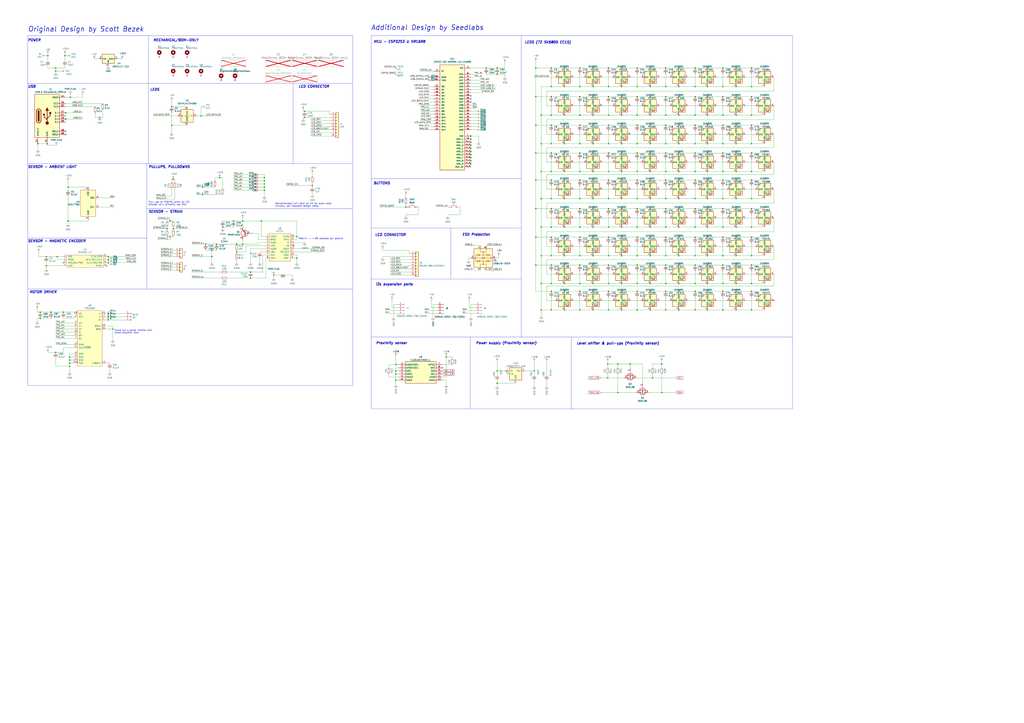
<source format=kicad_sch>
(kicad_sch (version 20250114) (generator "eeschema") (generator_version "9.0")
  (paper "A1")
  (title_block (title "SmartKnob DevKit Base") (date "2024-05-13") (rev "v0.1.0") (company "Seedlabs") (comment 1 "Additional Design by Grigorii Merkushev (brushknight)") (comment 2 "Original Design by Scott Bezek"))
  (rectangle (start 427.99 29.21) (end 650.875 276.86))
  (text "POWER" (at 22.86 34.29 0) (effects (font (size 2.0066 2.0066) (thickness 0.4013) (bold yes) (italic yes)) (justify left bottom)))
  (text "Could put a sense resistor and\nsense amplifier here" (at 93.98 274.32 0) (effects (font (size 1.27 1.27)) (justify left bottom)))
  (text "MCU - ESP32S3 U NR16R8" (at 306.705 35.56 0) (effects (font (size 2.0066 2.0066) (thickness 0.4013) (bold yes) (italic yes)) (justify left bottom)))
  (text "SENSOR - MAGNETIC ENCODER" (at 22.86 199.39 0) (effects (font (size 2.0066 2.0066) (thickness 0.4013) (bold yes) (italic yes)) (justify left bottom)))
  (text "MOTOR DRIVER" (at 24.13 241.3 0) (effects (font (size 2.0066 2.0066) (thickness 0.4013) (bold yes) (italic yes)) (justify left bottom)))
  (text "MECHANICAL/BOM-ONLY" (at 125.73 34.29 0) (effects (font (size 2.0066 2.0066) (thickness 0.4013) (bold yes) (italic yes)) (justify left bottom)))
  (text "Pull-ups on MT6701 allow for I2C\n(though we'll primarily use SSI)" (at 121.92 168.91 0) (effects (font (size 1.27 1.27)) (justify left bottom)))
  (text "Rate=1 --> 80 samples per second" (at 245.11 196.85 0) (effects (font (size 1.27 1.27)) (justify left bottom)))
  (text "Additional Design by Seedlabs" (at 304.673 25.146 0) (effects (font (size 4 4) (thickness 0.4013) (bold yes) (italic yes)) (justify left bottom)))
  (text "Proximity sensor" (at 308.737 283.21 0) (effects (font (size 2.0066 2.0066) (thickness 0.4013) (bold yes) (italic yes)) (justify left bottom)))
  (text "SENSOR - AMBIENT LIGHT" (at 22.86 138.43 0) (effects (font (size 2.0066 2.0066) (thickness 0.4013) (bold yes) (italic yes)) (justify left bottom)))
  (text "Power supply (Proximity sensor)" (at 390.779 283.21 0) (effects (font (size 2.0066 2.0066) (thickness 0.4013) (bold yes) (italic yes)) (justify left bottom)))
  (text "Original Design by Scott Bezek" (at 22.86 26.416 0) (effects (font (size 4 4) (thickness 0.4013) (bold yes) (italic yes)) (justify left bottom)))
  (text "Recommended 1uF-10uF on EN for auto-reset\ncircuitry, per Espressif design notes." (at 226.06 170.18 0) (effects (font (size 1.27 1.27)) (justify left bottom)))
  (text "USB" (at 22.86 72.39 0) (effects (font (size 2.0066 2.0066) (thickness 0.4013) (bold yes) (italic yes)) (justify left bottom)))
  (text "SENSOR - STRAIN" (at 121.92 175.26 0) (effects (font (size 2.0066 2.0066) (thickness 0.4013) (bold yes) (italic yes)) (justify left bottom)))
  (text "LEDS" (at 123.19 74.93 0) (effects (font (size 2.0066 2.0066) (thickness 0.4013) (bold yes) (italic yes)) (justify left bottom)))
  (text "LEDS (72 SK6805 EC15)" (at 430.911 36.068 0) (effects (font (size 2.0066 2.0066) (thickness 0.4013) (bold yes) (italic yes)) (justify left bottom)))
  (text "BUTTONS" (at 306.705 151.892 0) (effects (font (size 2.0066 2.0066) (thickness 0.4013) (bold yes) (italic yes)) (justify left bottom)))
  (text "PULLUPS, PULLDOWNS" (at 121.92 138.43 0) (effects (font (size 2.0066 2.0066) (thickness 0.4013) (bold yes) (italic yes)) (justify left bottom)))
  (text "LCD CONNECTOR" (at 307.975 194.31 0) (effects (font (size 2.0066 2.0066) (thickness 0.4013) (bold yes) (italic yes)) (justify left bottom)))
  (text "i2c expansion ports" (at 308.483 234.95 0) (effects (font (size 2.0066 2.0066) (thickness 0.4013) (bold yes) (italic yes)) (justify left bottom)))
  (text "LCD CONNECTOR" (at 245.11 72.39 0) (effects (font (size 2.0066 2.0066) (thickness 0.4013) (bold yes) (italic yes)) (justify left bottom)))
  (text "ESD Protection" (at 379.603 194.056 0) (effects (font (size 2.0066 2.0066) (thickness 0.4013) (bold yes) (italic yes)) (justify left bottom)))
  (text "Level shifter & pull-ups (Proximity sensor)" (at 473.583 283.464 0) (effects (font (size 2.0066 2.0066) (thickness 0.4013) (bold yes) (italic yes)) (justify left bottom)))
  (junction (at 557.53 79.375))
  (junction (at 557.53 118.11))
  (junction (at 510.54 94.615))
  (junction (at 546.735 147.955))
  (junction (at 534.035 94.615))
  (junction (at 604.52 254.635))
  (junction (at 46.99 210.82))
  (junction (at 440.055 147.955))
  (junction (at 325.12 312.42))
  (junction (at 81.915 96.52))
  (junction (at 510.54 55.88))
  (junction (at 534.035 140.97))
  (junction (at 510.54 125.73))
  (junction (at 617.22 163.195))
  (junction (at 444.5 210.185))
  (junction (at 33.02 256.54))
  (junction (at 487.045 239.395))
  (junction (at 593.725 71.12))
  (junction (at 557.53 147.955))
  (junction (at 45.72 58.42))
  (junction (at 593.725 239.395))
  (junction (at 534.035 163.195))
  (junction (at 534.035 186.69))
  (junction (at 593.725 147.955))
  (junction (at 194.31 207.01))
  (junction (at 452.755 194.945))
  (junction (at 214.63 181.61))
  (junction (at 546.735 254.635))
  (junction (at 487.045 125.73))
  (junction (at 41.91 256.54))
  (junction (at 463.55 147.955))
  (junction (at 452.755 140.97))
  (junction (at 581.025 140.97))
  (junction (at 593.725 217.805))
  (junction (at 604.52 186.69))
  (junction (at 386.715 114.3))
  (junction (at 570.865 140.97))
  (junction (at 546.735 102.87))
  (junction (at 476.25 186.69))
  (junction (at 543.56 299.085))
  (junction (at 139.7 194.31))
  (junction (at 523.24 194.945))
  (junction (at 217.17 156.21))
  (junction (at 440.055 171.45))
  (junction (at 617.22 118.11))
  (junction (at 546.735 118.11))
  (junction (at 463.55 55.88))
  (junction (at 499.11 299.085))
  (junction (at 205.74 228.6))
  (junction (at 476.25 217.805))
  (junction (at 617.22 210.185))
  (junction (at 581.025 233.045))
  (junction (at 499.745 163.195))
  (junction (at 534.035 125.73))
  (junction (at 617.22 186.69))
  (junction (at 476.25 94.615))
  (junction (at 463.55 194.945))
  (junction (at 510.54 102.87))
  (junction (at 499.745 194.945))
  (junction (at 57.15 298.45))
  (junction (at 604.52 194.945))
  (junction (at 487.045 102.87))
  (junction (at 88.9 260.35))
  (junction (at 617.22 239.395))
  (junction (at 88.9 213.36))
  (junction (at 570.865 163.195))
  (junction (at 617.22 171.45))
  (junction (at 557.53 102.87))
  (junction (at 581.025 71.12))
  (junction (at 604.52 102.87))
  (junction (at 546.735 79.375))
  (junction (at 593.725 125.73))
  (junction (at 510.54 186.69))
  (junction (at 557.53 140.97))
  (junction (at 476.25 79.375))
  (junction (at 199.39 181.61))
  (junction (at 581.025 254.635))
  (junction (at 557.53 210.185))
  (junction (at 452.755 217.805))
  (junction (at 463.55 186.69))
  (junction (at 476.25 194.945))
  (junction (at 617.22 102.87))
  (junction (at 440.055 217.805))
  (junction (at 55.88 181.61))
  (junction (at 604.52 55.88))
  (junction (at 463.55 210.185))
  (junction (at 510.54 210.185))
  (junction (at 617.22 233.045))
  (junction (at 463.55 94.615))
  (junction (at 487.045 233.045))
  (junction (at 217.17 151.13))
  (junction (at 581.025 210.185))
  (junction (at 534.035 233.045))
  (junction (at 557.53 239.395))
  (junction (at 534.035 254.635))
  (junction (at 570.865 71.12))
  (junction (at 487.045 147.955))
  (junction (at 256.54 152.4))
  (junction (at 523.24 254.635))
  (junction (at 452.755 102.87))
  (junction (at 452.755 125.73))
  (junction (at 534.035 210.185))
  (junction (at 194.31 200.66))
  (junction (at 581.025 118.11))
  (junction (at 476.25 233.045))
  (junction (at 452.755 94.615))
  (junction (at 507.365 322.58))
  (junction (at 534.035 79.375))
  (junction (at 33.02 261.62))
  (junction (at 463.55 233.045))
  (junction (at 510.54 217.805))
  (junction (at 570.865 79.375))
  (junction (at 452.755 55.88))
  (junction (at 452.755 210.185))
  (junction (at 499.11 310.515))
  (junction (at 408.305 55.88))
  (junction (at 139.7 181.61))
  (junction (at 534.035 55.88))
  (junction (at 617.22 79.375))
  (junction (at 205.74 223.52))
  (junction (at 499.745 102.87))
  (junction (at 386.715 134.62))
  (junction (at 408.305 314.96))
  (junction (at 476.25 254.635))
  (junction (at 463.55 239.395))
  (junction (at 463.55 125.73))
  (junction (at 581.025 147.955))
  (junction (at 557.53 217.805))
  (junction (at 581.025 163.195))
  (junction (at 523.24 140.97))
  (junction (at 499.745 55.88))
  (junction (at 52.07 256.54))
  (junction (at 88.9 215.9))
  (junction (at 463.55 102.87))
  (junction (at 476.25 171.45))
  (junction (at 534.035 171.45))
  (junction (at 487.045 254.635))
  (junction (at 523.24 147.955))
  (junction (at 452.755 233.045))
  (junction (at 487.045 194.945))
  (junction (at 557.53 186.69))
  (junction (at 570.865 147.955))
  (junction (at 534.035 147.955))
  (junction (at 476.25 71.12))
  (junction (at 523.24 79.375))
  (junction (at 570.865 171.45))
  (junction (at 440.055 102.87))
  (junction (at 499.745 125.73))
  (junction (at 510.54 140.97))
  (junction (at 593.725 194.945))
  (junction (at 510.54 233.045))
  (junction (at 523.24 118.11))
  (junction (at 452.755 79.375))
  (junction (at 557.53 254.635))
  (junction (at 617.22 147.955))
  (junction (at 177.8 200.66))
  (junction (at 581.025 171.45))
  (junction (at 510.54 71.12))
  (junction (at 38.1 210.82))
  (junction (at 499.745 217.805))
  (junction (at 408.305 60.96))
  (junction (at 510.54 79.375))
  (junction (at 593.725 210.185))
  (junction (at 604.52 71.12))
  (junction (at 499.745 254.635))
  (junction (at 507.365 299.085))
  (junction (at 510.54 171.45))
  (junction (at 546.735 210.185))
  (junction (at 499.745 233.045))
  (junction (at 604.52 163.195))
  (junction (at 38.735 118.11))
  (junction (at 546.735 125.73))
  (junction (at 557.53 125.73))
  (junction (at 581.025 186.69))
  (junction (at 617.22 217.805))
  (junction (at 399.415 55.88))
  (junction (at 499.745 94.615))
  (junction (at 546.735 55.88))
  (junction (at 581.025 239.395))
  (junction (at 476.25 210.185))
  (junction (at 570.865 233.045))
  (junction (at 570.865 239.395))
  (junction (at 534.035 118.11))
  (junction (at 535.94 310.515))
  (junction (at 88.9 210.82))
  (junction (at 53.975 97.79))
  (junction (at 581.025 217.805))
  (junction (at 604.52 217.805))
  (junction (at 581.025 194.945))
  (junction (at 463.55 79.375))
  (junction (at 510.54 147.955))
  (junction (at 593.725 55.88))
  (junction (at 438.785 304.8))
  (junction (at 617.22 140.97))
  (junction (at 570.865 102.87))
  (junction (at 581.025 55.88))
  (junction (at 570.865 217.805))
  (junction (at 92.71 270.51))
  (junction (at 487.045 118.11))
  (junction (at 604.52 171.45))
  (junction (at 593.725 102.87))
  (junction (at 604.52 210.185))
  (junction (at 45.72 55.88))
  (junction (at 452.755 239.395))
  (junction (at 386.715 116.84))
  (junction (at 57.15 300.99))
  (junction (at 499.745 147.955))
  (junction (at 440.055 194.945))
  (junction (at 182.88 186.69))
  (junction (at 444.5 233.045))
  (junction (at 523.24 217.805))
  (junction (at 487.045 163.195))
  (junction (at 444.5 254.635))
  (junction (at 166.37 160.02))
  (junction (at 499.745 71.12))
  (junction (at 593.725 233.045))
  (junction (at 452.755 186.69))
  (junction (at 510.54 118.11))
  (junction (at 386.715 129.54))
  (junction (at 476.25 125.73))
  (junction (at 499.745 239.395))
  (junction (at 523.24 210.185))
  (junction (at 142.24 147.32))
  (junction (at 444.5 163.195))
  (junction (at 444.5 186.69))
  (junction (at 593.725 254.635))
  (junction (at 523.24 102.87))
  (junction (at 487.045 79.375))
  (junction (at 325.12 307.34))
  (junction (at 534.035 194.945))
  (junction (at 523.24 94.615))
  (junction (at 217.17 146.05))
  (junction (at 53.34 45.72))
  (junction (at 534.035 102.87))
  (junction (at 523.24 239.395))
  (junction (at 487.045 171.45))
  (junction (at 57.15 295.91))
  (junction (at 444.5 140.97))
  (junction (at 604.52 79.375))
  (junction (at 140.97 102.87))
  (junction (at 366.395 293.37))
  (junction (at 55.88 153.67))
  (junction (at 463.55 118.11))
  (junction (at 165.1 95.25))
  (junction (at 617.22 254.635))
  (junction (at 593.725 163.195))
  (junction (at 593.725 186.69))
  (junction (at 617.22 125.73))
  (junction (at 140.97 87.63))
  (junction (at 325.12 304.8))
  (junction (at 243.84 212.09))
  (junction (at 581.025 94.615))
  (junction (at 408.305 304.8))
  (junction (at 386.715 111.76))
  (junction (at 523.24 186.69))
  (junction (at 546.735 186.69))
  (junction (at 593.725 118.11))
  (junction (at 510.54 163.195))
  (junction (at 593.725 94.615))
  (junction (at 463.55 163.195))
  (junction (at 499.745 186.69))
  (junction (at 386.715 124.46))
  (junction (at 463.55 171.45))
  (junction (at 510.54 254.635))
  (junction (at 617.22 194.945))
  (junction (at 440.055 55.88))
  (junction (at 39.37 45.72))
  (junction (at 546.735 140.97))
  (junction (at 476.25 239.395))
  (junction (at 557.53 171.45))
  (junction (at 487.045 55.88))
  (junction (at 53.975 92.71))
  (junction (at 463.55 140.97))
  (junction (at 476.25 118.11))
  (junction (at 180.34 146.05))
  (junction (at 543.56 322.58))
  (junction (at 499.745 118.11))
  (junction (at 523.24 55.88))
  (junction (at 452.755 147.955))
  (junction (at 386.715 119.38))
  (junction (at 199.39 200.66))
  (junction (at 546.735 217.805))
  (junction (at 452.755 71.12))
  (junction (at 487.045 210.185))
  (junction (at 523.24 233.045))
  (junction (at 440.055 79.375))
  (junction (at 168.91 200.66))
  (junction (at 250.19 91.44))
  (junction (at 546.735 239.395))
  (junction (at 173.99 210.82))
  (junction (at 173.99 205.74))
  (junction (at 166.37 153.67))
  (junction (at 487.045 140.97))
  (junction (at 243.84 194.31))
  (junction (at 570.865 194.945))
  (junction (at 570.865 254.635))
  (junction (at 191.77 181.61))
  (junction (at 523.24 71.12))
  (junction (at 557.53 163.195))
  (junction (at 557.53 55.88))
  (junction (at 517.525 299.085))
  (junction (at 534.035 71.12))
  (junction (at 440.055 125.73))
  (junction (at 487.045 94.615))
  (junction (at 415.925 304.8))
  (junction (at 325.12 299.72))
  (junction (at 499.745 210.185))
  (junction (at 444.5 118.11))
  (junction (at 476.25 55.88))
  (junction (at 546.735 171.45))
  (junction (at 45.72 289.56))
  (junction (at 604.52 94.615))
  (junction (at 452.755 163.195))
  (junction (at 250.19 96.52))
  (junction (at 142.24 187.96))
  (junction (at 386.715 132.08))
  (junction (at 487.045 186.69))
  (junction (at 570.865 94.615))
  (junction (at 570.865 210.185))
  (junction (at 463.55 217.805))
  (junction (at 386.715 127))
  (junction (at 546.735 163.195))
  (junction (at 617.22 71.12))
  (junction (at 452.755 118.11))
  (junction (at 534.035 217.805))
  (junction (at 88.9 262.89))
  (junction (at 217.17 148.59))
  (junction (at 557.53 233.045))
  (junction (at 546.735 194.945))
  (junction (at 499.745 171.45))
  (junction (at 557.53 94.615))
  (junction (at 546.735 233.045))
  (junction (at 38.1 218.44))
  (junction (at 557.53 71.12))
  (junction (at 523.24 125.73))
  (junction (at 604.52 118.11))
  (junction (at 499.745 140.97))
  (junction (at 88.9 257.81))
  (junction (at 570.865 186.69))
  (junction (at 604.52 140.97))
  (junction (at 546.735 71.12))
  (junction (at 581.025 125.73))
  (junction (at 444.5 94.615))
  (junction (at 333.375 170.18))
  (junction (at 137.16 187.96))
  (junction (at 463.55 254.635))
  (junction (at 463.55 71.12))
  (junction (at 593.725 171.45))
  (junction (at 593.725 79.375))
  (junction (at 224.79 226.06))
  (junction (at 570.865 125.73))
  (junction (at 604.52 239.395))
  (junction (at 604.52 147.955))
  (junction (at 452.755 254.635))
  (junction (at 581.025 79.375))
  (junction (at 476.25 163.195))
  (junction (at 523.24 171.45))
  (junction (at 510.54 194.945))
  (junction (at 581.025 102.87))
  (junction (at 57.785 80.01))
  (junction (at 604.52 125.73))
  (junction (at 452.755 171.45))
  (junction (at 617.22 55.88))
  (junction (at 546.735 94.615))
  (junction (at 476.25 147.955))
  (junction (at 593.725 140.97))
  (junction (at 386.715 121.92))
  (junction (at 57.15 293.37))
  (junction (at 617.22 94.615))
  (junction (at 570.865 118.11))
  (junction (at 570.865 55.88))
  (junction (at 476.25 102.87))
  (junction (at 487.045 217.805))
  (junction (at 534.035 239.395))
  (junction (at 523.24 163.195))
  (junction (at 604.52 233.045))
  (junction (at 499.745 79.375))
  (junction (at 217.17 153.67))
  (junction (at 31.115 118.11))
  (junction (at 510.54 239.395))
  (junction (at 557.53 194.945))
  (junction (at 476.25 140.97))
  (junction (at 487.045 71.12))
  (no_connect (at 142.24 62.23))
  (no_connect (at 241.3 201.93))
  (no_connect (at 142.24 46.99))
  (no_connect (at 386.715 83.82))
  (no_connect (at 386.715 81.28))
  (no_connect (at 130.81 46.99))
  (no_connect (at 53.975 110.49))
  (no_connect (at 87.63 218.44))
  (no_connect (at 386.715 78.74))
  (no_connect (at 181.61 66.04))
  (no_connect (at 635.635 247.015))
  (no_connect (at 165.1 62.23))
  (no_connect (at 153.67 62.23))
  (no_connect (at 53.975 107.95))
  (no_connect (at 193.04 66.04))
  (no_connect (at 363.22 302.26))
  (no_connect (at 153.67 46.99))
  (no_connect (at 52.07 215.9))
  (wire (pts (xy 570.865 217.805) (xy 581.025 217.805)))
  (wire (pts (xy 546.735 125.73) (xy 557.53 125.73)))
  (wire (pts (xy 241.3 199.39) (xy 250.19 199.39)))
  (wire (pts (xy 617.22 140.97) (xy 628.015 140.97)))
  (wire (pts (xy 557.53 194.945) (xy 570.865 194.945)))
  (wire (pts (xy 518.16 133.35) (xy 526.415 133.35)))
  (wire (pts (xy 510.54 71.12) (xy 523.24 71.12)))
  (wire (pts (xy 240.03 226.06) (xy 240.03 228.6)))
  (wire (pts (xy 487.045 254.635) (xy 499.745 254.635)))
  (wire (pts (xy 541.655 133.35) (xy 549.91 133.35)))
  (wire (pts (xy 30.48 256.54) (xy 33.02 256.54)))
  (wire (pts (xy 311.785 170.18) (xy 333.375 170.18)))
  (wire (pts (xy 371.475 293.37) (xy 366.395 293.37)))
  (wire (pts (xy 399.415 55.88) (xy 408.305 55.88)))
  (wire (pts (xy 523.24 130.81) (xy 523.24 140.97)))
  (wire (pts (xy 593.725 163.195) (xy 604.52 163.195)))
  (wire (pts (xy 593.725 147.955) (xy 604.52 147.955)))
  (wire (pts (xy 476.25 210.185) (xy 487.045 210.185)))
  (wire (pts (xy 53.975 87.63) (xy 78.105 87.63)))
  (wire (pts (xy 523.24 217.805) (xy 534.035 217.805)))
  (wire (pts (xy 217.17 143.51) (xy 217.17 146.05)))
  (wire (pts (xy 353.695 96.52) (xy 356.235 96.52)))
  (wire (pts (xy 217.17 156.21) (xy 217.17 161.29)))
  (wire (pts (xy 256.54 144.78) (xy 256.54 142.24)))
  (polyline (pts (xy 304.8 335.915) (xy 650.875 335.915)))
  (wire (pts (xy 389.255 63.5) (xy 386.715 63.5)))
  (wire (pts (xy 207.01 191.77) (xy 212.09 191.77)))
  (wire (pts (xy 91.44 217.17) (xy 88.9 217.17)))
  (wire (pts (xy 352.425 71.12) (xy 356.235 71.12)))
  (wire (pts (xy 46.99 213.36) (xy 46.99 210.82)))
  (wire (pts (xy 86.36 270.51) (xy 92.71 270.51)))
  (wire (pts (xy 604.52 217.805) (xy 617.22 217.805)))
  (wire (pts (xy 248.92 90.17) (xy 248.92 91.44)))
  (wire (pts (xy 161.29 153.67) (xy 166.37 153.67)))
  (wire (pts (xy 55.88 153.67) (xy 72.39 153.67)))
  (wire (pts (xy 60.96 298.45) (xy 57.15 298.45)))
  (wire (pts (xy 612.14 63.5) (xy 620.395 63.5)))
  (wire (pts (xy 617.22 163.195) (xy 628.015 163.195)))
  (wire (pts (xy 635.635 110.49) (xy 635.635 121.285)))
  (wire (pts (xy 499.745 84.455) (xy 499.745 94.615)))
  (wire (pts (xy 45.72 58.42) (xy 45.72 59.69)))
  (wire (pts (xy 476.25 153.035) (xy 476.25 163.195)))
  (wire (pts (xy 612.14 179.07) (xy 620.395 179.07)))
  (wire (pts (xy 384.81 212.09) (xy 384.81 213.995)))
  (wire (pts (xy 499.745 217.805) (xy 510.54 217.805)))
  (wire (pts (xy 476.25 194.945) (xy 487.045 194.945)))
  (polyline (pts (xy 240.665 68.58) (xy 240.665 134.62)))
  (wire (pts (xy 452.755 140.97) (xy 444.5 140.97)))
  (wire (pts (xy 617.22 222.885) (xy 617.22 233.045)))
  (wire (pts (xy 165.1 95.25) (xy 181.61 95.25)))
  (wire (pts (xy 565.15 179.07) (xy 573.405 179.07)))
  (wire (pts (xy 499.745 102.87) (xy 510.54 102.87)))
  (wire (pts (xy 604.52 55.88) (xy 617.22 55.88)))
  (wire (pts (xy 440.055 147.955) (xy 440.055 125.73)))
  (wire (pts (xy 463.55 118.11) (xy 476.25 118.11)))
  (wire (pts (xy 444.5 254.635) (xy 452.755 254.635)))
  (wire (pts (xy 371.475 294.64) (xy 371.475 293.37)))
  (wire (pts (xy 581.025 140.97) (xy 593.725 140.97)))
  (wire (pts (xy 408.305 304.8) (xy 408.305 297.18)))
  (wire (pts (xy 452.755 102.87) (xy 463.55 102.87)))
  (wire (pts (xy 593.725 84.455) (xy 593.725 94.615)))
  (wire (pts (xy 166.37 153.67) (xy 176.53 153.67)))
  (wire (pts (xy 386.715 71.12) (xy 407.035 71.12)))
  (wire (pts (xy 487.045 210.185) (xy 499.745 210.185)))
  (wire (pts (xy 546.735 107.95) (xy 546.735 118.11)))
  (wire (pts (xy 448.945 110.49) (xy 455.93 110.49)))
  (wire (pts (xy 38.735 118.11) (xy 38.735 119.38)))
  (wire (pts (xy 546.735 84.455) (xy 546.735 94.615)))
  (wire (pts (xy 593.725 107.95) (xy 593.725 118.11)))
  (wire (pts (xy 476.25 107.95) (xy 476.25 118.11)))
  (wire (pts (xy 476.25 79.375) (xy 487.045 79.375)))
  (wire (pts (xy 327.025 250.19) (xy 323.215 250.19)))
  (wire (pts (xy 581.025 118.11) (xy 593.725 118.11)))
  (wire (pts (xy 452.755 233.045) (xy 463.55 233.045)))
  (wire (pts (xy 593.725 176.53) (xy 593.725 186.69)))
  (wire (pts (xy 60.96 278.13) (xy 45.72 278.13)))
  (wire (pts (xy 448.945 247.015) (xy 455.93 247.015)))
  (wire (pts (xy 523.24 200.025) (xy 523.24 210.185)))
  (wire (pts (xy 588.645 155.575) (xy 596.9 155.575)))
  (wire (pts (xy 546.735 55.88) (xy 557.53 55.88)))
  (wire (pts (xy 510.54 55.88) (xy 523.24 55.88)))
  (wire (pts (xy 186.69 223.52) (xy 205.74 223.52)))
  (wire (pts (xy 617.22 130.81) (xy 617.22 140.97)))
  (wire (pts (xy 543.56 322.58) (xy 554.99 322.58)))
  (wire (pts (xy 256.54 152.4) (xy 256.54 149.86)))
  (polyline (pts (xy 22.86 316.865) (xy 22.86 237.49)))
  (wire (pts (xy 581.025 94.615) (xy 593.725 94.615)))
  (polyline (pts (xy 121.92 68.58) (xy 121.92 134.62)))
  (wire (pts (xy 53.975 85.09) (xy 84.455 85.09)))
  (wire (pts (xy 137.16 187.96) (xy 137.16 189.23)))
  (wire (pts (xy 617.22 102.87) (xy 628.015 102.87)))
  (wire (pts (xy 389.255 222.25) (xy 394.335 222.25)))
  (wire (pts (xy 581.025 125.73) (xy 593.725 125.73)))
  (wire (pts (xy 570.865 239.395) (xy 581.025 239.395)))
  (wire (pts (xy 448.945 98.425) (xy 448.945 110.49)))
  (wire (pts (xy 271.78 104.14) (xy 255.27 104.14)))
  (wire (pts (xy 77.47 48.26) (xy 81.28 48.26)))
  (wire (pts (xy 523.24 79.375) (xy 534.035 79.375)))
  (wire (pts (xy 241.3 209.55) (xy 243.84 209.55)))
  (wire (pts (xy 444.5 259.715) (xy 444.5 254.635)))
  (wire (pts (xy 448.945 121.285) (xy 448.945 133.35)))
  (wire (pts (xy 39.37 289.56) (xy 45.72 289.56)))
  (polyline (pts (xy 304.8 276.86) (xy 427.99 276.86)))
  (wire (pts (xy 86.36 298.45) (xy 90.17 298.45)))
  (wire (pts (xy 381.635 201.93) (xy 394.335 201.93)))
  (wire (pts (xy 565.15 86.995) (xy 573.405 86.995)))
  (wire (pts (xy 333.375 170.18) (xy 333.375 167.64)))
  (wire (pts (xy 448.945 313.055) (xy 448.945 317.5)))
  (wire (pts (xy 487.045 194.945) (xy 499.745 194.945)))
  (wire (pts (xy 176.53 146.05) (xy 180.34 146.05)))
  (wire (pts (xy 125.73 187.96) (xy 137.16 187.96)))
  (wire (pts (xy 452.755 60.96) (xy 452.755 71.12)))
  (wire (pts (xy 494.665 63.5) (xy 502.92 63.5)))
  (wire (pts (xy 593.725 200.025) (xy 593.725 210.185)))
  (wire (pts (xy 38.1 218.44) (xy 38.1 220.98)))
  (wire (pts (xy 353.695 101.6) (xy 356.235 101.6)))
  (wire (pts (xy 205.74 228.6) (xy 218.44 228.6)))
  (wire (pts (xy 325.12 302.26) (xy 325.12 304.8)))
  (wire (pts (xy 604.52 140.97) (xy 617.22 140.97)))
  (wire (pts (xy 518.16 225.425) (xy 526.415 225.425)))
  (wire (pts (xy 557.53 102.87) (xy 570.865 102.87)))
  (wire (pts (xy 617.22 147.955) (xy 628.015 147.955)))
  (wire (pts (xy 463.55 163.195) (xy 476.25 163.195)))
  (wire (pts (xy 205.74 204.47) (xy 205.74 215.9)))
  (wire (pts (xy 186.69 200.66) (xy 194.31 200.66)))
  (wire (pts (xy 241.3 212.09) (xy 243.84 212.09)))
  (wire (pts (xy 557.53 210.185) (xy 570.865 210.185)))
  (wire (pts (xy 444.5 94.615) (xy 444.5 118.11)))
  (wire (pts (xy 243.84 194.31) (xy 241.3 194.31)))
  (wire (pts (xy 452.755 125.73) (xy 440.055 125.73)))
  (wire (pts (xy 452.755 217.805) (xy 440.055 217.805)))
  (wire (pts (xy 546.735 239.395) (xy 557.53 239.395)))
  (wire (pts (xy 325.12 307.34) (xy 327.66 307.34)))
  (wire (pts (xy 33.02 256.54) (xy 41.91 256.54)))
  (wire (pts (xy 199.39 181.61) (xy 199.39 179.07)))
  (wire (pts (xy 518.16 202.565) (xy 526.415 202.565)))
  (wire (pts (xy 325.12 312.42) (xy 325.12 307.34)))
  (wire (pts (xy 168.91 205.74) (xy 173.99 205.74)))
  (wire (pts (xy 81.915 96.52) (xy 84.455 96.52)))
  (wire (pts (xy 588.645 202.565) (xy 596.9 202.565)))
  (wire (pts (xy 88.9 257.81) (xy 102.87 257.81)))
  (wire (pts (xy 612.14 225.425) (xy 620.395 225.425)))
  (wire (pts (xy 557.53 125.73) (xy 570.865 125.73)))
  (wire (pts (xy 325.12 307.34) (xy 325.12 304.8)))
  (wire (pts (xy 604.52 254.635) (xy 617.22 254.635)))
  (wire (pts (xy 88.9 213.36) (xy 111.76 213.36)))
  (wire (pts (xy 399.415 60.96) (xy 408.305 60.96)))
  (wire (pts (xy 499.745 140.97) (xy 510.54 140.97)))
  (wire (pts (xy 92.71 270.51) (xy 92.71 279.4)))
  (wire (pts (xy 476.25 233.045) (xy 487.045 233.045)))
  (wire (pts (xy 182.88 146.05) (xy 182.88 154.94)))
  (wire (pts (xy 463.55 171.45) (xy 476.25 171.45)))
  (wire (pts (xy 91.44 212.09) (xy 88.9 212.09)))
  (wire (pts (xy 493.395 310.515) (xy 499.11 310.515)))
  (wire (pts (xy 581.025 217.805) (xy 593.725 217.805)))
  (wire (pts (xy 487.045 79.375) (xy 499.745 79.375)))
  (wire (pts (xy 570.865 118.11) (xy 581.025 118.11)))
  (wire (pts (xy 499.745 153.035) (xy 499.745 163.195)))
  (wire (pts (xy 476.25 147.955) (xy 487.045 147.955)))
  (wire (pts (xy 518.16 247.015) (xy 526.415 247.015)))
  (wire (pts (xy 487.045 239.395) (xy 499.745 239.395)))
  (wire (pts (xy 444.5 233.045) (xy 444.5 254.635)))
  (wire (pts (xy 452.755 254.635) (xy 463.55 254.635)))
  (wire (pts (xy 88.9 214.63) (xy 88.9 213.36)))
  (wire (pts (xy 523.24 125.73) (xy 534.035 125.73)))
  (wire (pts (xy 541.655 179.07) (xy 549.91 179.07)))
  (wire (pts (xy 534.035 94.615) (xy 546.735 94.615)))
  (polyline (pts (xy 304.8 276.86) (xy 304.8 335.915)))
  (wire (pts (xy 60.96 273.05) (xy 45.72 273.05)))
  (wire (pts (xy 45.72 58.42) (xy 52.07 58.42)))
  (wire (pts (xy 518.16 155.575) (xy 526.415 155.575)))
  (wire (pts (xy 557.53 55.88) (xy 570.865 55.88)))
  (wire (pts (xy 604.52 210.185) (xy 617.22 210.185)))
  (wire (pts (xy 452.755 107.95) (xy 452.755 118.11)))
  (wire (pts (xy 452.755 163.195) (xy 444.5 163.195)))
  (wire (pts (xy 57.15 290.83) (xy 60.96 290.83)))
  (wire (pts (xy 30.48 261.62) (xy 33.02 261.62)))
  (wire (pts (xy 93.98 170.18) (xy 81.28 170.18)))
  (wire (pts (xy 546.735 254.635) (xy 557.53 254.635)))
  (wire (pts (xy 173.99 205.74) (xy 177.8 205.74)))
  (wire (pts (xy 588.645 63.5) (xy 596.9 63.5)))
  (wire (pts (xy 386.715 99.06) (xy 393.065 99.06)))
  (wire (pts (xy 588.645 86.995) (xy 596.9 86.995)))
  (wire (pts (xy 57.15 295.91) (xy 57.15 293.37)))
  (wire (pts (xy 546.735 102.87) (xy 557.53 102.87)))
  (wire (pts (xy 517.525 299.085) (xy 527.685 299.085)))
  (wire (pts (xy 476.25 60.96) (xy 476.25 71.12)))
  (wire (pts (xy 386.715 111.76) (xy 386.715 114.3)))
  (wire (pts (xy 57.15 298.45) (xy 57.15 295.91)))
  (wire (pts (xy 363.22 309.88) (xy 366.395 309.88)))
  (wire (pts (xy 523.24 239.395) (xy 534.035 239.395)))
  (wire (pts (xy 617.22 94.615) (xy 628.015 94.615)))
  (wire (pts (xy 499.745 55.88) (xy 510.54 55.88)))
  (wire (pts (xy 518.16 110.49) (xy 526.415 110.49)))
  (wire (pts (xy 534.035 194.945) (xy 546.735 194.945)))
  (wire (pts (xy 518.16 86.995) (xy 526.415 86.995)))
  (wire (pts (xy 181.61 223.52) (xy 157.48 223.52)))
  (polyline (pts (xy 304.8 187.325) (xy 304.8 229.235)))
  (wire (pts (xy 565.15 63.5) (xy 573.405 63.5)))
  (wire (pts (xy 366.395 309.88) (xy 366.395 293.37)))
  (wire (pts (xy 414.655 60.96) (xy 414.655 63.5)))
  (wire (pts (xy 327.66 299.72) (xy 325.12 299.72)))
  (wire (pts (xy 194.31 205.74) (xy 194.31 207.01)))
  (wire (pts (xy 386.715 121.92) (xy 386.715 124.46)))
  (wire (pts (xy 140.97 92.71) (xy 140.97 102.87)))
  (wire (pts (xy 510.54 171.45) (xy 523.24 171.45)))
  (wire (pts (xy 499.745 94.615) (xy 510.54 94.615)))
  (wire (pts (xy 471.17 247.015) (xy 479.425 247.015)))
  (wire (pts (xy 617.22 233.045) (xy 628.015 233.045)))
  (wire (pts (xy 581.025 71.12) (xy 593.725 71.12)))
  (wire (pts (xy 593.725 194.945) (xy 604.52 194.945)))
  (wire (pts (xy 452.755 79.375) (xy 440.055 79.375)))
  (wire (pts (xy 452.755 210.185) (xy 444.5 210.185)))
  (wire (pts (xy 408.305 313.055) (xy 408.305 314.96)))
  (wire (pts (xy 386.715 124.46) (xy 386.715 127)))
  (wire (pts (xy 604.52 163.195) (xy 617.22 163.195)))
  (wire (pts (xy 168.91 200.66) (xy 177.8 200.66)))
  (wire (pts (xy 60.96 265.43) (xy 45.72 265.43)))
  (wire (pts (xy 534.035 254.635) (xy 546.735 254.635)))
  (wire (pts (xy 408.305 314.96) (xy 408.305 317.5)))
  (wire (pts (xy 140.97 109.22) (xy 140.97 102.87)))
  (wire (pts (xy 243.84 209.55) (xy 243.84 212.09)))
  (wire (pts (xy 377.825 176.53) (xy 367.665 176.53)))
  (wire (pts (xy 393.065 116.84) (xy 393.065 111.76)))
  (wire (pts (xy 399.415 222.25) (xy 412.75 222.25)))
  (wire (pts (xy 182.88 187.96) (xy 182.88 186.69)))
  (wire (pts (xy 546.735 79.375) (xy 557.53 79.375)))
  (wire (pts (xy 523.24 163.195) (xy 534.035 163.195)))
  (wire (pts (xy 581.025 186.69) (xy 593.725 186.69)))
  (wire (pts (xy 91.44 214.63) (xy 88.9 214.63)))
  (wire (pts (xy 128.27 163.83) (xy 143.51 163.83)))
  (wire (pts (xy 510.54 239.395) (xy 523.24 239.395)))
  (wire (pts (xy 448.945 234.95) (xy 448.945 247.015)))
  (polyline (pts (xy 370.205 187.325) (xy 370.205 229.235)))
  (wire (pts (xy 212.09 191.77) (xy 212.09 196.85)))
  (wire (pts (xy 243.84 196.85) (xy 243.84 194.31)))
  (wire (pts (xy 386.715 106.68) (xy 393.065 106.68)))
  (wire (pts (xy 541.655 86.995) (xy 549.91 86.995)))
  (wire (pts (xy 612.14 155.575) (xy 620.395 155.575)))
  (wire (pts (xy 588.645 110.49) (xy 596.9 110.49)))
  (wire (pts (xy 52.07 289.56) (xy 52.07 285.75)))
  (wire (pts (xy 604.52 118.11) (xy 617.22 118.11)))
  (wire (pts (xy 217.17 146.05) (xy 217.17 148.59)))
  (wire (pts (xy 535.94 302.26) (xy 535.94 299.085)))
  (polyline (pts (xy 469.265 276.86) (xy 469.265 335.915)))
  (wire (pts (xy 386.715 127) (xy 386.715 129.54)))
  (wire (pts (xy 345.44 99.06) (xy 356.235 99.06)))
  (wire (pts (xy 214.63 194.31) (xy 218.44 194.31)))
  (wire (pts (xy 157.48 200.66) (xy 168.91 200.66)))
  (wire (pts (xy 452.755 153.035) (xy 452.755 163.195)))
  (wire (pts (xy 212.09 148.59) (xy 217.17 148.59)))
  (wire (pts (xy 523.24 118.11) (xy 534.035 118.11)))
  (wire (pts (xy 523.24 140.97) (xy 534.035 140.97)))
  (wire (pts (xy 132.08 205.74) (xy 143.51 205.74)))
  (polyline (pts (xy 304.8 229.235) (xy 427.99 229.235)))
  (wire (pts (xy 507.365 322.58) (xy 522.605 322.58)))
  (wire (pts (xy 53.34 45.72) (xy 53.34 49.53)))
  (wire (pts (xy 635.635 190.5) (xy 448.945 190.5)))
  (wire (pts (xy 271.78 93.98) (xy 270.51 93.98)))
  (wire (pts (xy 499.745 118.11) (xy 510.54 118.11)))
  (wire (pts (xy 604.52 102.87) (xy 617.22 102.87)))
  (wire (pts (xy 157.48 228.6) (xy 181.61 228.6)))
  (wire (pts (xy 471.17 202.565) (xy 479.425 202.565)))
  (wire (pts (xy 129.54 196.85) (xy 139.7 196.85)))
  (wire (pts (xy 191.77 186.69) (xy 182.88 186.69)))
  (wire (pts (xy 463.55 55.88) (xy 476.25 55.88)))
  (wire (pts (xy 157.48 210.82) (xy 173.99 210.82)))
  (wire (pts (xy 214.63 181.61) (xy 243.84 181.61)))
  (wire (pts (xy 213.36 207.01) (xy 218.44 207.01)))
  (wire (pts (xy 494.665 133.35) (xy 502.92 133.35)))
  (wire (pts (xy 167.64 87.63) (xy 165.1 87.63)))
  (wire (pts (xy 523.24 94.615) (xy 534.035 94.615)))
  (wire (pts (xy 452.755 194.945) (xy 463.55 194.945)))
  (wire (pts (xy 510.54 254.635) (xy 523.24 254.635)))
  (wire (pts (xy 444.5 210.185) (xy 444.5 233.045)))
  (wire (pts (xy 499.745 147.955) (xy 510.54 147.955)))
  (wire (pts (xy 137.16 194.31) (xy 139.7 194.31)))
  (wire (pts (xy 142.24 187.96) (xy 154.94 187.96)))
  (wire (pts (xy 386.715 73.66) (xy 407.035 73.66)))
  (wire (pts (xy 534.035 71.12) (xy 546.735 71.12)))
  (wire (pts (xy 463.55 186.69) (xy 476.25 186.69)))
  (wire (pts (xy 87.63 213.36) (xy 88.9 213.36)))
  (wire (pts (xy 617.22 84.455) (xy 617.22 94.615)))
  (wire (pts (xy 463.55 125.73) (xy 476.25 125.73)))
  (wire (pts (xy 499.745 233.045) (xy 510.54 233.045)))
  (wire (pts (xy 414.655 55.88) (xy 414.655 51.435)))
  (wire (pts (xy 352.425 255.27) (xy 359.41 255.27)))
  (wire (pts (xy 476.25 94.615) (xy 487.045 94.615)))
  (wire (pts (xy 593.725 171.45) (xy 604.52 171.45)))
  (wire (pts (xy 88.9 215.9) (xy 111.76 215.9)))
  (wire (pts (xy 570.865 194.945) (xy 581.025 194.945)))
  (wire (pts (xy 604.52 79.375) (xy 617.22 79.375)))
  (wire (pts (xy 593.725 217.805) (xy 604.52 217.805)))
  (polyline (pts (xy 386.08 276.86) (xy 386.08 335.915)))
  (wire (pts (xy 617.22 55.88) (xy 628.015 55.88)))
  (wire (pts (xy 53.34 44.45) (xy 53.34 45.72)))
  (wire (pts (xy 565.15 155.575) (xy 573.405 155.575)))
  (wire (pts (xy 132.08 210.82) (xy 143.51 210.82)))
  (wire (pts (xy 323.215 250.19) (xy 323.215 260.985)))
  (wire (pts (xy 499.745 176.53) (xy 499.745 186.69)))
  (wire (pts (xy 570.865 153.035) (xy 570.865 163.195)))
  (wire (pts (xy 534.035 55.88) (xy 546.735 55.88)))
  (wire (pts (xy 476.25 118.11) (xy 487.045 118.11)))
  (wire (pts (xy 593.725 130.81) (xy 593.725 140.97)))
  (wire (pts (xy 344.805 58.42) (xy 356.235 58.42)))
  (wire (pts (xy 224.79 226.06) (xy 229.87 226.06)))
  (wire (pts (xy 217.17 153.67) (xy 217.17 156.21)))
  (wire (pts (xy 320.04 255.27) (xy 327.025 255.27)))
  (wire (pts (xy 463.55 147.955) (xy 476.25 147.955)))
  (wire (pts (xy 487.045 94.615) (xy 499.745 94.615)))
  (wire (pts (xy 570.865 55.88) (xy 581.025 55.88)))
  (wire (pts (xy 635.635 143.51) (xy 448.945 143.51)))
  (wire (pts (xy 139.7 181.61) (xy 142.24 181.61)))
  (wire (pts (xy 635.635 155.575) (xy 635.635 167.005)))
  (wire (pts (xy 161.29 160.02) (xy 166.37 160.02)))
  (wire (pts (xy 52.07 256.54) (xy 41.91 256.54)))
  (wire (pts (xy 476.25 200.025) (xy 476.25 210.185)))
  (wire (pts (xy 352.425 81.28) (xy 356.235 81.28)))
  (wire (pts (xy 88.9 217.17) (xy 88.9 215.9)))
  (wire (pts (xy 207.01 156.21) (xy 191.77 156.21)))
  (wire (pts (xy 570.865 84.455) (xy 570.865 94.615)))
  (wire (pts (xy 546.735 71.12) (xy 557.53 71.12)))
  (wire (pts (xy 476.25 186.69) (xy 487.045 186.69)))
  (wire (pts (xy 448.945 86.995) (xy 455.93 86.995)))
  (wire (pts (xy 143.51 147.32) (xy 143.51 149.86)))
  (wire (pts (xy 452.755 222.885) (xy 452.755 233.045)))
  (wire (pts (xy 440.055 194.945) (xy 440.055 171.45)))
  (wire (pts (xy 57.15 300.99) (xy 57.15 298.45)))
  (wire (pts (xy 366.395 312.42) (xy 363.22 312.42)))
  (wire (pts (xy 476.25 254.635) (xy 487.045 254.635)))
  (wire (pts (xy 448.945 213.36) (xy 448.945 225.425)))
  (wire (pts (xy 241.3 196.85) (xy 243.84 196.85)))
  (wire (pts (xy 440.055 217.805) (xy 440.055 194.945)))
  (wire (pts (xy 444.5 118.11) (xy 444.5 140.97)))
  (wire (pts (xy 452.755 186.69) (xy 444.5 186.69)))
  (wire (pts (xy 218.44 212.09) (xy 218.44 228.6)))
  (wire (pts (xy 448.945 190.5) (xy 448.945 202.565)))
  (wire (pts (xy 471.17 133.35) (xy 479.425 133.35)))
  (wire (pts (xy 476.25 163.195) (xy 487.045 163.195)))
  (wire (pts (xy 494.665 179.07) (xy 502.92 179.07)))
  (wire (pts (xy 463.55 140.97) (xy 476.25 140.97)))
  (wire (pts (xy 314.325 204.47) (xy 314.325 205.74)))
  (wire (pts (xy 570.865 244.475) (xy 570.865 254.635)))
  (wire (pts (xy 534.035 171.45) (xy 546.735 171.45)))
  (wire (pts (xy 448.945 297.18) (xy 448.945 307.975)))
  (wire (pts (xy 535.94 307.34) (xy 535.94 310.515)))
  (wire (pts (xy 523.24 102.87) (xy 534.035 102.87)))
  (wire (pts (xy 352.425 66.04) (xy 356.235 66.04)))
  (wire (pts (xy 471.17 86.995) (xy 479.425 86.995)))
  (wire (pts (xy 617.22 194.945) (xy 628.015 194.945)))
  (wire (pts (xy 452.755 84.455) (xy 452.755 94.615)))
  (wire (pts (xy 88.9 262.89) (xy 86.36 262.89)))
  (wire (pts (xy 129.54 180.34) (xy 139.7 180.34)))
  (wire (pts (xy 241.3 204.47) (xy 266.7 204.47)))
  (wire (pts (xy 499.745 60.96) (xy 499.745 71.12)))
  (wire (pts (xy 45.72 55.88) (xy 53.34 55.88)))
  (wire (pts (xy 333.375 162.56) (xy 333.375 160.02)))
  (wire (pts (xy 55.88 156.21) (xy 55.88 153.67)))
  (wire (pts (xy 635.635 202.565) (xy 635.635 213.36)))
  (wire (pts (xy 345.44 88.9) (xy 356.235 88.9)))
  (wire (pts (xy 53.975 97.79) (xy 67.945 97.79)))
  (wire (pts (xy 471.17 63.5) (xy 479.425 63.5)))
  (wire (pts (xy 499.745 171.45) (xy 510.54 171.45)))
  (wire (pts (xy 534.035 140.97) (xy 546.735 140.97)))
  (wire (pts (xy 570.865 171.45) (xy 581.025 171.45)))
  (wire (pts (xy 518.16 63.5) (xy 526.415 63.5)))
  (wire (pts (xy 546.735 60.96) (xy 546.735 71.12)))
  (polyline (pts (xy 289.56 29.21) (xy 289.56 316.865)))
  (wire (pts (xy 518.16 179.07) (xy 526.415 179.07)))
  (wire (pts (xy 337.185 213.36) (xy 320.675 213.36)))
  (wire (pts (xy 142.24 147.32) (xy 143.51 147.32)))
  (wire (pts (xy 140.97 154.94) (xy 140.97 161.29)))
  (wire (pts (xy 45.72 294.64) (xy 45.72 300.99)))
  (wire (pts (xy 510.54 125.73) (xy 523.24 125.73)))
  (wire (pts (xy 444.5 163.195) (xy 444.5 186.69)))
  (wire (pts (xy 345.44 91.44) (xy 356.235 91.44)))
  (wire (pts (xy 78.105 92.71) (xy 78.105 96.52)))
  (wire (pts (xy 635.635 74.93) (xy 448.945 74.93)))
  (polyline (pts (xy 304.8 229.235) (xy 304.8 276.86)))
  (wire (pts (xy 38.735 118.11) (xy 31.115 118.11)))
  (wire (pts (xy 510.54 163.195) (xy 523.24 163.195)))
  (wire (pts (xy 386.715 116.84) (xy 386.715 119.38)))
  (wire (pts (xy 476.25 217.805) (xy 487.045 217.805)))
  (wire (pts (xy 60.96 293.37) (xy 57.15 293.37)))
  (wire (pts (xy 393.065 111.76) (xy 386.715 111.76)))
  (wire (pts (xy 522.605 310.515) (xy 535.94 310.515)))
  (wire (pts (xy 635.635 179.07) (xy 635.635 190.5)))
  (wire (pts (xy 546.735 200.025) (xy 546.735 210.185)))
  (wire (pts (xy 593.725 94.615) (xy 604.52 94.615)))
  (wire (pts (xy 557.53 94.615) (xy 570.865 94.615)))
  (wire (pts (xy 415.925 304.8) (xy 415.925 307.34)))
  (wire (pts (xy 510.54 217.805) (xy 523.24 217.805)))
  (wire (pts (xy 30.48 254) (xy 30.48 256.54)))
  (wire (pts (xy 440.055 50.165) (xy 440.055 55.88)))
  (wire (pts (xy 176.53 148.59) (xy 176.53 146.05)))
  (wire (pts (xy 523.24 71.12) (xy 534.035 71.12)))
  (polyline (pts (xy 120.65 195.58) (xy 22.86 195.58)))
  (wire (pts (xy 207.01 151.13) (xy 191.77 151.13)))
  (wire (pts (xy 570.865 71.12) (xy 581.025 71.12)))
  (wire (pts (xy 487.045 186.69) (xy 499.745 186.69)))
  (polyline (pts (xy 469.265 335.915) (xy 469.9 335.915)))
  (polyline (pts (xy 22.86 237.49) (xy 289.56 237.49)))
  (wire (pts (xy 87.63 210.82) (xy 88.9 210.82)))
  (wire (pts (xy 386.715 129.54) (xy 386.715 132.08)))
  (wire (pts (xy 217.17 146.05) (xy 212.09 146.05)))
  (wire (pts (xy 243.84 212.09) (xy 243.84 215.9)))
  (wire (pts (xy 234.95 152.4) (xy 256.54 152.4)))
  (wire (pts (xy 517.525 302.895) (xy 517.525 299.085)))
  (wire (pts (xy 487.045 102.87) (xy 499.745 102.87)))
  (wire (pts (xy 476.25 130.81) (xy 476.25 140.97)))
  (wire (pts (xy 343.535 176.53) (xy 333.375 176.53)))
  (wire (pts (xy 471.17 110.49) (xy 479.425 110.49)))
  (wire (pts (xy 570.865 176.53) (xy 570.865 186.69)))
  (wire (pts (xy 383.54 255.27) (xy 390.525 255.27)))
  (wire (pts (xy 321.945 252.73) (xy 327.025 252.73)))
  (wire (pts (xy 510.54 102.87) (xy 523.24 102.87)))
  (wire (pts (xy 546.735 147.955) (xy 557.53 147.955)))
  (wire (pts (xy 612.14 110.49) (xy 620.395 110.49)))
  (wire (pts (xy 352.425 63.5) (xy 356.235 63.5)))
  (wire (pts (xy 86.36 267.97) (xy 92.71 267.97)))
  (wire (pts (xy 617.22 60.96) (xy 617.22 71.12)))
  (wire (pts (xy 45.72 300.99) (xy 57.15 300.99)))
  (wire (pts (xy 452.755 186.69) (xy 463.55 186.69)))
  (wire (pts (xy 570.865 107.95) (xy 570.865 118.11)))
  (wire (pts (xy 570.865 79.375) (xy 581.025 79.375)))
  (wire (pts (xy 534.035 217.805) (xy 546.735 217.805)))
  (wire (pts (xy 570.865 222.885) (xy 570.865 233.045)))
  (wire (pts (xy 132.08 222.25) (xy 143.51 222.25)))
  (wire (pts (xy 523.24 233.045) (xy 534.035 233.045)))
  (wire (pts (xy 617.22 200.025) (xy 617.22 210.185)))
  (wire (pts (xy 60.96 256.54) (xy 52.07 256.54)))
  (wire (pts (xy 132.08 219.71) (xy 143.51 219.71)))
  (wire (pts (xy 494.665 155.575) (xy 502.92 155.575)))
  (wire (pts (xy 499.745 194.945) (xy 510.54 194.945)))
  (wire (pts (xy 581.025 239.395) (xy 593.725 239.395)))
  (wire (pts (xy 45.72 55.88) (xy 45.72 58.42)))
  (wire (pts (xy 335.915 205.74) (xy 335.915 208.28)))
  (wire (pts (xy 581.025 194.945) (xy 593.725 194.945)))
  (wire (pts (xy 535.94 299.085) (xy 543.56 299.085)))
  (wire (pts (xy 408.305 304.8) (xy 408.305 307.975)))
  (wire (pts (xy 57.15 293.37) (xy 57.15 290.83)))
  (wire (pts (xy 546.735 94.615) (xy 557.53 94.615)))
  (wire (pts (xy 327.66 309.88) (xy 319.405 309.88)))
  (wire (pts (xy 448.945 202.565) (xy 455.93 202.565)))
  (wire (pts (xy 142.24 186.69) (xy 142.24 187.96)))
  (wire (pts (xy 386.715 93.98) (xy 393.065 93.98)))
  (wire (pts (xy 88.9 256.54) (xy 88.9 257.81)))
  (wire (pts (xy 386.715 250.19) (xy 386.715 260.985)))
  (wire (pts (xy 407.035 212.09) (xy 409.575 212.09)))
  (wire (pts (xy 612.14 202.565) (xy 620.395 202.565)))
  (wire (pts (xy 532.765 322.58) (xy 543.56 322.58)))
  (wire (pts (xy 635.635 63.5) (xy 635.635 74.93)))
  (wire (pts (xy 546.735 176.53) (xy 546.735 186.69)))
  (wire (pts (xy 612.14 86.995) (xy 620.395 86.995)))
  (polyline (pts (xy 22.86 134.62) (xy 289.56 134.62)))
  (wire (pts (xy 440.055 55.88) (xy 440.055 79.375)))
  (wire (pts (xy 452.755 71.12) (xy 444.5 71.12)))
  (wire (pts (xy 212.09 153.67) (xy 217.17 153.67)))
  (wire (pts (xy 510.54 233.045) (xy 523.24 233.045)))
  (polyline (pts (xy 304.8 187.325) (xy 427.99 187.325)))
  (wire (pts (xy 557.53 79.375) (xy 570.865 79.375)))
  (wire (pts (xy 452.755 200.025) (xy 452.755 210.185)))
  (wire (pts (xy 314.325 210.82) (xy 314.325 212.09)))
  (wire (pts (xy 52.07 213.36) (xy 46.99 213.36)))
  (wire (pts (xy 440.055 79.375) (xy 440.055 102.87)))
  (wire (pts (xy 452.755 210.185) (xy 463.55 210.185)))
  (wire (pts (xy 494.665 110.49) (xy 502.92 110.49)))
  (polyline (pts (xy 22.86 29.21) (xy 289.56 29.21)))
  (wire (pts (xy 217.17 148.59) (xy 217.17 151.13)))
  (wire (pts (xy 31.115 118.11) (xy 31.115 123.19)))
  (wire (pts (xy 90.17 303.53) (xy 90.17 306.07)))
  (wire (pts (xy 444.5 186.69) (xy 444.5 210.185)))
  (wire (pts (xy 314.325 205.74) (xy 335.915 205.74)))
  (wire (pts (xy 87.63 215.9) (xy 88.9 215.9)))
  (wire (pts (xy 366.395 316.23) (xy 366.395 312.42)))
  (wire (pts (xy 390.525 250.19) (xy 386.715 250.19)))
  (wire (pts (xy 476.25 125.73) (xy 487.045 125.73)))
  (wire (pts (xy 444.5 71.12) (xy 444.5 94.615)))
  (wire (pts (xy 343.535 86.36) (xy 356.235 86.36)))
  (polyline (pts (xy 289.56 316.865) (xy 22.86 316.865)))
  (polyline (pts (xy 22.86 68.58) (xy 289.56 68.58)))
  (wire (pts (xy 60.96 261.62) (xy 60.96 260.35)))
  (wire (pts (xy 557.53 186.69) (xy 570.865 186.69)))
  (wire (pts (xy 452.755 239.395) (xy 463.55 239.395)))
  (wire (pts (xy 57.15 295.91) (xy 60.96 295.91)))
  (wire (pts (xy 55.88 184.15) (xy 55.88 181.61)))
  (wire (pts (xy 212.09 196.85) (xy 218.44 196.85)))
  (wire (pts (xy 408.305 55.88) (xy 414.655 55.88)))
  (wire (pts (xy 60.96 257.81) (xy 60.96 256.54)))
  (wire (pts (xy 541.655 247.015) (xy 549.91 247.015)))
  (wire (pts (xy 617.22 176.53) (xy 617.22 186.69)))
  (wire (pts (xy 452.755 118.11) (xy 463.55 118.11)))
  (wire (pts (xy 60.96 285.75) (xy 52.07 285.75)))
  (wire (pts (xy 476.25 239.395) (xy 487.045 239.395)))
  (wire (pts (xy 612.14 133.35) (xy 620.395 133.35)))
  (wire (pts (xy 359.41 250.19) (xy 355.6 250.19)))
  (wire (pts (xy 487.045 71.12) (xy 499.745 71.12)))
  (wire (pts (xy 499.745 222.885) (xy 499.745 233.045)))
  (wire (pts (xy 321.945 246.38) (xy 321.945 252.73)))
  (wire (pts (xy 499.745 200.025) (xy 499.745 210.185)))
  (wire (pts (xy 383.54 257.81) (xy 390.525 257.81)))
  (wire (pts (xy 593.725 60.96) (xy 593.725 71.12)))
  (wire (pts (xy 581.025 233.045) (xy 593.725 233.045)))
  (wire (pts (xy 581.025 210.185) (xy 593.725 210.185)))
  (wire (pts (xy 487.045 233.045) (xy 499.745 233.045)))
  (wire (pts (xy 452.755 71.12) (xy 463.55 71.12)))
  (wire (pts (xy 487.045 163.195) (xy 499.745 163.195)))
  (wire (pts (xy 39.37 45.72) (xy 39.37 49.53)))
  (wire (pts (xy 88.9 259.08) (xy 88.9 260.35)))
  (wire (pts (xy 617.22 153.035) (xy 617.22 163.195)))
  (wire (pts (xy 38.735 119.38) (xy 46.355 119.38)))
  (wire (pts (xy 617.22 79.375) (xy 628.015 79.375)))
  (polyline (pts (xy 22.86 237.49) (xy 22.86 29.21)))
  (wire (pts (xy 215.9 209.55) (xy 215.9 223.52)))
  (wire (pts (xy 476.25 102.87) (xy 487.045 102.87)))
  (wire (pts (xy 546.735 140.97) (xy 557.53 140.97)))
  (wire (pts (xy 386.715 55.88) (xy 399.415 55.88)))
  (wire (pts (xy 546.735 210.185) (xy 557.53 210.185)))
  (wire (pts (xy 546.735 244.475) (xy 546.735 254.635)))
  (wire (pts (xy 565.15 225.425) (xy 573.405 225.425)))
  (wire (pts (xy 452.755 176.53) (xy 452.755 186.69)))
  (wire (pts (xy 355.6 250.19) (xy 355.6 260.985)))
  (wire (pts (xy 86.36 260.35) (xy 88.9 260.35)))
  (wire (pts (xy 125.73 95.25) (xy 146.05 95.25)))
  (wire (pts (xy 617.22 254.635) (xy 628.015 254.635)))
  (wire (pts (xy 314.325 210.82) (xy 337.185 210.82)))
  (wire (pts (xy 173.99 210.82) (xy 173.99 215.9)))
  (wire (pts (xy 386.715 68.58) (xy 394.335 68.58)))
  (wire (pts (xy 476.25 176.53) (xy 476.25 186.69)))
  (wire (pts (xy 463.55 102.87) (xy 476.25 102.87)))
  (wire (pts (xy 132.08 208.28) (xy 143.51 208.28)))
  (wire (pts (xy 352.425 73.66) (xy 356.235 73.66)))
  (wire (pts (xy 243.84 181.61) (xy 243.84 194.31)))
  (wire (pts (xy 463.55 79.375) (xy 476.25 79.375)))
  (wire (pts (xy 581.025 55.88) (xy 593.725 55.88)))
  (wire (pts (xy 570.865 186.69) (xy 581.025 186.69)))
  (wire (pts (xy 137.16 186.69) (xy 137.16 187.96)))
  (wire (pts (xy 604.52 239.395) (xy 617.22 239.395)))
  (wire (pts (xy 635.635 213.36) (xy 448.945 213.36)))
  (wire (pts (xy 45.72 55.88) (xy 39.37 55.88)))
  (wire (pts (xy 38.1 218.44) (xy 52.07 218.44)))
  (wire (pts (xy 440.055 55.88) (xy 452.755 55.88)))
  (wire (pts (xy 570.865 200.025) (xy 570.865 210.185)))
  (wire (pts (xy 617.22 217.805) (xy 628.015 217.805)))
  (wire (pts (xy 140.97 102.87) (xy 153.67 102.87)))
  (wire (pts (xy 343.535 170.18) (xy 343.535 176.53)))
  (wire (pts (xy 386.715 212.09) (xy 384.81 212.09)))
  (wire (pts (xy 325.12 304.8) (xy 327.66 304.8)))
  (wire (pts (xy 139.7 180.34) (xy 139.7 181.61)))
  (wire (pts (xy 604.52 125.73) (xy 617.22 125.73)))
  (wire (pts (xy 354.33 246.38) (xy 354.33 252.73)))
  (polyline (pts (xy 650.875 276.86) (xy 650.875 335.915)))
  (wire (pts (xy 86.36 257.81) (xy 88.9 257.81)))
  (wire (pts (xy 452.755 171.45) (xy 440.055 171.45)))
  (wire (pts (xy 570.865 130.81) (xy 570.865 140.97)))
  (wire (pts (xy 546.735 171.45) (xy 557.53 171.45)))
  (wire (pts (xy 199.39 181.61) (xy 199.39 186.69)))
  (wire (pts (xy 570.865 94.615) (xy 581.025 94.615)))
  (wire (pts (xy 546.735 130.81) (xy 546.735 140.97)))
  (wire (pts (xy 60.96 275.59) (xy 45.72 275.59)))
  (wire (pts (xy 604.52 94.615) (xy 617.22 94.615)))
  (wire (pts (xy 271.78 109.22) (xy 255.27 109.22)))
  (wire (pts (xy 523.24 194.945) (xy 534.035 194.945)))
  (wire (pts (xy 546.735 217.805) (xy 557.53 217.805)))
  (wire (pts (xy 541.655 63.5) (xy 549.91 63.5)))
  (wire (pts (xy 557.53 118.11) (xy 570.865 118.11)))
  (wire (pts (xy 53.975 97.79) (xy 53.975 100.33)))
  (wire (pts (xy 363.22 299.72) (xy 371.475 299.72)))
  (wire (pts (xy 557.53 254.635) (xy 570.865 254.635)))
  (wire (pts (xy 438.785 304.8) (xy 438.785 307.975)))
  (wire (pts (xy 463.55 210.185) (xy 476.25 210.185)))
  (wire (pts (xy 565.15 110.49) (xy 573.405 110.49)))
  (wire (pts (xy 140.97 147.32) (xy 142.24 147.32)))
  (wire (pts (xy 523.24 84.455) (xy 523.24 94.615)))
  (wire (pts (xy 60.96 283.21) (xy 45.72 283.21)))
  (wire (pts (xy 494.665 225.425) (xy 502.92 225.425)))
  (polyline (pts (xy 120.65 171.45) (xy 289.56 171.45)))
  (wire (pts (xy 463.55 194.945) (xy 476.25 194.945)))
  (wire (pts (xy 199.39 196.85) (xy 199.39 200.66)))
  (wire (pts (xy 440.055 171.45) (xy 440.055 147.955)))
  (wire (pts (xy 386.715 66.04) (xy 394.335 66.04)))
  (wire (pts (xy 543.56 297.18) (xy 543.56 299.085)))
  (wire (pts (xy 534.035 79.375) (xy 546.735 79.375)))
  (wire (pts (xy 534.035 125.73) (xy 546.735 125.73)))
  (wire (pts (xy 593.725 244.475) (xy 593.725 254.635)))
  (wire (pts (xy 385.445 246.38) (xy 385.445 252.73)))
  (wire (pts (xy 255.27 106.68) (xy 271.78 106.68)))
  (wire (pts (xy 207.01 143.51) (xy 191.77 143.51)))
  (wire (pts (xy 604.52 147.955) (xy 617.22 147.955)))
  (wire (pts (xy 448.945 167.005) (xy 448.945 179.07)))
  (wire (pts (xy 431.165 304.8) (xy 438.785 304.8)))
  (wire (pts (xy 510.54 147.955) (xy 523.24 147.955)))
  (wire (pts (xy 557.53 233.045) (xy 570.865 233.045)))
  (wire (pts (xy 92.71 267.97) (xy 92.71 270.51)))
  (wire (pts (xy 386.715 134.62) (xy 386.715 137.16)))
  (wire (pts (xy 78.105 96.52) (xy 81.915 96.52)))
  (wire (pts (xy 452.755 94.615) (xy 444.5 94.615)))
  (wire (pts (xy 617.22 71.12) (xy 628.015 71.12)))
  (wire (pts (xy 499.745 244.475) (xy 499.745 254.635)))
  (wire (pts (xy 463.55 254.635) (xy 476.25 254.635)))
  (wire (pts (xy 452.755 171.45) (xy 463.55 171.45)))
  (wire (pts (xy 161.29 95.25) (xy 165.1 95.25)))
  (wire (pts (xy 523.24 60.96) (xy 523.24 71.12)))
  (polyline (pts (xy 304.8 29.21) (xy 304.8 146.685)))
  (wire (pts (xy 205.74 228.6) (xy 186.69 228.6)))
  (wire (pts (xy 612.14 247.015) (xy 620.395 247.015)))
  (wire (pts (xy 487.045 125.73) (xy 499.745 125.73)))
  (wire (pts (xy 218.44 209.55) (xy 215.9 209.55)))
  (wire (pts (xy 534.035 102.87) (xy 546.735 102.87)))
  (wire (pts (xy 499.11 310.515) (xy 512.445 310.515)))
  (wire (pts (xy 593.725 210.185) (xy 604.52 210.185)))
  (wire (pts (xy 30.48 261.62) (xy 30.48 264.16)))
  (wire (pts (xy 440.055 239.395) (xy 440.055 217.805)))
  (wire (pts (xy 132.08 217.17) (xy 143.51 217.17)))
  (wire (pts (xy 386.715 132.08) (xy 386.715 134.62)))
  (wire (pts (xy 191.77 181.61) (xy 199.39 181.61)))
  (wire (pts (xy 635.635 133.35) (xy 635.635 143.51)))
  (wire (pts (xy 617.22 171.45) (xy 628.015 171.45)))
  (wire (pts (xy 452.755 233.045) (xy 444.5 233.045)))
  (wire (pts (xy 139.7 194.31) (xy 139.7 196.85)))
  (wire (pts (xy 448.945 143.51) (xy 448.945 155.575)))
  (wire (pts (xy 527.685 314.96) (xy 527.685 299.085)))
  (wire (pts (xy 523.24 210.185) (xy 534.035 210.185)))
  (wire (pts (xy 448.945 179.07) (xy 455.93 179.07)))
  (wire (pts (xy 53.34 55.88) (xy 53.34 54.61)))
  (wire (pts (xy 39.37 55.88) (xy 39.37 54.61)))
  (wire (pts (xy 510.54 118.11) (xy 523.24 118.11)))
  (wire (pts (xy 476.25 140.97) (xy 487.045 140.97)))
  (wire (pts (xy 507.365 302.26) (xy 507.365 299.085)))
  (wire (pts (xy 593.725 254.635) (xy 604.52 254.635)))
  (wire (pts (xy 534.035 163.195) (xy 546.735 163.195)))
  (wire (pts (xy 593.725 102.87) (xy 604.52 102.87)))
  (wire (pts (xy 142.24 187.96) (xy 142.24 189.23)))
  (wire (pts (xy 523.24 176.53) (xy 523.24 186.69)))
  (wire (pts (xy 546.735 194.945) (xy 557.53 194.945)))
  (wire (pts (xy 452.755 130.81) (xy 452.755 140.97)))
  (wire (pts (xy 366.395 293.37) (xy 366.395 292.735)))
  (wire (pts (xy 557.53 239.395) (xy 570.865 239.395)))
  (wire (pts (xy 199.39 200.66) (xy 212.09 200.66)))
  (wire (pts (xy 57.785 80.01) (xy 67.945 80.01)))
  (wire (pts (xy 546.735 186.69) (xy 557.53 186.69)))
  (wire (pts (xy 543.56 307.34) (xy 543.56 322.58)))
  (wire (pts (xy 448.945 133.35) (xy 455.93 133.35)))
  (wire (pts (xy 534.035 233.045) (xy 546.735 233.045)))
  (wire (pts (xy 635.635 86.995) (xy 635.635 98.425)))
  (wire (pts (xy 81.28 162.56) (xy 93.98 162.56)))
  (wire (pts (xy 399.415 201.93) (xy 412.75 201.93)))
  (wire (pts (xy 128.27 161.29) (xy 140.97 161.29)))
  (wire (pts (xy 319.405 299.72) (xy 325.12 299.72)))
  (wire (pts (xy 494.665 86.995) (xy 502.92 86.995)))
  (wire (pts (xy 201.93 207.01) (xy 201.93 201.93)))
  (wire (pts (xy 510.54 94.615) (xy 523.24 94.615)))
  (wire (pts (xy 53.975 92.71) (xy 67.945 92.71)))
  (wire (pts (xy 543.56 299.085) (xy 543.56 302.26)))
  (wire (pts (xy 476.25 222.885) (xy 476.25 233.045)))
  (wire (pts (xy 593.725 79.375) (xy 604.52 79.375)))
  (wire (pts (xy 444.5 140.97) (xy 444.5 163.195)))
  (wire (pts (xy 534.035 210.185) (xy 546.735 210.185)))
  (wire (pts (xy 241.3 207.01) (xy 266.7 207.01)))
  (wire (pts (xy 570.865 233.045) (xy 581.025 233.045)))
  (wire (pts (xy 588.645 225.425) (xy 596.9 225.425)))
  (wire (pts (xy 386.715 114.3) (xy 386.715 116.84)))
  (wire (pts (xy 248.92 91.44) (xy 250.19 91.44)))
  (wire (pts (xy 570.865 254.635) (xy 581.025 254.635)))
  (wire (pts (xy 440.055 125.73) (xy 440.055 102.87)))
  (wire (pts (xy 499.11 299.085) (xy 499.11 302.26)))
  (wire (pts (xy 415.925 304.8) (xy 408.305 304.8)))
  (wire (pts (xy 53.34 45.72) (xy 57.15 45.72)))
  (wire (pts (xy 534.035 147.955) (xy 546.735 147.955)))
  (wire (pts (xy 344.17 106.68) (xy 356.235 106.68)))
  (wire (pts (xy 541.655 225.425) (xy 549.91 225.425)))
  (wire (pts (xy 352.425 78.74) (xy 356.235 78.74)))
  (wire (pts (xy 55.88 153.67) (xy 55.88 148.59)))
  (wire (pts (xy 476.25 71.12) (xy 487.045 71.12)))
  (polyline (pts (xy 304.8 146.685) (xy 427.99 146.685)))
  (wire (pts (xy 194.31 207.01) (xy 201.93 207.01)))
  (wire (pts (xy 604.52 233.045) (xy 617.22 233.045)))
  (wire (pts (xy 38.1 210.82) (xy 31.75 210.82)))
  (wire (pts (xy 510.54 194.945) (xy 523.24 194.945)))
  (wire (pts (xy 565.15 133.35) (xy 573.405 133.35)))
  (wire (pts (xy 207.01 146.05) (xy 191.77 146.05)))
  (wire (pts (xy 523.24 244.475) (xy 523.24 254.635)))
  (wire (pts (xy 463.55 217.805) (xy 476.25 217.805)))
  (wire (pts (xy 438.785 313.055) (xy 438.785 317.5)))
  (wire (pts (xy 377.825 170.18) (xy 377.825 176.53)))
  (wire (pts (xy 386.715 86.36) (xy 391.795 86.36)))
  (wire (pts (xy 386.715 101.6) (xy 393.065 101.6)))
  (wire (pts (xy 588.645 247.015) (xy 596.9 247.015)))
  (wire (pts (xy 452.755 140.97) (xy 463.55 140.97)))
  (wire (pts (xy 523.24 222.885) (xy 523.24 233.045)))
  (wire (pts (xy 213.36 212.09) (xy 213.36 215.9)))
  (wire (pts (xy 271.78 99.06) (xy 255.27 99.06)))
  (wire (pts (xy 604.52 171.45) (xy 617.22 171.45)))
  (wire (pts (xy 570.865 147.955) (xy 581.025 147.955)))
  (wire (pts (xy 207.01 153.67) (xy 191.77 153.67)))
  (wire (pts (xy 557.53 71.12) (xy 570.865 71.12)))
  (wire (pts (xy 523.24 186.69) (xy 534.035 186.69)))
  (wire (pts (xy 581.025 254.635) (xy 593.725 254.635)))
  (wire (pts (xy 438.785 63.5) (xy 455.93 63.5)))
  (wire (pts (xy 385.445 252.73) (xy 390.525 252.73)))
  (wire (pts (xy 499.745 79.375) (xy 510.54 79.375)))
  (wire (pts (xy 593.725 55.88) (xy 604.52 55.88)))
  (wire (pts (xy 588.645 133.35) (xy 596.9 133.35)))
  (wire (pts (xy 617.22 210.185) (xy 628.015 210.185)))
  (wire (pts (xy 523.24 55.88) (xy 534.035 55.88)))
  (wire (pts (xy 337.185 208.28) (xy 335.915 208.28)))
  (wire (pts (xy 463.55 94.615) (xy 476.25 94.615)))
  (wire (pts (xy 139.7 194.31) (xy 142.24 194.31)))
  (wire (pts (xy 140.97 87.63) (xy 153.67 87.63)))
  (wire (pts (xy 463.55 239.395) (xy 476.25 239.395)))
  (wire (pts (xy 45.72 289.56) (xy 52.07 289.56)))
  (wire (pts (xy 166.37 160.02) (xy 182.88 160.02)))
  (wire (pts (xy 463.55 233.045) (xy 476.25 233.045)))
  (wire (pts (xy 352.425 83.82) (xy 356.235 83.82)))
  (wire (pts (xy 345.44 93.98) (xy 356.235 93.98)))
  (wire (pts (xy 205.74 223.52) (xy 215.9 223.52)))
  (wire (pts (xy 46.99 210.82) (xy 52.07 210.82)))
  (wire (pts (xy 476.25 55.88) (xy 487.045 55.88)))
  (wire (pts (xy 60.96 267.97) (xy 45.72 267.97)))
  (wire (pts (xy 570.865 102.87) (xy 581.025 102.87)))
  (wire (pts (xy 510.54 79.375) (xy 523.24 79.375)))
  (wire (pts (xy 570.865 140.97) (xy 581.025 140.97)))
  (wire (pts (xy 499.745 125.73) (xy 510.54 125.73)))
  (wire (pts (xy 635.635 167.005) (xy 448.945 167.005)))
  (polyline (pts (xy 427.99 29.21) (xy 304.8 29.21)))
  (wire (pts (xy 319.405 302.26) (xy 319.405 299.72)))
  (wire (pts (xy 165.1 87.63) (xy 165.1 95.25)))
  (wire (pts (xy 250.19 96.52) (xy 271.78 96.52)))
  (wire (pts (xy 476.25 171.45) (xy 487.045 171.45)))
  (wire (pts (xy 39.37 44.45) (xy 39.37 45.72)))
  (wire (pts (xy 581.025 79.375) (xy 593.725 79.375)))
  (wire (pts (xy 499.745 186.69) (xy 510.54 186.69)))
  (wire (pts (xy 41.91 261.62) (xy 33.02 261.62)))
  (wire (pts (xy 523.24 171.45) (xy 534.035 171.45)))
  (wire (pts (xy 352.425 76.2) (xy 356.235 76.2)))
  (wire (pts (xy 452.755 55.88) (xy 463.55 55.88)))
  (wire (pts (xy 593.725 222.885) (xy 593.725 233.045)))
  (wire (pts (xy 53.975 80.01) (xy 57.785 80.01)))
  (polyline (pts (xy 304.8 146.685) (xy 304.8 187.325)))
  (wire (pts (xy 234.95 226.06) (xy 240.03 226.06)))
  (wire (pts (xy 177.8 200.66) (xy 181.61 200.66)))
  (wire (pts (xy 218.44 204.47) (xy 205.74 204.47)))
  (wire (pts (xy 320.675 215.9) (xy 337.185 215.9)))
  (wire (pts (xy 546.735 222.885) (xy 546.735 233.045)))
  (wire (pts (xy 593.725 125.73) (xy 604.52 125.73)))
  (wire (pts (xy 408.305 314.96) (xy 423.545 314.96)))
  (wire (pts (xy 487.045 55.88) (xy 499.745 55.88)))
  (wire (pts (xy 593.725 71.12) (xy 604.52 71.12)))
  (wire (pts (xy 557.53 147.955) (xy 570.865 147.955)))
  (wire (pts (xy 72.39 180.34) (xy 72.39 181.61)))
  (wire (pts (xy 452.755 239.395) (xy 440.055 239.395)))
  (wire (pts (xy 510.54 210.185) (xy 523.24 210.185)))
  (wire (pts (xy 173.99 205.74) (xy 173.99 210.82)))
  (wire (pts (xy 212.09 151.13) (xy 217.17 151.13)))
  (wire (pts (xy 57.785 77.47) (xy 57.785 80.01)))
  (wire (pts (xy 180.34 146.05) (xy 182.88 146.05)))
  (wire (pts (xy 386.715 88.9) (xy 391.795 88.9)))
  (wire (pts (xy 140.97 82.55) (xy 140.97 87.63)))
  (wire (pts (xy 593.725 118.11) (xy 604.52 118.11)))
  (wire (pts (xy 452.755 118.11) (xy 444.5 118.11)))
  (wire (pts (xy 386.715 76.2) (xy 395.605 76.2)))
  (wire (pts (xy 409.575 212.09) (xy 409.575 210.185)))
  (wire (pts (xy 499.11 307.34) (xy 499.11 310.515)))
  (wire (pts (xy 452.755 147.955) (xy 463.55 147.955)))
  (wire (pts (xy 570.865 210.185) (xy 581.025 210.185)))
  (wire (pts (xy 581.025 171.45) (xy 593.725 171.45)))
  (wire (pts (xy 452.755 244.475) (xy 452.755 254.635)))
  (wire (pts (xy 386.715 60.96) (xy 389.255 60.96)))
  (wire (pts (xy 507.365 299.085) (xy 517.525 299.085)))
  (wire (pts (xy 557.53 171.45) (xy 570.865 171.45)))
  (polyline (pts (xy 121.92 68.58) (xy 121.92 29.21)))
  (wire (pts (xy 143.51 154.94) (xy 143.51 163.83)))
  (wire (pts (xy 557.53 217.805) (xy 570.865 217.805)))
  (wire (pts (xy 194.31 208.28) (xy 194.31 207.01)))
  (wire (pts (xy 386.715 91.44) (xy 393.065 91.44)))
  (wire (pts (xy 214.63 181.61) (xy 214.63 194.31)))
  (wire (pts (xy 53.975 92.71) (xy 53.975 95.25)))
  (wire (pts (xy 476.25 84.455) (xy 476.25 94.615)))
  (wire (pts (xy 452.755 125.73) (xy 463.55 125.73)))
  (wire (pts (xy 325.12 299.72) (xy 325.12 292.735)))
  (wire (pts (xy 565.15 247.015) (xy 573.405 247.015)))
  (wire (pts (xy 541.655 110.49) (xy 549.91 110.49)))
  (wire (pts (xy 352.425 104.14) (xy 356.235 104.14)))
  (wire (pts (xy 448.945 225.425) (xy 455.93 225.425)))
  (wire (pts (xy 493.395 322.58) (xy 507.365 322.58)))
  (wire (pts (xy 452.755 194.945) (xy 440.055 194.945)))
  (wire (pts (xy 201.93 201.93) (xy 218.44 201.93)))
  (wire (pts (xy 182.88 181.61) (xy 191.77 181.61)))
  (wire (pts (xy 320.04 257.81) (xy 327.025 257.81)))
  (wire (pts (xy 88.9 212.09) (xy 88.9 210.82)))
  (wire (pts (xy 212.09 156.21) (xy 217.17 156.21)))
  (wire (pts (xy 38.1 215.9) (xy 38.1 218.44)))
  (polyline (pts (xy 120.65 134.62) (xy 120.65 237.49)))
  (wire (pts (xy 581.025 163.195) (xy 593.725 163.195)))
  (wire (pts (xy 386.715 119.38) (xy 386.715 121.92)))
  (wire (pts (xy 581.025 147.955) (xy 593.725 147.955)))
  (wire (pts (xy 487.045 217.805) (xy 499.745 217.805)))
  (wire (pts (xy 325.12 316.23) (xy 325.12 312.42)))
  (wire (pts (xy 604.52 71.12) (xy 617.22 71.12)))
  (wire (pts (xy 55.88 181.61) (xy 55.88 161.29)))
  (wire (pts (xy 57.15 306.07) (xy 57.15 300.99)))
  (wire (pts (xy 248.92 96.52) (xy 250.19 96.52)))
  (wire (pts (xy 255.27 101.6) (xy 271.78 101.6)))
  (wire (pts (xy 523.24 153.035) (xy 523.24 163.195)))
  (wire (pts (xy 487.045 140.97) (xy 499.745 140.97)))
  (wire (pts (xy 166.37 158.75) (xy 166.37 160.02)))
  (wire (pts (xy 510.54 186.69) (xy 523.24 186.69)))
  (wire (pts (xy 386.715 96.52) (xy 393.065 96.52)))
  (wire (pts (xy 570.865 163.195) (xy 581.025 163.195)))
  (wire (pts (xy 535.94 310.515) (xy 554.99 310.515)))
  (wire (pts (xy 593.725 153.035) (xy 593.725 163.195)))
  (wire (pts (xy 199.39 181.61) (xy 214.63 181.61)))
  (wire (pts (xy 635.635 225.425) (xy 635.635 234.95)))
  (wire (pts (xy 67.945 77.47) (xy 67.945 80.01)))
  (wire (pts (xy 354.33 252.73) (xy 359.41 252.73)))
  (wire (pts (xy 499.745 210.185) (xy 510.54 210.185)))
  (wire (pts (xy 471.17 225.425) (xy 479.425 225.425)))
  (wire (pts (xy 499.745 254.635) (xy 510.54 254.635)))
  (wire (pts (xy 499.11 297.18) (xy 499.11 299.085)))
  (wire (pts (xy 194.31 200.66) (xy 199.39 200.66)))
  (wire (pts (xy 471.17 155.575) (xy 479.425 155.575)))
  (wire (pts (xy 635.635 121.285) (xy 448.945 121.285)))
  (wire (pts (xy 617.22 107.95) (xy 617.22 118.11)))
  (wire (pts (xy 463.55 71.12) (xy 476.25 71.12)))
  (wire (pts (xy 499.745 239.395) (xy 510.54 239.395)))
  (wire (pts (xy 88.9 262.89) (xy 102.87 262.89)))
  (wire (pts (xy 319.405 309.88) (xy 319.405 307.34)))
  (wire (pts (xy 72.39 181.61) (xy 55.88 181.61)))
  (wire (pts (xy 507.365 299.085) (xy 499.11 299.085)))
  (wire (pts (xy 494.665 202.565) (xy 502.92 202.565)))
  (wire (pts (xy 581.025 102.87) (xy 593.725 102.87)))
  (wire (pts (xy 325.12 312.42) (xy 327.66 312.42)))
  (wire (pts (xy 448.945 155.575) (xy 455.93 155.575)))
  (wire (pts (xy 635.635 234.95) (xy 448.945 234.95)))
  (wire (pts (xy 452.755 163.195) (xy 463.55 163.195)))
  (wire (pts (xy 541.655 202.565) (xy 549.91 202.565)))
  (wire (pts (xy 333.375 177.8) (xy 333.375 176.53)))
  (wire (pts (xy 617.22 125.73) (xy 628.015 125.73)))
  (wire (pts (xy 452.755 94.615) (xy 463.55 94.615)))
  (wire (pts (xy 46.99 210.82) (xy 38.1 210.82)))
  (wire (pts (xy 250.19 91.44) (xy 270.51 91.44)))
  (wire (pts (xy 327.66 302.26) (xy 325.12 302.26)))
  (wire (pts (xy 604.52 194.945) (xy 617.22 194.945)))
  (wire (pts (xy 212.09 200.66) (xy 212.09 199.39)))
  (wire (pts (xy 541.655 155.575) (xy 549.91 155.575)))
  (wire (pts (xy 570.865 60.96) (xy 570.865 71.12)))
  (wire (pts (xy 212.09 143.51) (xy 217.17 143.51)))
  (wire (pts (xy 593.725 239.395) (xy 604.52 239.395)))
  (wire (pts (xy 487.045 147.955) (xy 499.745 147.955)))
  (wire (pts (xy 337.185 223.52) (xy 320.675 223.52)))
  (wire (pts (xy 256.54 153.67) (xy 256.54 152.4)))
  (wire (pts (xy 523.24 254.635) (xy 534.035 254.635)))
  (wire (pts (xy 534.035 186.69) (xy 546.735 186.69)))
  (wire (pts (xy 588.645 179.07) (xy 596.9 179.07)))
  (wire (pts (xy 452.755 147.955) (xy 440.055 147.955)))
  (wire (pts (xy 499.745 163.195) (xy 510.54 163.195)))
  (wire (pts (xy 471.17 179.07) (xy 479.425 179.07)))
  (wire (pts (xy 88.9 260.35) (xy 102.87 260.35)))
  (wire (pts (xy 224.79 228.6) (xy 224.79 226.06)))
  (wire (pts (xy 604.52 186.69) (xy 617.22 186.69)))
  (wire (pts (xy 617.22 239.395) (xy 628.015 239.395)))
  (wire (pts (xy 84.455 96.52) (xy 84.455 90.17)))
  (wire (pts (xy 546.735 153.035) (xy 546.735 163.195)))
  (wire (pts (xy 476.25 244.475) (xy 476.25 254.635)))
  (wire (pts (xy 320.675 226.06) (xy 337.185 226.06)))
  (wire (pts (xy 557.53 163.195) (xy 570.865 163.195)))
  (wire (pts (xy 487.045 118.11) (xy 499.745 118.11)))
  (wire (pts (xy 35.56 45.72) (xy 39.37 45.72)))
  (wire (pts (xy 499.745 130.81) (xy 499.745 140.97)))
  (wire (pts (xy 523.24 107.95) (xy 523.24 118.11)))
  (wire (pts (xy 510.54 140.97) (xy 523.24 140.97)))
  (wire (pts (xy 386.715 104.14) (xy 393.065 104.14)))
  (wire (pts (xy 194.31 215.9) (xy 194.31 213.36)))
  (wire (pts (xy 255.27 111.76) (xy 271.78 111.76)))
  (wire (pts (xy 546.735 163.195) (xy 557.53 163.195)))
  (wire (pts (xy 60.96 270.51) (xy 45.72 270.51)))
  (wire (pts (xy 452.755 102.87) (xy 440.055 102.87)))
  (wire (pts (xy 635.635 98.425) (xy 448.945 98.425)))
  (wire (pts (xy 487.045 171.45) (xy 499.745 171.45)))
  (wire (pts (xy 137.16 181.61) (xy 139.7 181.61)))
  (wire (pts (xy 546.735 118.11) (xy 557.53 118.11)))
  (wire (pts (xy 256.54 160.02) (xy 256.54 158.75)))
  (wire (pts (xy 52.07 261.62) (xy 60.96 261.62)))
  (wire (pts (xy 408.305 60.96) (xy 414.655 60.96)))
  (wire (pts (xy 31.75 210.82) (xy 31.75 207.01)))
  (wire (pts (xy 593.725 186.69) (xy 604.52 186.69)))
  (wire (pts (xy 593.725 233.045) (xy 604.52 233.045)))
  (wire (pts (xy 617.22 186.69) (xy 628.015 186.69)))
  (wire (pts (xy 617.22 118.11) (xy 628.015 118.11)))
  (wire (pts (xy 352.425 257.81) (xy 359.41 257.81)))
  (wire (pts (xy 565.15 202.565) (xy 573.405 202.565)))
  (wire (pts (xy 320.675 220.98) (xy 337.185 220.98)))
  (wire (pts (xy 438.785 304.8) (xy 438.785 297.18)))
  (wire (pts (xy 337.185 218.44) (xy 320.675 218.44)))
  (wire (pts (xy 270.51 91.44) (xy 270.51 93.98)))
  (wire (pts (xy 207.01 148.59) (xy 191.77 148.59)))
  (wire (pts (xy 212.09 199.39) (xy 218.44 199.39)))
  (wire (pts (xy 96.52 48.26) (xy 100.33 48.26)))
  (wire (pts (xy 452.755 79.375) (xy 463.55 79.375)))
  (wire (pts (xy 448.945 74.93) (xy 448.945 86.995)))
  (wire (pts (xy 507.365 307.34) (xy 507.365 322.58)))
  (wire (pts (xy 217.17 151.13) (xy 217.17 153.67)))
  (wire (pts (xy 534.035 118.11) (xy 546.735 118.11)))
  (wire (pts (xy 546.735 233.045) (xy 557.53 233.045)))
  (wire (pts (xy 166.37 152.4) (xy 166.37 153.67)))
  (wire (pts (xy 452.755 217.805) (xy 463.55 217.805)))
  (wire (pts (xy 494.665 247.015) (xy 502.92 247.015)))
  (wire (pts (xy 140.97 149.86) (xy 140.97 147.32)))
  (wire (pts (xy 617.22 244.475) (xy 617.22 254.635)))
  (wire (pts (xy 557.53 140.97) (xy 570.865 140.97)))
  (wire (pts (xy 248.92 96.52) (xy 248.92 97.79)))
  (wire (pts (xy 570.865 125.73) (xy 581.025 125.73)))
  (wire (pts (xy 88.9 261.62) (xy 88.9 262.89)))
  (wire (pts (xy 593.725 140.97) (xy 604.52 140.97)))
  (wire (pts (xy 499.745 107.95) (xy 499.745 118.11)))
  (wire (pts (xy 88.9 210.82) (xy 111.76 210.82)))
  (wire (pts (xy 499.745 71.12) (xy 510.54 71.12)))
  (wire (pts (xy 534.035 239.395) (xy 546.735 239.395)))
  (wire (pts (xy 523.24 147.955) (xy 534.035 147.955)))
  (label "SCL" (at 352.425 257.81 180))
  (label "STRAIN_E+" (at 132.08 217.17 0))
  (label "MAG_CSN" (at 111.76 210.82 180))
  (label "ESP_USB_D+" (at 407.035 73.66 180))
  (label "LCD_RST" (at 255.27 99.06 0))
  (label "TMC_VL" (at 191.77 156.21 0))
  (label "ESP32_EN" (at 325.12 55.88 180))
  (label "MAG_CSN" (at 345.44 99.06 0))
  (label "LCD_BACKLIGHT" (at 255.27 106.68 0))
  (label "ESP32_BOOT" (at 311.785 170.18 0))
  (label "STRAIN_S+" (at 132.08 208.28 0))
  (label "SDA" (at 320.04 255.27 180))
  (label "TMC_WL" (at 389.255 60.96 0))
  (label "SCL" (at 320.04 257.81 180))
  (label "SCL" (at 93.98 170.18 180))
  (label "TMC_VL" (at 345.44 88.9 0))
  (label "TMC_UL" (at 45.72 267.97 0))
  (label "STRAIN_E+" (at 132.08 205.74 0))
  (label "LCD_CMD" (at 352.425 76.2 180))
  (label "ESP32_BOOT" (at 352.425 71.12 180))
  (label "USB_SERIAL_TXO" (at 352.425 63.5 180))
  (label "STRAIN_E-" (at 157.48 210.82 0))
  (label "TMC_DIAG" (at 45.72 283.21 0))
  (label "ESP32_EN" (at 234.95 152.4 0))
  (label "TMC_DIAG" (at 343.535 86.36 0))
  (label "TMC_UH" (at 345.44 91.44 0))
  (label "STRAIN_DO" (at 395.605 76.2 0))
  (label "LED_DATA_3V3" (at 353.695 101.6 180))
  (label "USB_CC2" (at 67.945 87.63 180))
  (label "USB_D-" (at 67.945 92.71 180))
  (label "TMC_VH" (at 191.77 146.05 0))
  (label "LCD_SCK" (at 255.27 101.6 0))
  (label "SCL" (at 383.54 257.81 180))
  (label "ESP_USB_D-" (at 407.035 71.12 180))
  (label "MAG_DO" (at 344.17 106.68 0))
  (label "TMC_UL" (at 191.77 151.13 0))
  (label "LCD_SCK" (at 352.425 81.28 180))
  (label "LED_DATA_5V" (at 181.61 95.25 180))
  (label "STRAIN_S+" (at 125.73 187.96 0))
  (label "USB_D+" (at 389.255 222.25 180))
  (label "TMC_UH" (at 45.72 265.43 0))
  (label "TMC_VL" (at 45.72 273.05 0))
  (label "STRAIN_S+" (at 157.48 228.6 0))
  (label "USB_SERIAL_RXI" (at 352.425 66.04 180))
  (label "SDA" (at 93.98 162.56 180))
  (label "ESP_USB_D-" (at 412.75 201.93 180))
  (label "LCD_SCK" (at 320.675 215.9 0))
  (label "STRAIN_SCK" (at 352.425 73.66 180))
  (label "LCD_RST" (at 320.675 213.36 0))
  (label "USB_D+" (at 67.945 97.79 180))
  (label "STRAIN_E-" (at 132.08 222.25 0))
  (label "USB_D-" (at 381.635 201.93 0))
  (label "SCL" (at 161.29 160.02 0))
  (label "STRAIN_S-" (at 157.48 223.52 0))
  (label "SDA" (at 161.29 153.67 0))
  (label "MAG_DO" (at 111.76 215.9 180))
  (label "USB_CC1" (at 67.945 85.09 180))
  (label "LCD_RST" (at 353.695 96.52 180))
  (label "TMC_WH" (at 394.335 66.04 0))
  (label "TMC_WH" (at 45.72 275.59 0))
  (label "MAG_DO" (at 128.27 161.29 0))
  (label "MAG_CLK" (at 352.425 104.14 180))
  (label "SDA" (at 391.795 88.9 180))
  (label "LCD_DATA" (at 352.425 78.74 180))
  (label "TMC_WL" (at 191.77 153.67 0))
  (label "STRAIN_E+" (at 129.54 180.34 0))
  (label "STRAIN_E-" (at 129.54 196.85 0))
  (label "LCD_CS" (at 255.27 109.22 0))
  (label "STRAIN_SCK" (at 266.7 207.01 180))
  (label "LCD_BACKLIGHT" (at 352.425 83.82 180))
  (label "TMC_UH" (at 191.77 143.51 0))
  (label "LCD_BACKLIGHT" (at 320.675 220.98 0))
  (label "TMC_WL" (at 45.72 278.13 0))
  (label "SCL" (at 391.795 86.36 180))
  (label "LCD_DATA" (at 255.27 104.14 0))
  (label "SDA" (at 352.425 255.27 180))
  (label "LED_DATA_5V" (at 438.785 63.5 0))
  (label "ESP32_BOOT" (at 325.12 60.96 180))
  (label "LCD_CMD" (at 320.675 226.06 0))
  (label "ESP_USB_D+" (at 412.75 222.25 180))
  (label "SDA" (at 383.54 255.27 180))
  (label "TMC_WH" (at 191.77 148.59 0))
  (label "TMC_VH" (at 45.72 270.51 0))
  (label "LCD_CMD" (at 255.27 111.76 0))
  (label "STRAIN_DO" (at 266.7 204.47 180))
  (label "STRAIN_E+" (at 157.48 200.66 0))
  (label "TMC_UL" (at 389.255 63.5 0))
  (label "STRAIN_S-" (at 154.94 187.96 180))
  (label "LCD_CS" (at 320.675 223.52 0))
  (label "ESP32_EN" (at 367.665 170.18 180))
  (label "LCD_CS" (at 345.44 93.98 0))
  (label "MAG_CLK" (at 111.76 213.36 180))
  (label "LED_DATA_3V3" (at 125.73 95.25 0))
  (label "LCD_DATA" (at 320.675 218.44 0))
  (label "ESP32_EN" (at 344.805 58.42 0))
  (label "TMC_VH" (at 394.335 68.58 0))
  (label "STRAIN_E-" (at 132.08 210.82 0))
  (label "MAG_CLK" (at 128.27 163.83 0))
  (label "STRAIN_S-" (at 132.08 219.71 0))
  (global_label "SCL_2.8" (shape input) (at 363.22 307.34 0) (property "Intersheetrefs" "${INTERSHEET_REFS}" (effects (hide yes))))
  (global_label "SCL_2.8" (shape input) (at 493.395 310.515 180) (property "Intersheetrefs" "${INTERSHEET_REFS}" (effects (hide yes))))
  (global_label "SDA" (shape input) (at 554.99 322.58 0) (property "Intersheetrefs" "${INTERSHEET_REFS}" (effects (hide yes))))
  (global_label "SDA_2.8" (shape input) (at 363.22 304.8 0) (property "Intersheetrefs" "${INTERSHEET_REFS}" (effects (hide yes))))
  (global_label "SDA_2.8" (shape input) (at 493.395 322.58 180) (property "Intersheetrefs" "${INTERSHEET_REFS}" (effects (hide yes))))
  (global_label "SCL" (shape input) (at 554.99 310.515 0) (property "Intersheetrefs" "${INTERSHEET_REFS}" (effects (hide yes))))
  (symbol (lib_id "MagnTek:MT6701-CT") (at 68.58 214.63 0) (unit 1)
    (property "Reference" "U2" (at 69.85 205.105 0))
    (property "Value" "MT6701-CT" (at 69.85 207.4164 0))
    (property "Footprint" "cleaned footprints:SOIC-8_3.9x4.9mm_P1.27mm" (effects (hide yes)))
    (property "LCSC" "C2856764, or C3003196" (effects (hide yes)))
    (property "Digikey" "N/A" (effects (hide yes)))
    (property "Mouser" "N/A" (effects (hide yes)))
    (property "JLCPCB Rotation Offset" "-90" (effects (hide yes)))
  )
  (symbol (lib_id "Connector:Conn_01x03_Male") (at 107.95 260.35 180) (unit 1)
    (property "Reference" "J6" (at 108.6612 260.9596 0) (effects (justify right)))
    (property "Value" "BLDC" (at 108.6612 258.6482 0) (effects (justify right)))
    (property "Footprint" "Molex:532610371" (effects (hide yes)))
    (property "LCSC" "C293630" (effects (hide yes)))
    (property "Digikey" "WM7621CT-ND" (effects (hide yes)))
    (property "Mouser" "538-53261-0371" (effects (hide yes)))
    (property "JLCPCB Position Offset" "1.25,1.25" (effects (hide yes)))
  )
  (symbol (lib_id "Mechanical:MountingHole_Pad") (at 130.81 44.45 0) (unit 1) (in_bom no)
    (property "Reference" "H1" (at 129.54 38.1 0) (effects (justify left)))
    (property "Value" "MotorHole" (at 129.54 39.37 0) (effects (justify left)))
    (property "Footprint" "Holes:MountingHole_M1.6" (effects (hide yes)))
    (property "Note" "Screw: M1.6x10 (countersunk), or M1.6x9 (pan/round). LCSC min qty 50 (but still very cheap)" (effects (hide yes)))
    (property "LCSC" "C2931389" (effects (hide yes)))
  )
  (symbol (lib_id "Mechanical:MountingHole_Pad") (at 142.24 44.45 0) (unit 1) (in_bom no)
    (property "Reference" "H2" (at 140.97 38.1 0) (effects (justify left)))
    (property "Value" "MotorHole" (at 140.97 39.37 0) (effects (justify left)))
    (property "Footprint" "Holes:MountingHole_M1.6" (effects (hide yes)))
    (property "Note" "Screw: M1.6x10 (countersunk), or M1.6x9 (pan/round). LCSC min qty 50 (but still very cheap)" (effects (hide yes)))
    (property "LCSC" "C2931389" (effects (hide yes)))
  )
  (symbol (lib_id "Mechanical:MountingHole_Pad") (at 153.67 44.45 0) (unit 1) (in_bom no)
    (property "Reference" "H4" (at 152.4 38.1 0) (effects (justify left)))
    (property "Value" "MotorHole" (at 152.4 39.37 0) (effects (justify left)))
    (property "Footprint" "Holes:MountingHole_M1.6" (effects (hide yes)))
    (property "Note" "Screw: M1.6x10 (countersunk), or M1.6x9 (pan/round). LCSC min qty 50 (but still very cheap)" (effects (hide yes)))
    (property "LCSC" "C2931389" (effects (hide yes)))
  )
  (symbol (lib_id "Mechanical:MountingHole_Pad") (at 142.24 59.69 0) (unit 1) (in_bom no)
    (property "Reference" "H3" (at 140.97 53.34 0) (effects (justify left)))
    (property "Value" "MountHole" (at 140.97 54.61 0) (effects (justify left)))
    (property "Footprint" "Holes:MountingHole_2.2mm_M2_ISO7380_Pad_NonVirtual" (effects (hide yes)))
    (property "Note" "Screw: M2x5 (pan/round); Nut: M2 hex. LCSC min qty 50 (but still very cheap)" (effects (hide yes)))
    (property "LCSC" "C2911210 or C2911532 (screw), C2961595 (nut)" (effects (hide yes)))
  )
  (symbol (lib_id "Mechanical:MountingHole_Pad") (at 153.67 59.69 0) (unit 1) (in_bom no)
    (property "Reference" "H5" (at 152.4 53.34 0) (effects (justify left)))
    (property "Value" "MountHole" (at 152.4 54.61 0) (effects (justify left)))
    (property "Footprint" "Holes:MountingHole_2.2mm_M2_ISO7380_Pad_NonVirtual" (effects (hide yes)))
    (property "Note" "Screw: M2x5 (pan/round); Nut: M2 hex. LCSC min qty 50 (but still very cheap)" (effects (hide yes)))
    (property "LCSC" "C2911210 or C2911532 (screw), C2961595 (nut)" (effects (hide yes)))
  )
  (symbol (lib_id "Mechanical:MountingHole_Pad") (at 165.1 59.69 0) (unit 1) (in_bom no)
    (property "Reference" "H6" (at 163.83 53.34 0) (effects (justify left)))
    (property "Value" "MountHole" (at 163.83 54.61 0) (effects (justify left)))
    (property "Footprint" "Holes:MountingHole_2.2mm_M2_ISO7380_Pad_NonVirtual" (effects (hide yes)))
    (property "Note" "Screw: M2x5 (pan/round); Nut: M2 hex. LCSC min qty 50 (but still very cheap)" (effects (hide yes)))
    (property "LCSC" "C2911210 or C2911532 (screw), C2961595 (nut)" (effects (hide yes)))
  )
  (symbol (lib_id "Connector:USB_C_Receptacle_USB2.0") (at 38.735 95.25 0) (unit 1)
    (property "Reference" "J1" (at 41.4528 73.2282 0))
    (property "Value" "USB_C_Receptacle_USB2.0" (at 41.4528 75.5396 0))
    (property "Footprint" "GCT_USB:USB4510_NoPaste" (effects (hide yes)))
    (property "Datasheet" "https://www.usb.org/sites/default/files/documents/usb_type-c.zip" (effects (hide yes)))
    (property "LCSC" "C428463" (effects (hide yes)))
    (property "Mouser" "640-USB4510031A" (effects (hide yes)))
    (property "Digikey" "USB4510-03-1-A" (effects (hide yes)))
    (property "JLCPCB Position Offset" "0,3.95" (effects (hide yes)))
  )
  (symbol (lib_id "Device:Q_PNP_BEC") (at 201.93 191.77 180) (unit 1)
    (property "Reference" "Q1" (at 197.0786 190.6016 0) (effects (justify left)))
    (property "Value" "MMBT4403" (at 197.0786 192.913 0) (effects (justify left)))
    (property "Footprint" "cleaned footprints:SOT-23" (effects (hide yes)))
    (property "LCSC" "C78864" (effects (hide yes)))
    (property "Digikey" "MMBT4403LT1GOSCT-ND" (effects (hide yes)))
    (property "Mouser" "241-MMBT4403R100001" (effects (hide yes)))
    (property "JLCPCB Rotation Offset" "180" (effects (hide yes)))
  )
  (symbol (lib_id "power:GND") (at 31.115 123.19 0) (unit 1)
    (property "Reference" "#PWR01" (effects (hide yes)))
    (property "Value" "GND" (at 31.242 127.5842 0))
  )
  (symbol (lib_id "Device:R_Small") (at 84.455 87.63 0) (unit 1)
    (property "Reference" "R2" (at 85.9536 86.4616 0) (effects (justify left)))
    (property "Value" "5.1k" (at 85.9536 88.773 0) (effects (justify left)))
    (property "Footprint" "cleaned footprints:R_0603_1608Metric" (effects (hide yes)))
    (property "LCSC" "C105580" (effects (hide yes)))
    (property "Digikey" "RMCF0603JT5K10CT-ND" (effects (hide yes)))
    (property "Mouser" "652-CR0603FX-5101ELF" (effects (hide yes)))
  )
  (symbol (lib_id "Device:R_Small") (at 78.105 90.17 0) (unit 1)
    (property "Reference" "R1" (at 79.6036 89.0016 0) (effects (justify left)))
    (property "Value" "5.1k" (at 79.6036 91.313 0) (effects (justify left)))
    (property "Footprint" "cleaned footprints:R_0603_1608Metric" (effects (hide yes)))
    (property "LCSC" "C105580" (effects (hide yes)))
    (property "Digikey" "RMCF0603JT5K10CT-ND" (effects (hide yes)))
    (property "Mouser" "652-CR0603FX-5101ELF" (effects (hide yes)))
  )
  (symbol (lib_id "power:GND") (at 81.915 96.52 0) (unit 1)
    (property "Reference" "#PWR012" (effects (hide yes)))
    (property "Value" "GND" (at 82.042 100.9142 0))
  )
  (symbol (lib_id "Device:R_Small") (at 194.31 203.2 0) (unit 1)
    (property "Reference" "R13" (at 195.8086 202.0316 0) (effects (justify left)))
    (property "Value" "10k" (at 195.8086 204.343 0) (effects (justify left)))
    (property "Footprint" "cleaned footprints:R_0603_1608Metric" (effects (hide yes)))
    (property "LCSC" "C98220" (effects (hide yes)))
    (property "Digikey" "RMCF0603JT10K0CT-ND" (effects (hide yes)))
    (property "Mouser" "652-CR0603FX-1002ELF" (effects (hide yes)))
  )
  (symbol (lib_id "Device:R_Small") (at 194.31 210.82 0) (unit 1)
    (property "Reference" "R14" (at 195.8086 209.6516 0) (effects (justify left)))
    (property "Value" "8.2k" (at 195.8086 211.963 0) (effects (justify left)))
    (property "Footprint" "cleaned footprints:R_0603_1608Metric" (effects (hide yes)))
    (property "LCSC" "C114637" (effects (hide yes)))
    (property "Digikey" "RMCF0603FT8K20CT-ND" (effects (hide yes)))
    (property "Mouser" "652-CR0603FX-8201ELF" (effects (hide yes)))
  )
  (symbol (lib_id "Device:L_Small") (at 184.15 200.66 270) (unit 1)
    (property "Reference" "L1" (at 184.15 196.0626 90))
    (property "Value" "3.3uH" (at 184.15 198.374 90))
    (property "Footprint" "cleaned footprints:L_0805_2012Metric" (effects (hide yes)))
    (property "LCSC" "C307744" (effects (hide yes)))
    (property "Digikey" "445-6394-1-ND" (effects (hide yes)))
    (property "Mouser" "810-MLZ2012A3R3WT000" (effects (hide yes)))
  )
  (symbol (lib_id "Device:C_Small") (at 177.8 203.2 0) (unit 1)
    (property "Reference" "C43" (at 180.1368 202.0316 0) (effects (justify left)))
    (property "Value" "0.1uF" (at 180.1368 204.343 0) (effects (justify left)))
    (property "Footprint" "cleaned footprints:C_0603_1608Metric" (effects (hide yes)))
    (property "LCSC" "C1591" (effects (hide yes)))
    (property "Digikey" "1276-1935-1-ND" (effects (hide yes)))
    (property "Mouser" "187-CL10B104KB8NNWC" (effects (hide yes)))
  )
  (symbol (lib_id "Device:C_Small") (at 168.91 203.2 0) (unit 1)
    (property "Reference" "C33" (at 171.2468 202.0316 0) (effects (justify left)))
    (property "Value" "10uF" (at 171.2468 204.343 0) (effects (justify left)))
    (property "Footprint" "cleaned footprints:C_0805_2012Metric" (effects (hide yes)))
    (property "LCSC" "C15850" (effects (hide yes)))
    (property "Digikey" "1276-2891-1-ND" (effects (hide yes)))
    (property "Mouser" "187-CL21A106KAYNNNE" (effects (hide yes)))
  )
  (symbol (lib_id "strain:HX711") (at 229.87 203.2 0) (unit 1)
    (property "Reference" "U6" (at 229.87 187.579 0))
    (property "Value" "HX711" (at 229.87 189.8904 0))
    (property "Footprint" "cleaned footprints:SOIC-16_3.9x9.9mm_P1.27mm" (effects (hide yes)))
    (property "LCSC" "C43656" (effects (hide yes)))
    (property "Digikey" "N/A" (effects (hide yes)))
    (property "Mouser" "N/A" (effects (hide yes)))
    (property "JLCPCB Rotation Offset" "-90" (effects (hide yes)))
  )
  (symbol (lib_id "Trinamic:TMC6300") (at 73.66 278.13 0) (unit 1)
    (property "Reference" "U8" (at 73.66 251.079 0))
    (property "Value" "TMC6300" (at 73.66 253.3904 0))
    (property "Footprint" "cleaned footprints:QFN-20-1EP_3x3mm_P0.4mm_EP1.65x1.65mm_ThermalVias_LargerViaHoles" (effects (hide yes)))
    (property "Digikey" "TMC6300-LA-T" (effects (hide yes)))
    (property "Mouser" "700-TMC6300-LA" (effects (hide yes)))
    (property "LCSC" "N/A" (effects (hide yes)))
  )
  (symbol (lib_id "no_pin:no_pin") (at 191.77 52.07 0) (unit 1) (in_bom no) (on_board no) (dnp yes)
    (property "Reference" "Z1" (at 191.77 44.7802 0) (effects (font (size 1.524 1.524))))
    (property "Value" "dummy_keepouts" (at 191.77 47.4726 0) (effects (font (size 1.524 1.524))))
    (property "Footprint" "view_custom:ViewKeepouts3d" (effects (hide yes)))
  )
  (symbol (lib_id "power:GND") (at 45.72 59.69 0) (unit 1)
    (property "Reference" "#PWR05" (effects (hide yes)))
    (property "Value" "GND" (at 45.847 64.0842 0))
  )
  (symbol (lib_id "Device:C_Small") (at 39.37 52.07 0) (unit 1)
    (property "Reference" "C1" (at 33.02 50.8 0) (effects (justify left)))
    (property "Value" "10uF" (at 33.02 53.34 0) (effects (justify left)))
    (property "Footprint" "cleaned footprints:C_0805_2012Metric" (effects (hide yes)))
    (property "LCSC" "C15850" (effects (hide yes)))
    (property "Digikey" "1276-2891-1-ND" (effects (hide yes)))
    (property "Mouser" "187-CL21A106KAYNNNE" (effects (hide yes)))
  )
  (symbol (lib_id "Device:C_Small") (at 53.34 52.07 0) (unit 1)
    (property "Reference" "C4" (at 55.6768 50.9016 0) (effects (justify left)))
    (property "Value" "10uF" (at 55.6768 53.213 0) (effects (justify left)))
    (property "Footprint" "cleaned footprints:C_0805_2012Metric" (effects (hide yes)))
    (property "LCSC" "C15850" (effects (hide yes)))
    (property "Digikey" "1276-2891-1-ND" (effects (hide yes)))
    (property "Mouser" "187-CL21A106KAYNNNE" (effects (hide yes)))
  )
  (symbol (lib_id "power:+3.3V") (at 53.34 44.45 0) (unit 1)
    (property "Reference" "#PWR08" (effects (hide yes)))
    (property "Value" "+3V3" (at 53.721 40.0558 0))
  )
  (symbol (lib_id "power:+3.3V") (at 199.39 179.07 0) (unit 1)
    (property "Reference" "#PWR025" (effects (hide yes)))
    (property "Value" "+3V3" (at 199.771 174.6758 0))
  )
  (symbol (lib_id "Device:C_Small") (at 182.88 184.15 0) (unit 1)
    (property "Reference" "C44" (at 185.2168 182.9816 0) (effects (justify left)))
    (property "Value" "10uF" (at 185.2168 185.293 0) (effects (justify left)))
    (property "Footprint" "cleaned footprints:C_0805_2012Metric" (effects (hide yes)))
    (property "LCSC" "C15850" (effects (hide yes)))
    (property "Digikey" "1276-2891-1-ND" (effects (hide yes)))
    (property "Mouser" "187-CL21A106KAYNNNE" (effects (hide yes)))
  )
  (symbol (lib_id "Device:C_Small") (at 38.1 213.36 0) (unit 1)
    (property "Reference" "C2" (at 40.4368 212.1916 0) (effects (justify left)))
    (property "Value" "0.1uF" (at 40.4368 214.503 0) (effects (justify left)))
    (property "Footprint" "Capacitor_SMD:C_0603_1608Metric" (effects (hide yes)))
    (property "LCSC" "C1591" (effects (hide yes)))
    (property "Digikey" "1276-1935-1-ND" (effects (hide yes)))
    (property "Mouser" "187-CL10B104KB8NNWC" (effects (hide yes)))
  )
  (symbol (lib_id "Logic_LevelTranslator:SN74LV1T34DBV") (at 153.67 95.25 0) (unit 1)
    (property "Reference" "U1" (at 152.4 82.55 0) (effects (justify left)))
    (property "Value" "SN74LV1T34DBV" (at 146.05 85.09 0) (effects (justify left)))
    (property "Footprint" "cleaned footprints:SOT-23-5" (effects (hide yes)))
    (property "Datasheet" "https://www.ti.com/lit/ds/symlink/sn74lv1t34.pdf" (effects (hide yes)))
    (property "LCSC" "C100024" (effects (hide yes)))
    (property "Digikey" "296-37176-1-ND" (effects (hide yes)))
    (property "Mouser" "595-SN74LV1T34DBVR" (effects (hide yes)))
    (property "JLCPCB Rotation Offset" "180" (effects (hide yes)))
  )
  (symbol (lib_id "Connector:TestPoint_Small") (at 35.56 45.72 180) (unit 1) (in_bom no) (on_board no)
    (property "Reference" "TP1" (at 34.3408 46.8884 0) (effects (justify left)))
    (property "Value" "5V" (at 34.29 44.45 0) (effects (justify left)))
    (property "Footprint" "cleaned footprints:TestPoint_Pad_D2.0mm_ValueSilk" (effects (hide yes)))
  )
  (symbol (lib_id "Device:C_Small") (at 140.97 90.17 0) (unit 1)
    (property "Reference" "C3" (at 143.3068 89.0016 0) (effects (justify left)))
    (property "Value" "0.1uF" (at 143.3068 91.313 0) (effects (justify left)))
    (property "Footprint" "Capacitor_SMD:C_0603_1608Metric" (effects (hide yes)))
    (property "LCSC" "C1591" (effects (hide yes)))
  )
  (symbol (lib_id "power:+5V") (at 140.97 82.55 0) (unit 1)
    (property "Reference" "#PWR06" (effects (hide yes)))
    (property "Value" "+5V" (at 141.351 78.1558 0))
  )
  (symbol (lib_id "power:GND") (at 140.97 109.22 0) (unit 1)
    (property "Reference" "#PWR07" (effects (hide yes)))
    (property "Value" "GND" (at 141.097 113.6142 0))
  )
  (symbol (lib_id "Device:C_Small") (at 52.07 259.08 0) (unit 1)
    (property "Reference" "C89" (at 54.4068 257.9116 0) (effects (justify left)))
    (property "Value" "0.1uF" (at 54.4068 260.223 0) (effects (justify left)))
    (property "Footprint" "cleaned footprints:C_0603_1608Metric" (effects (hide yes)))
    (property "LCSC" "C1591" (effects (hide yes)))
    (property "Digikey" "1276-1935-1-ND" (effects (hide yes)))
    (property "Mouser" "187-CL10B104KB8NNWC" (effects (hide yes)))
  )
  (symbol (lib_id "Device:C_Small") (at 41.91 259.08 0) (unit 1)
    (property "Reference" "C87" (at 44.2468 257.9116 0) (effects (justify left)))
    (property "Value" "0.1uF" (at 44.2468 260.223 0) (effects (justify left)))
    (property "Footprint" "cleaned footprints:C_0603_1608Metric" (effects (hide yes)))
    (property "LCSC" "C1591" (effects (hide yes)))
    (property "Digikey" "1276-1935-1-ND" (effects (hide yes)))
    (property "Mouser" "187-CL10B104KB8NNWC" (effects (hide yes)))
  )
  (symbol (lib_id "Device:C_Small") (at 33.02 259.08 0) (unit 1)
    (property "Reference" "C86" (at 35.3568 257.9116 0) (effects (justify left)))
    (property "Value" "22uF" (at 35.3568 260.223 0) (effects (justify left)))
    (property "Footprint" "cleaned footprints:C_0805_2012Metric" (effects (hide yes)))
    (property "LCSC" "C98190" (effects (hide yes)))
    (property "Digikey" "1276-CL21A226MAYNNNECT-ND" (effects (hide yes)))
    (property "Mouser" "187-CL21A226MAYNNNE" (effects (hide yes)))
  )
  (symbol (lib_id "Device:C_Small") (at 90.17 300.99 0) (unit 1)
    (property "Reference" "C91" (at 92.5068 299.8216 0) (effects (justify left)))
    (property "Value" "0.1uF" (at 92.5068 302.133 0) (effects (justify left)))
    (property "Footprint" "cleaned footprints:C_0603_1608Metric" (effects (hide yes)))
    (property "LCSC" "C1591" (effects (hide yes)))
    (property "Digikey" "1276-1935-1-ND" (effects (hide yes)))
    (property "Mouser" "187-CL10B104KB8NNWC" (effects (hide yes)))
  )
  (symbol (lib_id "Device:C_Small") (at 45.72 292.1 0) (unit 1)
    (property "Reference" "C88" (at 48.0568 290.9316 0) (effects (justify left)))
    (property "Value" "0.1uF" (at 48.0568 293.243 0) (effects (justify left)))
    (property "Footprint" "cleaned footprints:C_0603_1608Metric" (effects (hide yes)))
    (property "LCSC" "C1591" (effects (hide yes)))
    (property "Digikey" "1276-1935-1-ND" (effects (hide yes)))
    (property "Mouser" "187-CL10B104KB8NNWC" (effects (hide yes)))
  )
  (symbol (lib_id "power:GND") (at 90.17 306.07 0) (unit 1)
    (property "Reference" "#PWR047" (effects (hide yes)))
    (property "Value" "GND" (at 90.297 310.4642 0))
  )
  (symbol (lib_id "Connector:TestPoint_Small") (at 57.15 45.72 0) (unit 1) (in_bom no) (on_board no)
    (property "Reference" "TP3" (at 58.3692 44.5516 0) (effects (justify left)))
    (property "Value" "3V3" (at 58.3692 46.863 0) (effects (justify left)))
    (property "Footprint" "cleaned footprints:TestPoint_Pad_D2.0mm_ValueSilk" (effects (hide yes)))
  )
  (symbol (lib_id "power:GND") (at 57.15 306.07 0) (unit 1)
    (property "Reference" "#PWR044" (effects (hide yes)))
    (property "Value" "GND" (at 57.277 310.4642 0))
  )
  (symbol (lib_id "Device:C_Small") (at 213.36 209.55 180) (unit 1)
    (property "Reference" "C56" (at 211.0232 210.7184 0) (effects (justify left)))
    (property "Value" "0.1uF" (at 211.0232 208.407 0) (effects (justify left)))
    (property "Footprint" "cleaned footprints:C_0603_1608Metric" (effects (hide yes)))
    (property "LCSC" "C1591" (effects (hide yes)))
    (property "Digikey" "1276-1935-1-ND" (effects (hide yes)))
    (property "Mouser" "187-CL10B104KB8NNWC" (effects (hide yes)))
  )
  (symbol (lib_id "power:+3.3V") (at 39.37 289.56 0) (unit 1)
    (property "Reference" "#PWR043" (effects (hide yes)))
    (property "Value" "+3V3" (at 39.751 285.1658 0))
  )
  (symbol (lib_id "power:GNDA") (at 205.74 215.9 0) (unit 1)
    (property "Reference" "#PWR026" (effects (hide yes)))
    (property "Value" "GNDA" (at 205.867 220.2942 0))
  )
  (symbol (lib_id "power:GND") (at 92.71 279.4 0) (unit 1)
    (property "Reference" "#PWR049" (effects (hide yes)))
    (property "Value" "GND" (at 92.837 283.7942 0))
  )
  (symbol (lib_id "Connector:TestPoint_Small") (at 52.07 58.42 0) (unit 1) (in_bom no) (on_board no)
    (property "Reference" "TP2" (at 53.34 58.42 0) (effects (justify left)))
    (property "Value" "GND" (at 54.61 60.96 0) (effects (justify left)))
    (property "Footprint" "cleaned footprints:TestPoint_Pad_D2.0mm_ValueSilk" (effects (hide yes)))
  )
  (symbol (lib_id "power:GNDA") (at 173.99 215.9 0) (unit 1)
    (property "Reference" "#PWR021" (effects (hide yes)))
    (property "Value" "GNDA" (at 174.117 220.2942 0))
  )
  (symbol (lib_id "power:GNDA") (at 194.31 215.9 0) (unit 1)
    (property "Reference" "#PWR024" (effects (hide yes)))
    (property "Value" "GNDA" (at 194.437 220.2942 0))
  )
  (symbol (lib_id "Device:C_Small") (at 256.54 156.21 0) (unit 1)
    (property "Reference" "C76" (at 258.8768 155.0416 0) (effects (justify left)))
    (property "Value" "1uF" (at 258.8768 157.353 0) (effects (justify left)))
    (property "Footprint" "cleaned footprints:C_0603_1608Metric" (effects (hide yes)))
    (property "Mouser" "187-CL10A105KA8NNNC" (effects (hide yes)))
    (property "LCSC" "C5673" (effects (hide yes)))
    (property "Digikey" "1276-1102-1-ND" (effects (hide yes)))
  )
  (symbol (lib_id "power:GNDA") (at 182.88 187.96 0) (unit 1)
    (property "Reference" "#PWR023" (effects (hide yes)))
    (property "Value" "GNDA" (at 183.007 192.3542 0))
  )
  (symbol (lib_id "Device:R_Small") (at 140.97 152.4 0) (unit 1)
    (property "Reference" "R5" (at 135.9916 152.4 90))
    (property "Value" "2.2k" (at 138.303 152.4 90))
    (property "Footprint" "cleaned footprints:R_0603_1608Metric" (effects (hide yes)))
    (property "LCSC" "C4190" (effects (hide yes)))
    (property "Digikey" "RMCF0603FT2K20CT-ND" (effects (hide yes)))
    (property "Mouser" "652-CR0603FX-2201ELF" (effects (hide yes)))
  )
  (symbol (lib_id "Device:R_Small") (at 143.51 152.4 180) (unit 1)
    (property "Reference" "R8" (at 148.4884 152.4 90))
    (property "Value" "2.2k" (at 146.177 152.4 90))
    (property "Footprint" "cleaned footprints:R_0603_1608Metric" (effects (hide yes)))
    (property "LCSC" "C4190" (effects (hide yes)))
    (property "Digikey" "RMCF0603FT2K20CT-ND" (effects (hide yes)))
    (property "Mouser" "652-CR0603FX-2201ELF" (effects (hide yes)))
  )
  (symbol (lib_id "power:+3.3V") (at 142.24 147.32 0) (unit 1)
    (property "Reference" "#PWR020" (effects (hide yes)))
    (property "Value" "+3V3" (at 142.621 142.9258 0))
  )
  (symbol (lib_id "Connector:TestPoint_Small") (at 167.64 87.63 0) (unit 1) (in_bom no) (on_board no)
    (property "Reference" "TP4" (at 168.8592 86.4616 0) (effects (justify left)))
    (property "Value" "LED" (at 168.8592 88.773 0) (effects (justify left)))
    (property "Footprint" "cleaned footprints:TestPoint_Pad_D2.0mm_ValueSilk" (effects (hide yes)))
  )
  (symbol (lib_id "Device:C_Small") (at 191.77 184.15 0) (unit 1)
    (property "Reference" "C45" (at 194.1068 182.9816 0) (effects (justify left)))
    (property "Value" "0.1uF" (at 194.1068 185.293 0) (effects (justify left)))
    (property "Footprint" "cleaned footprints:C_0603_1608Metric" (effects (hide yes)))
    (property "LCSC" "C1591" (effects (hide yes)))
    (property "Digikey" "1276-1935-1-ND" (effects (hide yes)))
    (property "Mouser" "187-CL10B104KB8NNWC" (effects (hide yes)))
  )
  (symbol (lib_id "power:GNDA") (at 213.36 215.9 0) (unit 1)
    (property "Reference" "#PWR027" (effects (hide yes)))
    (property "Value" "GNDA" (at 213.487 220.2942 0))
  )
  (symbol (lib_id "Device:C_Small") (at 205.74 226.06 180) (unit 1)
    (property "Reference" "C55" (at 203.4032 227.2284 0) (effects (justify left)))
    (property "Value" "0.1uF" (at 203.4032 224.917 0) (effects (justify left)))
    (property "Footprint" "cleaned footprints:C_0603_1608Metric" (effects (hide yes)))
    (property "LCSC" "C1591" (effects (hide yes)))
    (property "Digikey" "1276-1935-1-ND" (effects (hide yes)))
    (property "Mouser" "187-CL10B104KB8NNWC" (effects (hide yes)))
  )
  (symbol (lib_id "power:+3.3V") (at 31.75 207.01 0) (unit 1)
    (property "Reference" "#PWR02" (effects (hide yes)))
    (property "Value" "+3V3" (at 32.131 202.6158 0))
  )
  (symbol (lib_id "power:GND") (at 38.1 220.98 0) (unit 1)
    (property "Reference" "#PWR04" (effects (hide yes)))
    (property "Value" "GND" (at 38.227 225.3742 0))
  )
  (symbol (lib_id "Connector:TestPoint_Small") (at 91.44 212.09 0) (unit 1) (in_bom no)
    (property "Reference" "TP5" (at 92.6592 210.9216 0) (effects (justify left)))
    (property "Value" "CSN" (at 92.71 212.09 0) (effects (justify left)))
    (property "Footprint" "cleaned footprints:TestPoint_Pad_D2.0mm_ValueSilk" (effects (hide yes)))
  )
  (symbol (lib_id "Device:R_Small") (at 209.55 143.51 90) (unit 1)
    (property "Reference" "R15" (at 208.28 142.24 90) (effects (justify left)))
    (property "Value" "10k" (at 209.55 143.51 90) (effects (font (size 0.7874 0.7874))))
    (property "Footprint" "cleaned footprints:R_0603_1608Metric" (effects (hide yes)))
    (property "LCSC" "C98220" (effects (hide yes)))
    (property "Digikey" "RMCF0603JT10K0CT-ND" (effects (hide yes)))
    (property "Mouser" "652-CR0603FX-1002ELF" (effects (hide yes)))
  )
  (symbol (lib_id "Device:R_Small") (at 184.15 223.52 270) (unit 1)
    (property "Reference" "R11" (at 184.15 218.5416 90))
    (property "Value" "100" (at 184.15 220.853 90))
    (property "Footprint" "cleaned footprints:R_0603_1608Metric" (effects (hide yes)))
    (property "LCSC" "C319953" (effects (hide yes)))
    (property "Digikey" "RMCF0603FT100RCT-ND" (effects (hide yes)))
    (property "Mouser" "652-CR0603FX-1000ELF" (effects (hide yes)))
  )
  (symbol (lib_id "Device:R_Small") (at 184.15 228.6 90) (unit 1)
    (property "Reference" "R12" (at 184.15 233.68 90))
    (property "Value" "100" (at 184.15 231.14 90))
    (property "Footprint" "cleaned footprints:R_0603_1608Metric" (effects (hide yes)))
    (property "LCSC" "C319953" (effects (hide yes)))
    (property "Digikey" "RMCF0603FT100RCT-ND" (effects (hide yes)))
    (property "Mouser" "652-CR0603FX-1000ELF" (effects (hide yes)))
  )
  (symbol (lib_id "Device:R_Small") (at 209.55 146.05 90) (unit 1)
    (property "Reference" "R16" (at 208.28 144.78 90) (effects (justify left)))
    (property "Value" "10k" (at 209.55 146.05 90) (effects (font (size 0.7874 0.7874))))
    (property "Footprint" "cleaned footprints:R_0603_1608Metric" (effects (hide yes)))
    (property "LCSC" "C98220" (effects (hide yes)))
    (property "Digikey" "RMCF0603JT10K0CT-ND" (effects (hide yes)))
    (property "Mouser" "652-CR0603FX-1002ELF" (effects (hide yes)))
  )
  (symbol (lib_id "Device:R_Small") (at 209.55 148.59 90) (unit 1)
    (property "Reference" "R17" (at 208.28 147.32 90) (effects (justify left)))
    (property "Value" "10k" (at 209.55 148.59 90) (effects (font (size 0.7874 0.7874))))
    (property "Footprint" "cleaned footprints:R_0603_1608Metric" (effects (hide yes)))
    (property "LCSC" "C98220" (effects (hide yes)))
    (property "Digikey" "RMCF0603JT10K0CT-ND" (effects (hide yes)))
    (property "Mouser" "652-CR0603FX-1002ELF" (effects (hide yes)))
  )
  (symbol (lib_id "Device:R_Small") (at 209.55 151.13 90) (unit 1)
    (property "Reference" "R18" (at 208.28 149.86 90) (effects (justify left)))
    (property "Value" "10k" (at 209.55 151.13 90) (effects (font (size 0.7874 0.7874))))
    (property "Footprint" "cleaned footprints:R_0603_1608Metric" (effects (hide yes)))
    (property "LCSC" "C98220" (effects (hide yes)))
    (property "Digikey" "RMCF0603JT10K0CT-ND" (effects (hide yes)))
    (property "Mouser" "652-CR0603FX-1002ELF" (effects (hide yes)))
  )
  (symbol (lib_id "Device:R_Small") (at 209.55 153.67 90) (unit 1)
    (property "Reference" "R19" (at 208.28 152.4 90) (effects (justify left)))
    (property "Value" "10k" (at 209.55 153.67 90) (effects (font (size 0.7874 0.7874))))
    (property "Footprint" "cleaned footprints:R_0603_1608Metric" (effects (hide yes)))
    (property "LCSC" "C98220" (effects (hide yes)))
    (property "Digikey" "RMCF0603JT10K0CT-ND" (effects (hide yes)))
    (property "Mouser" "652-CR0603FX-1002ELF" (effects (hide yes)))
  )
  (symbol (lib_id "Device:R_Small") (at 209.55 156.21 90) (unit 1)
    (property "Reference" "R20" (at 208.28 154.94 90) (effects (justify left)))
    (property "Value" "10k" (at 209.55 156.21 90) (effects (font (size 0.7874 0.7874))))
    (property "Footprint" "cleaned footprints:R_0603_1608Metric" (effects (hide yes)))
    (property "LCSC" "C98220" (effects (hide yes)))
    (property "Digikey" "RMCF0603JT10K0CT-ND" (effects (hide yes)))
    (property "Mouser" "652-CR0603FX-1002ELF" (effects (hide yes)))
  )
  (symbol (lib_id "power:GND") (at 217.17 161.29 0) (unit 1)
    (property "Reference" "#PWR028" (effects (hide yes)))
    (property "Value" "GND" (at 217.297 165.6842 0))
  )
  (symbol (lib_id "power:GNDA") (at 243.84 215.9 0) (unit 1)
    (property "Reference" "#PWR031" (effects (hide yes)))
    (property "Value" "GNDA" (at 243.967 220.2942 0))
  )
  (symbol (lib_id "Device:R_Small") (at 256.54 147.32 0) (unit 1)
    (property "Reference" "R21" (at 251.5616 147.32 90))
    (property "Value" "10k" (at 253.873 147.32 90))
    (property "Footprint" "cleaned footprints:R_0603_1608Metric" (effects (hide yes)))
    (property "LCSC" "C98220" (effects (hide yes)))
    (property "Digikey" "RMCF0603JT10K0CT-ND" (effects (hide yes)))
    (property "Mouser" "652-CR0603FX-1002ELF" (effects (hide yes)))
  )
  (symbol (lib_id "power:+3.3V") (at 256.54 142.24 0) (unit 1)
    (property "Reference" "#PWR037" (effects (hide yes)))
    (property "Value" "+3V3" (at 256.921 137.8458 0))
  )
  (symbol (lib_id "Connector:TestPoint_Small") (at 91.44 214.63 0) (unit 1) (in_bom no)
    (property "Reference" "TP6" (at 92.6592 213.4616 0) (effects (justify left)))
    (property "Value" "CLK" (at 92.71 214.63 0) (effects (justify left)))
    (property "Footprint" "cleaned footprints:TestPoint_Pad_D2.0mm_ValueSilk" (effects (hide yes)))
  )
  (symbol (lib_id "power:GNDA") (at 224.79 228.6 0) (unit 1)
    (property "Reference" "#PWR029" (effects (hide yes)))
    (property "Value" "GNDA" (at 224.917 232.9942 0))
  )
  (symbol (lib_id "power:GND") (at 240.03 228.6 0) (unit 1)
    (property "Reference" "#PWR030" (effects (hide yes)))
    (property "Value" "GND" (at 240.157 232.9942 0))
  )
  (symbol (lib_id "Connector:TestPoint_Small") (at 91.44 217.17 0) (unit 1) (in_bom no)
    (property "Reference" "TP7" (at 92.6592 216.0016 0) (effects (justify left)))
    (property "Value" "DO" (at 92.71 217.17 0) (effects (justify left)))
    (property "Footprint" "cleaned footprints:TestPoint_Pad_D2.0mm_ValueSilk" (effects (hide yes)))
  )
  (symbol (lib_id "power:GNDA") (at 250.19 199.39 0) (unit 1)
    (property "Reference" "#PWR036" (effects (hide yes)))
    (property "Value" "GNDA" (at 250.317 203.7842 0))
  )
  (symbol (lib_id "Connector:TestPoint_Small") (at 88.9 256.54 0) (unit 1) (in_bom no)
    (property "Reference" "TP14" (at 90.1192 255.3716 0) (effects (justify left)))
    (property "Value" "U" (at 90.17 256.54 0) (effects (justify left)))
    (property "Footprint" "cleaned footprints:TestPoint_Pad_D2.0mm_ValueSilk" (effects (hide yes)))
  )
  (symbol (lib_id "power:GND") (at 256.54 160.02 0) (unit 1)
    (property "Reference" "#PWR038" (effects (hide yes)))
    (property "Value" "GND" (at 256.667 164.4142 0))
  )
  (symbol (lib_id "Connector:TestPoint_Small") (at 88.9 259.08 0) (unit 1) (in_bom no)
    (property "Reference" "TP15" (at 90.1192 257.9116 0) (effects (justify left)))
    (property "Value" "V" (at 90.17 259.08 0) (effects (justify left)))
    (property "Footprint" "cleaned footprints:TestPoint_Pad_D2.0mm_ValueSilk" (effects (hide yes)))
  )
  (symbol (lib_id "Connector:TestPoint_Small") (at 88.9 261.62 0) (unit 1) (in_bom no)
    (property "Reference" "TP16" (at 90.1192 260.4516 0) (effects (justify left)))
    (property "Value" "W" (at 90.17 261.62 0) (effects (justify left)))
    (property "Footprint" "cleaned footprints:TestPoint_Pad_D2.0mm_ValueSilk" (effects (hide yes)))
  )
  (symbol (lib_id "Connector_Generic:Conn_01x08") (at 276.86 101.6 0) (unit 1) (in_bom no) (on_board no)
    (property "Reference" "J4" (at 278.892 101.8032 0) (effects (justify left)))
    (property "Value" "LCD" (at 278.892 104.1146 0) (effects (justify left)))
    (property "Footprint" "SolderPads:SolderPads_2mm_8" (effects (hide yes)))
  )
  (symbol (lib_id "Connector:TestPoint_Small") (at 166.37 152.4 0) (unit 1) (in_bom no)
    (property "Reference" "TP8" (at 167.5892 151.2316 0) (effects (justify left)))
    (property "Value" "SDA" (at 167.64 152.4 0) (effects (justify left)))
    (property "Footprint" "cleaned footprints:TestPoint_Pad_D2.0mm_ValueSilk" (effects (hide yes)))
  )
  (symbol (lib_id "no_pin:no_pin") (at 228.6 52.07 0) (unit 1) (in_bom no) (on_board no) (dnp yes)
    (property "Reference" "Z2" (at 228.6 44.7802 0) (effects (font (size 1.524 1.524))))
    (property "Value" "RotorScrew (BOM-only)" (at 228.6 47.4726 0) (effects (font (size 1.524 1.524))))
    (property "Footprint" "BOM_Only:bom_only_no_pin" (effects (hide yes)))
    (property "Note" "Screw: M1.6x3 (countersunk). LCSC C2931384 could work, but tall hex socket head leaves very little clearance for soldered screen PCB wires. Beware: long screws may scrape internal motor stator windings!" (effects (hide yes)))
  )
  (symbol (lib_id "no_pin:no_pin") (at 250.19 52.07 0) (unit 1) (in_bom no) (on_board no) (dnp yes)
    (property "Reference" "Z4" (at 250.19 44.7802 0) (effects (font (size 1.524 1.524))))
    (property "Value" "RotorScrew (BOM-only)" (at 250.19 47.4726 0) (effects (font (size 1.524 1.524))))
    (property "Footprint" "BOM_Only:bom_only_no_pin" (effects (hide yes)))
    (property "Note" "Screw: M1.6x3 (countersunk). LCSC C2931384 could work, but tall hex socket head leaves very little clearance for soldered screen PCB wires. Beware: long screws may scrape internal motor stator windings!" (effects (hide yes)))
  )
  (symbol (lib_id "Connector:TestPoint_Small") (at 166.37 158.75 0) (unit 1) (in_bom no)
    (property "Reference" "TP9" (at 167.5892 157.5816 0) (effects (justify left)))
    (property "Value" "SCL" (at 167.64 158.75 0) (effects (justify left)))
    (property "Footprint" "cleaned footprints:TestPoint_Pad_D2.0mm_ValueSilk" (effects (hide yes)))
  )
  (symbol (lib_id "Mechanical:MountingHole_Pad") (at 181.61 63.5 0) (unit 1) (in_bom no)
    (property "Reference" "H7" (at 180.34 57.15 0) (effects (justify left)))
    (property "Value" "AlignmentHole" (at 180.34 58.42 0) (effects (justify left)))
    (property "Footprint" "Holes:MountingHole_2.2mm_M2_ISO7380_Pad_NonVirtual" (effects (hide yes)))
  )
  (symbol (lib_id "Mechanical:MountingHole_Pad") (at 193.04 63.5 0) (unit 1) (in_bom no)
    (property "Reference" "H8" (at 191.77 57.15 0) (effects (justify left)))
    (property "Value" "AlignmentHole" (at 191.77 58.42 0) (effects (justify left)))
    (property "Footprint" "Holes:MountingHole_2.2mm_M2_ISO7380_Pad_NonVirtual" (effects (hide yes)))
  )
  (symbol (lib_id "no_pin:no_pin") (at 271.78 52.07 0) (unit 1) (in_bom no) (on_board no) (dnp yes)
    (property "Reference" "Z6" (at 271.78 44.7802 0) (effects (font (size 1.524 1.524))))
    (property "Value" "RotorScrew (BOM-only)" (at 271.78 47.4726 0) (effects (font (size 1.524 1.524))))
    (property "Footprint" "BOM_Only:bom_only_no_pin" (effects (hide yes)))
    (property "Note" "Screw: M1.6x3 (countersunk). LCSC C2931384 could work, but tall hex socket head leaves very little clearance for soldered screen PCB wires. Beware: long screws may scrape internal motor stator windings!" (effects (hide yes)))
  )
  (symbol (lib_id "Device:C_Small") (at 408.305 58.42 0) (unit 1)
    (property "Reference" "C92" (at 410.6418 57.2516 0) (effects (justify left)))
    (property "Value" "0.1uF" (at 410.6418 59.563 0) (effects (justify left)))
    (property "Footprint" "cleaned footprints:C_0603_1608Metric" (effects (hide yes)))
    (property "LCSC" "C1591" (effects (hide yes)))
    (property "Digikey" "1276-1935-1-ND" (effects (hide yes)))
    (property "Mouser" "187-CL10B104KB8NNWC" (effects (hide yes)))
  )
  (symbol (lib_id "Device:C_Small") (at 399.415 58.42 0) (unit 1)
    (property "Reference" "C90" (at 401.7518 57.2516 0) (effects (justify left)))
    (property "Value" "10uF" (at 401.7518 59.563 0) (effects (justify left)))
    (property "Footprint" "cleaned footprints:C_0805_2012Metric" (effects (hide yes)))
    (property "LCSC" "C15850" (effects (hide yes)))
    (property "Digikey" "1276-2891-1-ND" (effects (hide yes)))
    (property "Mouser" "187-CL21A106KAYNNNE" (effects (hide yes)))
  )
  (symbol (lib_id "no_pin:no_pin") (at 228.6 64.77 0) (unit 1) (in_bom no) (on_board no) (dnp yes)
    (property "Reference" "Z3" (at 228.6 57.4802 0) (effects (font (size 1.524 1.524))))
    (property "Value" "WatchGlass39.5mm" (at 228.6 60.1726 0) (effects (font (size 1.524 1.524))))
    (property "Footprint" "BOM_Only:bom_only_no_pin" (effects (hide yes)))
    (property "Note" "Watch glass: 1mm thick, 39.5mm diameter" (effects (hide yes)))
    (property "AliExpress" "https://www.aliexpress.com/item/33055356489.html" (effects (hide yes)))
  )
  (symbol (lib_id "power:+3.3V") (at 248.92 90.17 0) (unit 1)
    (property "Reference" "#PWR032" (effects (hide yes)))
    (property "Value" "+3V3" (at 249.301 85.7758 0))
  )
  (symbol (lib_id "power:GND") (at 248.92 97.79 0) (unit 1)
    (property "Reference" "#PWR033" (effects (hide yes)))
    (property "Value" "GND" (at 249.047 102.1842 0))
  )
  (symbol (lib_id "no_pin:no_pin") (at 250.19 64.77 0) (unit 1) (in_bom no) (on_board no) (dnp yes)
    (property "Reference" "Z5" (at 250.19 57.4802 0) (effects (font (size 1.524 1.524))))
    (property "Value" "BLDCMotor" (at 250.19 60.1726 0) (effects (font (size 1.524 1.524))))
    (property "Footprint" "BOM_Only:bom_only_no_pin" (effects (hide yes)))
    (property "Note" "SparkFun: https://www.sparkfun.com/products/20441" (effects (hide yes)))
  )
  (symbol (lib_id "Device:C_Small") (at 250.19 93.98 0) (unit 1)
    (property "Reference" "C75" (at 252.5268 92.8116 0) (effects (justify left)))
    (property "Value" "10uF" (at 252.5268 95.123 0) (effects (justify left)))
    (property "Footprint" "cleaned footprints:C_0805_2012Metric" (effects (hide yes)))
    (property "LCSC" "C15850" (effects (hide yes)))
    (property "Digikey" "1276-2891-1-ND" (effects (hide yes)))
    (property "Mouser" "187-CL21A106KAYNNNE" (effects (hide yes)))
  )
  (symbol (lib_id "power:PWR_FLAG") (at 57.785 77.47 0) (unit 1) (in_bom no) (on_board no)
    (property "Reference" "#FLG02" (effects (hide yes)))
    (property "Value" "PWR_FLAG" (at 57.785 73.0758 0))
  )
  (symbol (lib_id "power:PWR_FLAG") (at 46.355 119.38 0) (unit 1) (in_bom no) (on_board no)
    (property "Reference" "#FLG01" (effects (hide yes)))
    (property "Value" "PWR_FLAG" (at 46.355 114.9858 0))
  )
  (symbol (lib_id "power:+5V") (at 67.945 77.47 0) (unit 1)
    (property "Reference" "#PWR011" (effects (hide yes)))
    (property "Value" "+5V" (at 68.326 73.0758 0))
  )
  (symbol (lib_id "power:+5V") (at 30.48 254 0) (unit 1)
    (property "Reference" "#PWR041" (effects (hide yes)))
    (property "Value" "+5V" (at 30.861 249.6058 0))
  )
  (symbol (lib_id "power:+5V") (at 39.37 44.45 0) (unit 1)
    (property "Reference" "#PWR03" (effects (hide yes)))
    (property "Value" "+5V" (at 39.37 40.64 0))
  )
  (symbol (lib_id "power:GND") (at 30.48 264.16 0) (unit 1)
    (property "Reference" "#PWR042" (effects (hide yes)))
    (property "Value" "GND" (at 30.607 268.5542 0))
  )
  (symbol (lib_id "VEML7700:VEML7700") (at 72.39 166.37 0) (unit 1)
    (property "Reference" "U3" (at 65.3288 165.8366 0) (effects (justify right)))
    (property "Value" "VEML7700" (at 65.3288 168.148 0) (effects (justify right)))
    (property "Footprint" "VEML7700:VEML7700-TOP" (effects (hide yes)))
    (property "Digikey" "VEML7700-TT" (effects (hide yes)))
    (property "Mouser" "78-VEML7700-TT" (effects (hide yes)))
    (property "LCSC" "C1850416" (effects (hide yes)))
    (property "JLCPCB Position Offset" "0,1.1" (effects (hide yes)))
  )
  (symbol (lib_id "Device:C_Small") (at 55.88 158.75 0) (unit 1)
    (property "Reference" "C5" (at 58.2168 157.5816 0) (effects (justify left)))
    (property "Value" "0.1uF" (at 58.2168 159.893 0) (effects (justify left)))
    (property "Footprint" "cleaned footprints:C_0603_1608Metric" (effects (hide yes)))
    (property "LCSC" "C1591" (effects (hide yes)))
    (property "Digikey" "1276-1935-1-ND" (effects (hide yes)))
    (property "Mouser" "187-CL10B104KB8NNWC" (effects (hide yes)))
  )
  (symbol (lib_id "power:+3.3V") (at 55.88 148.59 0) (unit 1)
    (property "Reference" "#PWR09" (effects (hide yes)))
    (property "Value" "+3V3" (at 56.261 144.1958 0))
  )
  (symbol (lib_id "power:GND") (at 55.88 184.15 0) (unit 1)
    (property "Reference" "#PWR010" (effects (hide yes)))
    (property "Value" "GND" (at 56.007 188.5442 0))
  )
  (symbol (lib_id "Connector_Generic:Conn_01x03") (at 148.59 208.28 0) (unit 1) (in_bom no) (on_board no)
    (property "Reference" "J2" (at 150.622 207.2132 0) (effects (justify left)))
    (property "Value" "A" (at 150.622 209.5246 0) (effects (justify left)))
    (property "Footprint" "SolderPads:SolderPads_2mm_3_STRAIN" (effects (hide yes)))
  )
  (symbol (lib_id "Connector_Generic:Conn_01x03") (at 148.59 219.71 0) (unit 1) (in_bom no) (on_board no)
    (property "Reference" "J3" (at 150.622 218.6432 0) (effects (justify left)))
    (property "Value" "B" (at 150.622 220.9546 0) (effects (justify left)))
    (property "Footprint" "SolderPads:SolderPads_2mm_3_STRAIN" (effects (hide yes)))
  )
  (symbol (lib_id "Device:R_Small") (at 176.53 151.13 0) (unit 1)
    (property "Reference" "R9" (at 171.5516 151.13 90))
    (property "Value" "2.2k" (at 173.863 151.13 90))
    (property "Footprint" "cleaned footprints:R_0603_1608Metric" (effects (hide yes)))
    (property "LCSC" "C4190" (effects (hide yes)))
    (property "Digikey" "RMCF0603FT2K20CT-ND" (effects (hide yes)))
    (property "Mouser" "652-CR0603FX-2201ELF" (effects (hide yes)))
  )
  (symbol (lib_id "Device:R_Small") (at 182.88 157.48 0) (unit 1)
    (property "Reference" "R10" (at 177.9016 157.48 90))
    (property "Value" "2.2k" (at 180.213 157.48 90))
    (property "Footprint" "cleaned footprints:R_0603_1608Metric" (effects (hide yes)))
    (property "LCSC" "C4190" (effects (hide yes)))
    (property "Digikey" "RMCF0603FT2K20CT-ND" (effects (hide yes)))
    (property "Mouser" "652-CR0603FX-2201ELF" (effects (hide yes)))
  )
  (symbol (lib_id "power:+3.3V") (at 180.34 146.05 0) (unit 1)
    (property "Reference" "#PWR022" (effects (hide yes)))
    (property "Value" "+3V3" (at 180.721 141.6558 0))
  )
  (symbol (lib_id "LED:SK6812") (at 534.035 110.49 0) (unit 1)
    (property "Reference" "D30" (at 536.575 104.14 0))
    (property "Value" "SK6805" (at 534.035 101.6 0))
    (property "Footprint" "sk6805_ec15:LED_SK6812_EC15_1.5x1.5mm" (effects (hide yes)))
    (property "Datasheet" "https://cdn-shop.adafruit.com/product-files/4492/Datasheet.pdf" (effects (hide yes)))
    (property "AliExpress" "https://es.aliexpress.com/item/32957257689.html" (effects (hide yes)))
    (property "LCSC" "C2890035" (effects (hide yes)))
    (property "JLCPCB Rotation Offset" "90" (effects (hide yes)))
  )
  (symbol (lib_id "power:+5V") (at 385.445 246.38 0) (unit 1)
    (property "Reference" "#PWR062" (effects (hide yes)))
    (property "Value" "+5V" (at 385.826 241.9858 0))
  )
  (symbol (lib_id "LED:SK6812") (at 534.035 86.995 0) (unit 1)
    (property "Reference" "D29" (at 536.575 80.645 0))
    (property "Value" "SK6805" (at 534.035 78.105 0))
    (property "Footprint" "sk6805_ec15:LED_SK6812_EC15_1.5x1.5mm" (effects (hide yes)))
    (property "Datasheet" "https://cdn-shop.adafruit.com/product-files/4492/Datasheet.pdf" (effects (hide yes)))
    (property "AliExpress" "https://es.aliexpress.com/item/32957257689.html" (effects (hide yes)))
    (property "LCSC" "C2890035" (effects (hide yes)))
    (property "JLCPCB Rotation Offset" "90" (effects (hide yes)))
  )
  (symbol (lib_id "power:GND") (at 414.655 63.5 0) (unit 1)
    (property "Reference" "#PWR051" (effects (hide yes)))
    (property "Value" "GND" (at 414.782 67.8942 0))
  )
  (symbol (lib_id "Device:C_Small") (at 452.755 81.915 0) (unit 1)
    (property "Reference" "C7" (at 455.0918 80.7466 0) (effects (justify left)))
    (property "Value" "0.1uF" (at 455.0918 83.058 0) (effects (justify left)))
    (property "Footprint" "cleaned footprints:C_0402_1005Metric" (effects (hide yes)))
    (property "LCSC" "C83056" (effects (hide yes)))
  )
  (symbol (lib_id "Device:C_Small") (at 546.735 58.42 0) (unit 1)
    (property "Reference" "C46" (at 549.0718 57.2516 0) (effects (justify left)))
    (property "Value" "0.1uF" (at 549.0718 59.563 0) (effects (justify left)))
    (property "Footprint" "cleaned footprints:C_0402_1005Metric" (effects (hide yes)))
    (property "LCSC" "C83056" (effects (hide yes)))
  )
  (symbol (lib_id "Device:C_Small") (at 452.755 173.99 0) (unit 1)
    (property "Reference" "C11" (at 455.0918 172.8216 0) (effects (justify left)))
    (property "Value" "0.1uF" (at 455.0918 175.133 0) (effects (justify left)))
    (property "Footprint" "cleaned footprints:C_0402_1005Metric" (effects (hide yes)))
    (property "LCSC" "C83056" (effects (hide yes)))
  )
  (symbol (lib_id "Device:C_Small") (at 523.24 58.42 0) (unit 1)
    (property "Reference" "C34" (at 525.5768 57.2516 0) (effects (justify left)))
    (property "Value" "0.1uF" (at 525.5768 59.563 0) (effects (justify left)))
    (property "Footprint" "cleaned footprints:C_0402_1005Metric" (effects (hide yes)))
    (property "LCSC" "C83056" (effects (hide yes)))
  )
  (symbol (lib_id "power:+2V8") (at 499.11 297.18 0) (unit 1)
    (property "Reference" "#PWR052" (effects (hide yes)))
    (property "Value" "+2V8" (at 499.11 293.37 0))
  )
  (symbol (lib_id "Device:C_Small") (at 617.22 105.41 0) (unit 1)
    (property "Reference" "C79" (at 619.5568 104.2416 0) (effects (justify left)))
    (property "Value" "0.1uF" (at 619.5568 106.553 0) (effects (justify left)))
    (property "Footprint" "cleaned footprints:C_0402_1005Metric" (effects (hide yes)))
    (property "LCSC" "C83056" (effects (hide yes)))
  )
  (symbol (lib_id "Device:R_Small") (at 333.375 165.1 0) (unit 1)
    (property "Reference" "R22" (at 328.3966 165.1 90))
    (property "Value" "10k" (at 330.708 165.1 90))
    (property "Footprint" "cleaned footprints:R_0603_1608Metric" (effects (hide yes)))
    (property "LCSC" "C98220" (effects (hide yes)))
    (property "Digikey" "RMCF0603JT10K0CT-ND" (effects (hide yes)))
    (property "Mouser" "652-CR0603FX-1002ELF" (effects (hide yes)))
  )
  (symbol (lib_id "LED:SK6812") (at 463.55 86.995 0) (unit 1)
    (property "Reference" "D2" (at 466.09 80.645 0))
    (property "Value" "SK6805" (at 463.55 78.105 0))
    (property "Footprint" "sk6805_ec15:LED_SK6812_EC15_1.5x1.5mm" (effects (hide yes)))
    (property "Datasheet" "https://cdn-shop.adafruit.com/product-files/4492/Datasheet.pdf" (effects (hide yes)))
    (property "AliExpress" "https://es.aliexpress.com/item/32957257689.html" (effects (hide yes)))
    (property "LCSC" "C2890035" (effects (hide yes)))
    (property "JLCPCB Rotation Offset" "90" (effects (hide yes)))
  )
  (symbol (lib_id "Connector:TestPoint_Small") (at 393.065 93.98 0) (unit 1) (in_bom no)
    (property "Reference" "TP25" (at 394.2842 92.8116 0) (effects (justify left)))
    (property "Value" "IO41" (at 394.335 93.98 0) (effects (justify left)))
    (property "Footprint" "cleaned footprints:TestPoint_Pad_D2.0mm_ValueSilk" (effects (hide yes)))
  )
  (symbol (lib_id "Connector:TestPoint_Small") (at 393.065 101.6 0) (unit 1) (in_bom no)
    (property "Reference" "TP28" (at 394.2842 100.4316 0) (effects (justify left)))
    (property "Value" "IO46" (at 394.335 101.6 0) (effects (justify left)))
    (property "Footprint" "cleaned footprints:TestPoint_Pad_D2.0mm_ValueSilk" (effects (hide yes)))
  )
  (symbol (lib_id "LED:SK6812") (at 510.54 133.35 0) (unit 1)
    (property "Reference" "D22" (at 513.08 127 0))
    (property "Value" "SK6805" (at 510.54 124.46 0))
    (property "Footprint" "sk6805_ec15:LED_SK6812_EC15_1.5x1.5mm" (effects (hide yes)))
    (property "Datasheet" "https://cdn-shop.adafruit.com/product-files/4492/Datasheet.pdf" (effects (hide yes)))
    (property "AliExpress" "https://es.aliexpress.com/item/32957257689.html" (effects (hide yes)))
    (property "LCSC" "C2890035" (effects (hide yes)))
    (property "JLCPCB Rotation Offset" "90" (effects (hide yes)))
  )
  (symbol (lib_id "Device:C_Small") (at 499.745 241.935 0) (unit 1)
    (property "Reference" "C32" (at 502.0818 240.7666 0) (effects (justify left)))
    (property "Value" "0.1uF" (at 502.0818 243.078 0) (effects (justify left)))
    (property "Footprint" "cleaned footprints:C_0402_1005Metric" (effects (hide yes)))
    (property "LCSC" "C83056" (effects (hide yes)))
  )
  (symbol (lib_id "Device:C_Small") (at 593.725 241.935 0) (unit 1)
    (property "Reference" "C74" (at 596.0618 240.7666 0) (effects (justify left)))
    (property "Value" "0.1uF" (at 596.0618 243.078 0) (effects (justify left)))
    (property "Footprint" "cleaned footprints:C_0402_1005Metric" (effects (hide yes)))
    (property "LCSC" "C83056" (effects (hide yes)))
  )
  (symbol (lib_id "power:+3.3V") (at 314.325 204.47 0) (unit 1)
    (property "Reference" "#PWR034" (effects (hide yes)))
    (property "Value" "+3V3" (at 314.706 200.0758 0))
  )
  (symbol (lib_id "Device:C_Small") (at 452.755 220.345 0) (unit 1)
    (property "Reference" "C13" (at 455.0918 219.1766 0) (effects (justify left)))
    (property "Value" "0.1uF" (at 455.0918 221.488 0) (effects (justify left)))
    (property "Footprint" "cleaned footprints:C_0402_1005Metric" (effects (hide yes)))
    (property "LCSC" "C83056" (effects (hide yes)))
  )
  (symbol (lib_id "LED:SK6812") (at 534.035 133.35 0) (unit 1)
    (property "Reference" "D31" (at 536.575 127 0))
    (property "Value" "SK6805" (at 534.035 124.46 0))
    (property "Footprint" "sk6805_ec15:LED_SK6812_EC15_1.5x1.5mm" (effects (hide yes)))
    (property "Datasheet" "https://cdn-shop.adafruit.com/product-files/4492/Datasheet.pdf" (effects (hide yes)))
    (property "AliExpress" "https://es.aliexpress.com/item/32957257689.html" (effects (hide yes)))
    (property "LCSC" "C2890035" (effects (hide yes)))
    (property "JLCPCB Rotation Offset" "90" (effects (hide yes)))
  )
  (symbol (lib_id "Device:R_Small") (at 507.365 304.8 0) (mirror x) (unit 1)
    (property "Reference" "R25" (at 509.905 304.8 90))
    (property "Value" "10k" (at 504.825 304.8 90))
    (property "Footprint" "smd_clean:R_0603_1608Metric" (effects (hide yes)))
    (property "LCSC" "C98220" (effects (hide yes)))
  )
  (symbol (lib_id "Device:R_Small") (at 371.475 297.18 0) (mirror x) (unit 1)
    (property "Reference" "R26" (at 374.015 297.18 90))
    (property "Value" "10k" (at 368.935 297.18 90))
    (property "Footprint" "smd_clean:R_0603_1608Metric" (effects (hide yes)))
    (property "LCSC" "C98220" (effects (hide yes)))
  )
  (symbol (lib_id "LED:SK6812") (at 510.54 225.425 0) (unit 1)
    (property "Reference" "D26" (at 513.08 219.075 0))
    (property "Value" "SK6805" (at 510.54 216.535 0))
    (property "Footprint" "sk6805_ec15:LED_SK6812_EC15_1.5x1.5mm" (effects (hide yes)))
    (property "Datasheet" "https://cdn-shop.adafruit.com/product-files/4492/Datasheet.pdf" (effects (hide yes)))
    (property "AliExpress" "https://es.aliexpress.com/item/32957257689.html" (effects (hide yes)))
    (property "LCSC" "C2890035" (effects (hide yes)))
    (property "JLCPCB Rotation Offset" "90" (effects (hide yes)))
  )
  (symbol (lib_id "Device:C_Small") (at 570.865 58.42 0) (unit 1)
    (property "Reference" "C57" (at 573.2018 57.2516 0) (effects (justify left)))
    (property "Value" "0.1uF" (at 573.2018 59.563 0) (effects (justify left)))
    (property "Footprint" "cleaned footprints:C_0402_1005Metric" (effects (hide yes)))
    (property "LCSC" "C83056" (effects (hide yes)))
  )
  (symbol (lib_id "power:GND") (at 408.305 317.5 0) (unit 1)
    (property "Reference" "#PWR061" (effects (hide yes)))
    (property "Value" "GND" (at 408.432 320.7512 90) (effects (justify right)))
  )
  (symbol (lib_id "Switch:SW_Push") (at 338.455 170.18 0) (unit 1)
    (property "Reference" "SW2" (at 338.455 163.83 0))
    (property "Value" "Boot" (at 338.455 166.37 0))
    (property "Footprint" "smd_clean:SW_SPST_PTS810" (effects (hide yes)))
    (property "LCSC" "C116501" (effects (hide yes)))
  )
  (symbol (lib_id "LED:SK6812") (at 581.025 202.565 0) (unit 1)
    (property "Reference" "D52" (at 583.565 196.215 0))
    (property "Value" "SK6805" (at 581.025 193.675 0))
    (property "Footprint" "sk6805_ec15:LED_SK6812_EC15_1.5x1.5mm" (effects (hide yes)))
    (property "Datasheet" "https://cdn-shop.adafruit.com/product-files/4492/Datasheet.pdf" (effects (hide yes)))
    (property "AliExpress" "https://es.aliexpress.com/item/32957257689.html" (effects (hide yes)))
    (property "LCSC" "C2890035" (effects (hide yes)))
    (property "JLCPCB Rotation Offset" "90" (effects (hide yes)))
  )
  (symbol (lib_id "Device:R_Small") (at 319.405 304.8 0) (mirror x) (unit 1)
    (property "Reference" "R23" (at 321.945 304.8 90))
    (property "Value" "10k" (at 316.865 304.8 90))
    (property "Footprint" "smd_clean:R_0603_1608Metric" (effects (hide yes)))
    (property "LCSC" "C98220" (effects (hide yes)))
  )
  (symbol (lib_id "LED:SK6812") (at 463.55 155.575 0) (unit 1)
    (property "Reference" "D5" (at 466.09 149.225 0))
    (property "Value" "SK6805" (at 463.55 146.685 0))
    (property "Footprint" "sk6805_ec15:LED_SK6812_EC15_1.5x1.5mm" (effects (hide yes)))
    (property "Datasheet" "https://cdn-shop.adafruit.com/product-files/4492/Datasheet.pdf" (effects (hide yes)))
    (property "AliExpress" "https://es.aliexpress.com/item/32957257689.html" (effects (hide yes)))
    (property "LCSC" "C2890035" (effects (hide yes)))
    (property "JLCPCB Rotation Offset" "90" (effects (hide yes)))
  )
  (symbol (lib_id "LED:SK6812") (at 510.54 247.015 0) (unit 1)
    (property "Reference" "D27" (at 513.08 240.665 0))
    (property "Value" "SK6805" (at 510.54 238.125 0))
    (property "Footprint" "sk6805_ec15:LED_SK6812_EC15_1.5x1.5mm" (effects (hide yes)))
    (property "Datasheet" "https://cdn-shop.adafruit.com/product-files/4492/Datasheet.pdf" (effects (hide yes)))
    (property "AliExpress" "https://es.aliexpress.com/item/32957257689.html" (effects (hide yes)))
    (property "LCSC" "C2890035" (effects (hide yes)))
    (property "JLCPCB Rotation Offset" "90" (effects (hide yes)))
  )
  (symbol (lib_id "Connector:TestPoint_Small") (at 352.425 63.5 0) (unit 1) (in_bom no)
    (property "Reference" "TP31" (at 353.6442 62.3316 0) (effects (justify left)))
    (property "Value" "RX" (at 353.695 63.5 0) (effects (justify left)))
    (property "Footprint" "cleaned footprints:TestPoint_Pad_D2.0mm_ValueSilk" (effects (hide yes)))
  )
  (symbol (lib_id "Device:C_Small") (at 617.22 241.935 0) (unit 1)
    (property "Reference" "C85" (at 619.5568 240.7666 0) (effects (justify left)))
    (property "Value" "0.1uF" (at 619.5568 243.078 0) (effects (justify left)))
    (property "Footprint" "cleaned footprints:C_0402_1005Metric" (effects (hide yes)))
    (property "LCSC" "C83056" (effects (hide yes)))
  )
  (symbol (lib_id "power:+5V") (at 409.575 210.185 0) (unit 1)
    (property "Reference" "#PWR019" (effects (hide yes)))
    (property "Value" "+5V" (at 409.956 205.7908 0))
  )
  (symbol (lib_id "LED:SK6812") (at 463.55 110.49 0) (unit 1)
    (property "Reference" "D3" (at 466.09 104.14 0))
    (property "Value" "SK6805" (at 463.55 101.6 0))
    (property "Footprint" "sk6805_ec15:LED_SK6812_EC15_1.5x1.5mm" (effects (hide yes)))
    (property "Datasheet" "https://cdn-shop.adafruit.com/product-files/4492/Datasheet.pdf" (effects (hide yes)))
    (property "AliExpress" "https://es.aliexpress.com/item/32957257689.html" (effects (hide yes)))
    (property "LCSC" "C2890035" (effects (hide yes)))
    (property "JLCPCB Rotation Offset" "90" (effects (hide yes)))
  )
  (symbol (lib_id "Device:C_Small") (at 476.25 241.935 0) (unit 1)
    (property "Reference" "C23" (at 478.5868 240.7666 0) (effects (justify left)))
    (property "Value" "0.1uF" (at 478.5868 243.078 0) (effects (justify left)))
    (property "Footprint" "cleaned footprints:C_0402_1005Metric" (effects (hide yes)))
    (property "LCSC" "C83056" (effects (hide yes)))
  )
  (symbol (lib_id "Device:C_Small") (at 570.865 150.495 0) (unit 1)
    (property "Reference" "C61" (at 573.2018 149.3266 0) (effects (justify left)))
    (property "Value" "0.1uF" (at 573.2018 151.638 0) (effects (justify left)))
    (property "Footprint" "cleaned footprints:C_0402_1005Metric" (effects (hide yes)))
    (property "LCSC" "C83056" (effects (hide yes)))
  )
  (symbol (lib_id "Connector:TestPoint_Small") (at 393.065 104.14 0) (unit 1) (in_bom no)
    (property "Reference" "TP29" (at 394.2842 102.9716 0) (effects (justify left)))
    (property "Value" "IO47" (at 394.335 104.14 0) (effects (justify left)))
    (property "Footprint" "cleaned footprints:TestPoint_Pad_D2.0mm_ValueSilk" (effects (hide yes)))
  )
  (symbol (lib_id "LED:SK6812") (at 604.52 225.425 0) (unit 1)
    (property "Reference" "D62" (at 607.06 219.075 0))
    (property "Value" "SK6805" (at 604.52 216.535 0))
    (property "Footprint" "sk6805_ec15:LED_SK6812_EC15_1.5x1.5mm" (effects (hide yes)))
    (property "Datasheet" "https://cdn-shop.adafruit.com/product-files/4492/Datasheet.pdf" (effects (hide yes)))
    (property "AliExpress" "https://es.aliexpress.com/item/32957257689.html" (effects (hide yes)))
    (property "LCSC" "C2890035" (effects (hide yes)))
    (property "JLCPCB Rotation Offset" "90" (effects (hide yes)))
  )
  (symbol (lib_id "Device:C_Small") (at 452.755 241.935 0) (unit 1)
    (property "Reference" "C14" (at 455.0918 240.7666 0) (effects (justify left)))
    (property "Value" "0.1uF" (at 455.0918 243.078 0) (effects (justify left)))
    (property "Footprint" "cleaned footprints:C_0402_1005Metric" (effects (hide yes)))
    (property "LCSC" "C83056" (effects (hide yes)))
  )
  (symbol (lib_id "Device:C_Small") (at 570.865 173.99 0) (unit 1)
    (property "Reference" "C62" (at 573.2018 172.8216 0) (effects (justify left)))
    (property "Value" "0.1uF" (at 573.2018 175.133 0) (effects (justify left)))
    (property "Footprint" "cleaned footprints:C_0402_1005Metric" (effects (hide yes)))
    (property "LCSC" "C83056" (effects (hide yes)))
  )
  (symbol (lib_id "LED:SK6812") (at 557.53 225.425 0) (unit 1)
    (property "Reference" "D44" (at 560.07 219.075 0))
    (property "Value" "SK6805" (at 557.53 216.535 0))
    (property "Footprint" "sk6805_ec15:LED_SK6812_EC15_1.5x1.5mm" (effects (hide yes)))
    (property "Datasheet" "https://cdn-shop.adafruit.com/product-files/4492/Datasheet.pdf" (effects (hide yes)))
    (property "AliExpress" "https://es.aliexpress.com/item/32957257689.html" (effects (hide yes)))
    (property "LCSC" "C2890035" (effects (hide yes)))
    (property "JLCPCB Rotation Offset" "90" (effects (hide yes)))
  )
  (symbol (lib_id "Transistor_FET:BSS138") (at 527.685 320.04 270) (unit 1)
    (property "Reference" "Q3" (at 527.685 327.025 90))
    (property "Value" "BSS138" (at 527.685 329.565 90))
    (property "Footprint" "smd_clean:SOT-23" (effects (hide yes)))
    (property "Datasheet" "https://www.onsemi.com/pub/Collateral/BSS138-D.PDF" (effects (hide yes)))
    (property "LCSC" "C2874697" (effects (hide yes)))
    (property "JLCPCB Rotation Offset" "180" (effects (hide yes)))
  )
  (symbol (lib_id "Device:C_Small") (at 617.22 58.42 0) (unit 1)
    (property "Reference" "C77" (at 619.5568 57.2516 0) (effects (justify left)))
    (property "Value" "0.1uF" (at 619.5568 59.563 0) (effects (justify left)))
    (property "Footprint" "cleaned footprints:C_0402_1005Metric" (effects (hide yes)))
    (property "LCSC" "C83056" (effects (hide yes)))
  )
  (symbol (lib_id "Device:C_Small") (at 617.22 128.27 0) (unit 1)
    (property "Reference" "C80" (at 619.5568 127.1016 0) (effects (justify left)))
    (property "Value" "0.1uF" (at 619.5568 129.413 0) (effects (justify left)))
    (property "Footprint" "cleaned footprints:C_0402_1005Metric" (effects (hide yes)))
    (property "LCSC" "C83056" (effects (hide yes)))
  )
  (symbol (lib_id "power:+3V3") (at 543.56 297.18 0) (mirror y) (unit 1)
    (property "Reference" "#PWR057" (effects (hide yes)))
    (property "Value" "+3V3" (at 543.179 292.7858 0))
  )
  (symbol (lib_id "Device:C_Small") (at 546.735 128.27 0) (unit 1)
    (property "Reference" "C49" (at 549.0718 127.1016 0) (effects (justify left)))
    (property "Value" "0.1uF" (at 549.0718 129.413 0) (effects (justify left)))
    (property "Footprint" "cleaned footprints:C_0402_1005Metric" (effects (hide yes)))
    (property "LCSC" "C83056" (effects (hide yes)))
  )
  (symbol (lib_id "LED:SK6812") (at 534.035 155.575 0) (unit 1)
    (property "Reference" "D32" (at 536.575 149.225 0))
    (property "Value" "SK6805" (at 534.035 146.685 0))
    (property "Footprint" "sk6805_ec15:LED_SK6812_EC15_1.5x1.5mm" (effects (hide yes)))
    (property "Datasheet" "https://cdn-shop.adafruit.com/product-files/4492/Datasheet.pdf" (effects (hide yes)))
    (property "AliExpress" "https://es.aliexpress.com/item/32957257689.html" (effects (hide yes)))
    (property "LCSC" "C2890035" (effects (hide yes)))
    (property "JLCPCB Rotation Offset" "90" (effects (hide yes)))
  )
  (symbol (lib_id "LED:SK6812") (at 557.53 63.5 0) (unit 1)
    (property "Reference" "D37" (at 560.07 57.15 0))
    (property "Value" "SK6805" (at 557.53 54.61 0))
    (property "Footprint" "sk6805_ec15:LED_SK6812_EC15_1.5x1.5mm" (effects (hide yes)))
    (property "Datasheet" "https://cdn-shop.adafruit.com/product-files/4492/Datasheet.pdf" (effects (hide yes)))
    (property "AliExpress" "https://es.aliexpress.com/item/32957257689.html" (effects (hide yes)))
    (property "LCSC" "C2890035" (effects (hide yes)))
    (property "JLCPCB Rotation Offset" "90" (effects (hide yes)))
  )
  (symbol (lib_id "Device:C_Small") (at 593.725 58.42 0) (unit 1)
    (property "Reference" "C66" (at 596.0618 57.2516 0) (effects (justify left)))
    (property "Value" "0.1uF" (at 596.0618 59.563 0) (effects (justify left)))
    (property "Footprint" "cleaned footprints:C_0402_1005Metric" (effects (hide yes)))
    (property "LCSC" "C83056" (effects (hide yes)))
  )
  (symbol (lib_id "LED:SK6812") (at 604.52 63.5 0) (unit 1)
    (property "Reference" "D55" (at 607.06 57.15 0))
    (property "Value" "SK6805" (at 604.52 54.61 0))
    (property "Footprint" "sk6805_ec15:LED_SK6812_EC15_1.5x1.5mm" (effects (hide yes)))
    (property "Datasheet" "https://cdn-shop.adafruit.com/product-files/4492/Datasheet.pdf" (effects (hide yes)))
    (property "AliExpress" "https://es.aliexpress.com/item/32957257689.html" (effects (hide yes)))
    (property "LCSC" "C2890035" (effects (hide yes)))
    (property "JLCPCB Rotation Offset" "90" (effects (hide yes)))
  )
  (symbol (lib_id "LED:SK6812") (at 604.52 155.575 0) (unit 1)
    (property "Reference" "D59" (at 607.06 149.225 0))
    (property "Value" "SK6805" (at 604.52 146.685 0))
    (property "Footprint" "sk6805_ec15:LED_SK6812_EC15_1.5x1.5mm" (effects (hide yes)))
    (property "Datasheet" "https://cdn-shop.adafruit.com/product-files/4492/Datasheet.pdf" (effects (hide yes)))
    (property "AliExpress" "https://es.aliexpress.com/item/32957257689.html" (effects (hide yes)))
    (property "LCSC" "C2890035" (effects (hide yes)))
    (property "JLCPCB Rotation Offset" "90" (effects (hide yes)))
  )
  (symbol (lib_id "power:GND") (at 355.6 260.985 0) (unit 1)
    (property "Reference" "#PWR059" (effects (hide yes)))
    (property "Value" "GND" (at 355.727 264.2362 90) (effects (justify right)))
  )
  (symbol (lib_id "Device:C_Small") (at 523.24 220.345 0) (unit 1)
    (property "Reference" "C41" (at 525.5768 219.1766 0) (effects (justify left)))
    (property "Value" "0.1uF" (at 525.5768 221.488 0) (effects (justify left)))
    (property "Footprint" "cleaned footprints:C_0402_1005Metric" (effects (hide yes)))
    (property "LCSC" "C83056" (effects (hide yes)))
  )
  (symbol (lib_id "Device:C_Small") (at 452.755 105.41 0) (unit 1)
    (property "Reference" "C8" (at 455.0918 104.2416 0) (effects (justify left)))
    (property "Value" "0.1uF" (at 455.0918 106.553 0) (effects (justify left)))
    (property "Footprint" "cleaned footprints:C_0402_1005Metric" (effects (hide yes)))
    (property "LCSC" "C83056" (effects (hide yes)))
  )
  (symbol (lib_id "Device:C_Small") (at 499.745 150.495 0) (unit 1)
    (property "Reference" "C28" (at 502.0818 149.3266 0) (effects (justify left)))
    (property "Value" "0.1uF" (at 502.0818 151.638 0) (effects (justify left)))
    (property "Footprint" "cleaned footprints:C_0402_1005Metric" (effects (hide yes)))
    (property "LCSC" "C83056" (effects (hide yes)))
  )
  (symbol (lib_id "LED:SK6812") (at 628.015 202.565 0) (unit 1)
    (property "Reference" "D70" (at 630.555 196.215 0))
    (property "Value" "SK6805" (at 628.015 193.675 0))
    (property "Footprint" "sk6805_ec15:LED_SK6812_EC15_1.5x1.5mm" (effects (hide yes)))
    (property "Datasheet" "https://cdn-shop.adafruit.com/product-files/4492/Datasheet.pdf" (effects (hide yes)))
    (property "AliExpress" "https://es.aliexpress.com/item/32957257689.html" (effects (hide yes)))
    (property "LCSC" "C2890035" (effects (hide yes)))
    (property "JLCPCB Rotation Offset" "90" (effects (hide yes)))
  )
  (symbol (lib_id "LED:SK6812") (at 510.54 86.995 0) (unit 1)
    (property "Reference" "D20" (at 513.08 80.645 0))
    (property "Value" "SK6805" (at 510.54 78.105 0))
    (property "Footprint" "sk6805_ec15:LED_SK6812_EC15_1.5x1.5mm" (effects (hide yes)))
    (property "Datasheet" "https://cdn-shop.adafruit.com/product-files/4492/Datasheet.pdf" (effects (hide yes)))
    (property "AliExpress" "https://es.aliexpress.com/item/32957257689.html" (effects (hide yes)))
    (property "LCSC" "C2890035" (effects (hide yes)))
    (property "JLCPCB Rotation Offset" "90" (effects (hide yes)))
  )
  (symbol (lib_id "Connector:Conn_01x04_Socket") (at 395.605 252.73 0) (unit 1)
    (property "Reference" "J9" (at 396.875 253.365 0) (effects (justify left)))
    (property "Value" "SM04B-SRSS-TB(LF)(SN)" (at 391.795 260.35 0) (effects (justify left)))
    (property "Footprint" "cleaned footprints:JST_SH_SM04B-SRSS-TB_1x04-1MP_P1.00mm_Horizontal" (effects (hide yes)))
    (property "Mouser" "485-4208" (effects (hide yes)))
    (property "LCSC" "C160404" (effects (hide yes)))
  )
  (symbol (lib_id "power:+2V8") (at 366.395 292.735 0) (unit 1)
    (property "Reference" "#PWR055" (effects (hide yes)))
    (property "Value" "+2V8" (at 366.395 288.925 0))
  )
  (symbol (lib_id "power:GND") (at 448.945 317.5 0) (unit 1)
    (property "Reference" "#PWR067" (effects (hide yes)))
    (property "Value" "GND" (at 449.072 320.7512 90) (effects (justify right)))
  )
  (symbol (lib_id "LED:SK6812") (at 557.53 247.015 0) (unit 1)
    (property "Reference" "D45" (at 560.07 240.665 0))
    (property "Value" "SK6805" (at 557.53 238.125 0))
    (property "Footprint" "sk6805_ec15:LED_SK6812_EC15_1.5x1.5mm" (effects (hide yes)))
    (property "Datasheet" "https://cdn-shop.adafruit.com/product-files/4492/Datasheet.pdf" (effects (hide yes)))
    (property "AliExpress" "https://es.aliexpress.com/item/32957257689.html" (effects (hide yes)))
    (property "LCSC" "C2890035" (effects (hide yes)))
    (property "JLCPCB Rotation Offset" "90" (effects (hide yes)))
  )
  (symbol (lib_id "Device:R_Small") (at 535.94 304.8 0) (mirror x) (unit 1)
    (property "Reference" "R27" (at 538.48 304.8 90))
    (property "Value" "10k" (at 533.4 304.8 90))
    (property "Footprint" "smd_clean:R_0603_1608Metric" (effects (hide yes)))
    (property "LCSC" "C98220" (effects (hide yes)))
  )
  (symbol (lib_id "power:GND") (at 366.395 316.23 0) (unit 1)
    (property "Reference" "#PWR056" (effects (hide yes)))
    (property "Value" "GND" (at 366.522 319.4812 90) (effects (justify right)))
  )
  (symbol (lib_id "LED:SK6812") (at 463.55 179.07 0) (unit 1)
    (property "Reference" "D6" (at 466.09 172.72 0))
    (property "Value" "SK6805" (at 463.55 170.18 0))
    (property "Footprint" "sk6805_ec15:LED_SK6812_EC15_1.5x1.5mm" (effects (hide yes)))
    (property "Datasheet" "https://cdn-shop.adafruit.com/product-files/4492/Datasheet.pdf" (effects (hide yes)))
    (property "AliExpress" "https://es.aliexpress.com/item/32957257689.html" (effects (hide yes)))
    (property "LCSC" "C2890035" (effects (hide yes)))
    (property "JLCPCB Rotation Offset" "90" (effects (hide yes)))
  )
  (symbol (lib_id "LED:SK6812") (at 510.54 179.07 0) (unit 1)
    (property "Reference" "D24" (at 513.08 172.72 0))
    (property "Value" "SK6805" (at 510.54 170.18 0))
    (property "Footprint" "sk6805_ec15:LED_SK6812_EC15_1.5x1.5mm" (effects (hide yes)))
    (property "Datasheet" "https://cdn-shop.adafruit.com/product-files/4492/Datasheet.pdf" (effects (hide yes)))
    (property "AliExpress" "https://es.aliexpress.com/item/32957257689.html" (effects (hide yes)))
    (property "LCSC" "C2890035" (effects (hide yes)))
    (property "JLCPCB Rotation Offset" "90" (effects (hide yes)))
  )
  (symbol (lib_id "LED:SK6812") (at 604.52 110.49 0) (unit 1)
    (property "Reference" "D57" (at 607.06 104.14 0))
    (property "Value" "SK6805" (at 604.52 101.6 0))
    (property "Footprint" "sk6805_ec15:LED_SK6812_EC15_1.5x1.5mm" (effects (hide yes)))
    (property "Datasheet" "https://cdn-shop.adafruit.com/product-files/4492/Datasheet.pdf" (effects (hide yes)))
    (property "AliExpress" "https://es.aliexpress.com/item/32957257689.html" (effects (hide yes)))
    (property "LCSC" "C2890035" (effects (hide yes)))
    (property "JLCPCB Rotation Offset" "90" (effects (hide yes)))
  )
  (symbol (lib_id "power:GND") (at 438.785 317.5 0) (unit 1)
    (property "Reference" "#PWR065" (effects (hide yes)))
    (property "Value" "GND" (at 438.912 320.7512 90) (effects (justify right)))
  )
  (symbol (lib_id "power:+2V8") (at 438.785 297.18 0) (unit 1)
    (property "Reference" "#PWR064" (effects (hide yes)))
    (property "Value" "+2V8" (at 438.785 293.37 0))
  )
  (symbol (lib_id "LED:SK6812") (at 557.53 202.565 0) (unit 1)
    (property "Reference" "D43" (at 560.07 196.215 0))
    (property "Value" "SK6805" (at 557.53 193.675 0))
    (property "Footprint" "sk6805_ec15:LED_SK6812_EC15_1.5x1.5mm" (effects (hide yes)))
    (property "Datasheet" "https://cdn-shop.adafruit.com/product-files/4492/Datasheet.pdf" (effects (hide yes)))
    (property "AliExpress" "https://es.aliexpress.com/item/32957257689.html" (effects (hide yes)))
    (property "LCSC" "C2890035" (effects (hide yes)))
    (property "JLCPCB Rotation Offset" "90" (effects (hide yes)))
  )
  (symbol (lib_id "LED:SK6812") (at 581.025 63.5 0) (unit 1)
    (property "Reference" "D46" (at 583.565 57.15 0))
    (property "Value" "SK6805" (at 581.025 54.61 0))
    (property "Footprint" "sk6805_ec15:LED_SK6812_EC15_1.5x1.5mm" (effects (hide yes)))
    (property "Datasheet" "https://cdn-shop.adafruit.com/product-files/4492/Datasheet.pdf" (effects (hide yes)))
    (property "AliExpress" "https://es.aliexpress.com/item/32957257689.html" (effects (hide yes)))
    (property "LCSC" "C2890035" (effects (hide yes)))
    (property "JLCPCB Rotation Offset" "90" (effects (hide yes)))
  )
  (symbol (lib_id "power:GND") (at 333.375 177.8 0) (unit 1)
    (property "Reference" "#PWR040" (effects (hide yes)))
    (property "Value" "GND" (at 333.502 182.1942 0))
  )
  (symbol (lib_id "Device:C_Small") (at 499.745 105.41 0) (unit 1)
    (property "Reference" "C26" (at 502.0818 104.2416 0) (effects (justify left)))
    (property "Value" "0.1uF" (at 502.0818 106.553 0) (effects (justify left)))
    (property "Footprint" "cleaned footprints:C_0402_1005Metric" (effects (hide yes)))
    (property "LCSC" "C83056" (effects (hide yes)))
  )
  (symbol (lib_id "LED:SK6812") (at 487.045 133.35 0) (unit 1)
    (property "Reference" "D13" (at 489.585 127 0))
    (property "Value" "SK6805" (at 487.045 124.46 0))
    (property "Footprint" "sk6805_ec15:LED_SK6812_EC15_1.5x1.5mm" (effects (hide yes)))
    (property "Datasheet" "https://cdn-shop.adafruit.com/product-files/4492/Datasheet.pdf" (effects (hide yes)))
    (property "AliExpress" "https://es.aliexpress.com/item/32957257689.html" (effects (hide yes)))
    (property "LCSC" "C2890035" (effects (hide yes)))
    (property "JLCPCB Rotation Offset" "90" (effects (hide yes)))
  )
  (symbol (lib_id "Device:C_Small") (at 448.945 310.515 180) (unit 1)
    (property "Reference" "C95" (at 446.405 305.435 90) (effects (justify left)))
    (property "Value" "0.1uF" (at 452.12 303.53 90) (effects (justify left)))
    (property "Footprint" "smd_clean:C_0603_1608Metric" (effects (hide yes)))
    (property "LCSC" "C1591" (effects (hide yes)))
  )
  (symbol (lib_id "LED:SK6812") (at 510.54 110.49 0) (unit 1)
    (property "Reference" "D21" (at 513.08 104.14 0))
    (property "Value" "SK6805" (at 510.54 101.6 0))
    (property "Footprint" "sk6805_ec15:LED_SK6812_EC15_1.5x1.5mm" (effects (hide yes)))
    (property "Datasheet" "https://cdn-shop.adafruit.com/product-files/4492/Datasheet.pdf" (effects (hide yes)))
    (property "AliExpress" "https://es.aliexpress.com/item/32957257689.html" (effects (hide yes)))
    (property "LCSC" "C2890035" (effects (hide yes)))
    (property "JLCPCB Rotation Offset" "90" (effects (hide yes)))
  )
  (symbol (lib_id "LED:SK6812") (at 581.025 86.995 0) (unit 1)
    (property "Reference" "D47" (at 583.565 80.645 0))
    (property "Value" "SK6805" (at 581.025 78.105 0))
    (property "Footprint" "sk6805_ec15:LED_SK6812_EC15_1.5x1.5mm" (effects (hide yes)))
    (property "Datasheet" "https://cdn-shop.adafruit.com/product-files/4492/Datasheet.pdf" (effects (hide yes)))
    (property "AliExpress" "https://es.aliexpress.com/item/32957257689.html" (effects (hide yes)))
    (property "LCSC" "C2890035" (effects (hide yes)))
    (property "JLCPCB Rotation Offset" "90" (effects (hide yes)))
  )
  (symbol (lib_id "Device:C_Small") (at 476.25 58.42 0) (unit 1)
    (property "Reference" "C15" (at 478.5868 57.2516 0) (effects (justify left)))
    (property "Value" "0.1uF" (at 478.5868 59.563 0) (effects (justify left)))
    (property "Footprint" "cleaned footprints:C_0402_1005Metric" (effects (hide yes)))
    (property "LCSC" "C83056" (effects (hide yes)))
  )
  (symbol (lib_id "power:+3V3") (at 408.305 297.18 0) (mirror y) (unit 1)
    (property "Reference" "#PWR060" (effects (hide yes)))
    (property "Value" "+3V3" (at 407.924 292.7858 0))
  )
  (symbol (lib_id "Device:C_Small") (at 499.745 58.42 0) (unit 1)
    (property "Reference" "C24" (at 502.0818 57.2516 0) (effects (justify left)))
    (property "Value" "0.1uF" (at 502.0818 59.563 0) (effects (justify left)))
    (property "Footprint" "cleaned footprints:C_0402_1005Metric" (effects (hide yes)))
    (property "LCSC" "C83056" (effects (hide yes)))
  )
  (symbol (lib_id "Device:C_Small") (at 570.865 105.41 0) (unit 1)
    (property "Reference" "C59" (at 573.2018 104.2416 0) (effects (justify left)))
    (property "Value" "0.1uF" (at 573.2018 106.553 0) (effects (justify left)))
    (property "Footprint" "cleaned footprints:C_0402_1005Metric" (effects (hide yes)))
    (property "LCSC" "C83056" (effects (hide yes)))
  )
  (symbol (lib_id "Device:C_Small") (at 452.755 197.485 0) (unit 1)
    (property "Reference" "C12" (at 455.0918 196.3166 0) (effects (justify left)))
    (property "Value" "0.1uF" (at 455.0918 198.628 0) (effects (justify left)))
    (property "Footprint" "cleaned footprints:C_0402_1005Metric" (effects (hide yes)))
    (property "LCSC" "C83056" (effects (hide yes)))
  )
  (symbol (lib_id "Device:C_Small") (at 523.24 105.41 0) (unit 1)
    (property "Reference" "C36" (at 525.5768 104.2416 0) (effects (justify left)))
    (property "Value" "0.1uF" (at 525.5768 106.553 0) (effects (justify left)))
    (property "Footprint" "cleaned footprints:C_0402_1005Metric" (effects (hide yes)))
    (property "LCSC" "C83056" (effects (hide yes)))
  )
  (symbol (lib_id "Device:C_Small") (at 523.24 241.935 0) (unit 1)
    (property "Reference" "C42" (at 525.5768 240.7666 0) (effects (justify left)))
    (property "Value" "0.1uF" (at 525.5768 243.078 0) (effects (justify left)))
    (property "Footprint" "cleaned footprints:C_0402_1005Metric" (effects (hide yes)))
    (property "LCSC" "C83056" (effects (hide yes)))
  )
  (symbol (lib_id "LED:SK6812") (at 487.045 225.425 0) (unit 1)
    (property "Reference" "D17" (at 489.585 219.075 0))
    (property "Value" "SK6805" (at 487.045 216.535 0))
    (property "Footprint" "sk6805_ec15:LED_SK6812_EC15_1.5x1.5mm" (effects (hide yes)))
    (property "Datasheet" "https://cdn-shop.adafruit.com/product-files/4492/Datasheet.pdf" (effects (hide yes)))
    (property "AliExpress" "https://es.aliexpress.com/item/32957257689.html" (effects (hide yes)))
    (property "LCSC" "C2890035" (effects (hide yes)))
    (property "JLCPCB Rotation Offset" "90" (effects (hide yes)))
  )
  (symbol (lib_id "Device:C_Small") (at 546.735 241.935 0) (unit 1)
    (property "Reference" "C54" (at 549.0718 240.7666 0) (effects (justify left)))
    (property "Value" "0.1uF" (at 549.0718 243.078 0) (effects (justify left)))
    (property "Footprint" "cleaned footprints:C_0402_1005Metric" (effects (hide yes)))
    (property "LCSC" "C83056" (effects (hide yes)))
  )
  (symbol (lib_id "Device:C_Small") (at 593.725 197.485 0) (unit 1)
    (property "Reference" "C72" (at 596.0618 196.3166 0) (effects (justify left)))
    (property "Value" "0.1uF" (at 596.0618 198.628 0) (effects (justify left)))
    (property "Footprint" "cleaned footprints:C_0402_1005Metric" (effects (hide yes)))
    (property "LCSC" "C83056" (effects (hide yes)))
  )
  (symbol (lib_id "VL53L0CXV0DH_1:VL53L0CXV0DH_1") (at 327.66 299.72 0) (unit 1)
    (property "Reference" "U9" (at 345.44 293.37 0))
    (property "Value" "VL53L0CXV0DH_1" (at 345.44 295.91 0))
    (property "Footprint" "smd_clean:LGA12_1" (effects (hide yes)))
    (property "Datasheet" "http://www.st.com/content/ccc/resource/technical/document/datasheet/group3/b2/1e/33/77/c6/92/47/6b/DM00279086/files/DM00279086.pdf/jcr:content/translations/en.DM00279086.pdf" (effects (hide yes)))
    (property "Mouser Part Number" "511-VL53L0CXV0DH/1" (effects (hide yes)))
    (property "Mouser Price/Stock" "https://www.mouser.co.uk/ProductDetail/STMicroelectronics/VL53L0CXV0DH-1?qs=dTJS0cRn7ojtsK3C9%252BTaSw%3D%3D" (effects (hide yes)))
    (property "Manufacturer_Name" "STMicroelectronics" (effects (hide yes)))
    (property "Manufacturer_Part_Number" "VL53L0CXV0DH/1" (effects (hide yes)))
    (property "Mouser" "511-VL53L0CXV0DH/1" (effects (hide yes)))
    (property "JLCPCB Rotation Offset" "180" (effects (hide yes)))
  )
  (symbol (lib_id "LED:SK6812") (at 628.015 86.995 0) (unit 1)
    (property "Reference" "D65" (at 630.555 80.645 0))
    (property "Value" "SK6805" (at 628.015 78.105 0))
    (property "Footprint" "sk6805_ec15:LED_SK6812_EC15_1.5x1.5mm" (effects (hide yes)))
    (property "Datasheet" "https://cdn-shop.adafruit.com/product-files/4492/Datasheet.pdf" (effects (hide yes)))
    (property "AliExpress" "https://es.aliexpress.com/item/32957257689.html" (effects (hide yes)))
    (property "LCSC" "C2890035" (effects (hide yes)))
    (property "JLCPCB Rotation Offset" "90" (effects (hide yes)))
  )
  (symbol (lib_id "Device:C_Small") (at 438.785 310.515 180) (unit 1)
    (property "Reference" "C94" (at 436.245 305.435 90) (effects (justify left)))
    (property "Value" "10uF" (at 441.96 303.53 90) (effects (justify left)))
    (property "Footprint" "smd_clean:C_0603_1608Metric" (effects (hide yes)))
    (property "LCSC" "C38898" (effects (hide yes)))
  )
  (symbol (lib_id "Device:C_Small") (at 617.22 150.495 0) (unit 1)
    (property "Reference" "C81" (at 619.5568 149.3266 0) (effects (justify left)))
    (property "Value" "0.1uF" (at 619.5568 151.638 0) (effects (justify left)))
    (property "Footprint" "cleaned footprints:C_0402_1005Metric" (effects (hide yes)))
    (property "LCSC" "C83056" (effects (hide yes)))
  )
  (symbol (lib_id "LED:SK6812") (at 628.015 155.575 0) (unit 1)
    (property "Reference" "D68" (at 630.555 149.225 0))
    (property "Value" "SK6805" (at 628.015 146.685 0))
    (property "Footprint" "sk6805_ec15:LED_SK6812_EC15_1.5x1.5mm" (effects (hide yes)))
    (property "Datasheet" "https://cdn-shop.adafruit.com/product-files/4492/Datasheet.pdf" (effects (hide yes)))
    (property "AliExpress" "https://es.aliexpress.com/item/32957257689.html" (effects (hide yes)))
    (property "LCSC" "C2890035" (effects (hide yes)))
    (property "JLCPCB Rotation Offset" "90" (effects (hide yes)))
  )
  (symbol (lib_id "power:GND") (at 314.325 212.09 0) (unit 1)
    (property "Reference" "#PWR035" (effects (hide yes)))
    (property "Value" "GND" (at 314.452 216.4842 0))
  )
  (symbol (lib_id "Device:C_Small") (at 523.24 150.495 0) (unit 1)
    (property "Reference" "C38" (at 525.5768 149.3266 0) (effects (justify left)))
    (property "Value" "0.1uF" (at 525.5768 151.638 0) (effects (justify left)))
    (property "Footprint" "cleaned footprints:C_0402_1005Metric" (effects (hide yes)))
    (property "LCSC" "C83056" (effects (hide yes)))
  )
  (symbol (lib_id "Connector:Conn_01x04_Socket") (at 332.105 252.73 0) (unit 1)
    (property "Reference" "J7" (at 333.375 253.365 0) (effects (justify left)))
    (property "Value" "SM04B-SRSS-TB(LF)(SN)" (at 325.755 259.715 0) (effects (justify left)))
    (property "Footprint" "cleaned footprints:JST_SH_SM04B-SRSS-TB_1x04-1MP_P1.00mm_Horizontal" (effects (hide yes)))
    (property "Mouser" "485-4208" (effects (hide yes)))
    (property "LCSC" "C160404" (effects (hide yes)))
  )
  (symbol (lib_id "Device:C_Small") (at 476.25 150.495 0) (unit 1)
    (property "Reference" "C19" (at 478.5868 149.3266 0) (effects (justify left)))
    (property "Value" "0.1uF" (at 478.5868 151.638 0) (effects (justify left)))
    (property "Footprint" "cleaned footprints:C_0402_1005Metric" (effects (hide yes)))
    (property "LCSC" "C83056" (effects (hide yes)))
  )
  (symbol (lib_id "Device:C_Small") (at 476.25 173.99 0) (unit 1)
    (property "Reference" "C20" (at 478.5868 172.8216 0) (effects (justify left)))
    (property "Value" "0.1uF" (at 478.5868 175.133 0) (effects (justify left)))
    (property "Footprint" "cleaned footprints:C_0402_1005Metric" (effects (hide yes)))
    (property "LCSC" "C83056" (effects (hide yes)))
  )
  (symbol (lib_id "LED:SK6812") (at 557.53 86.995 0) (unit 1)
    (property "Reference" "D38" (at 560.07 80.645 0))
    (property "Value" "SK6805" (at 557.53 78.105 0))
    (property "Footprint" "sk6805_ec15:LED_SK6812_EC15_1.5x1.5mm" (effects (hide yes)))
    (property "Datasheet" "https://cdn-shop.adafruit.com/product-files/4492/Datasheet.pdf" (effects (hide yes)))
    (property "AliExpress" "https://es.aliexpress.com/item/32957257689.html" (effects (hide yes)))
    (property "LCSC" "C2890035" (effects (hide yes)))
    (property "JLCPCB Rotation Offset" "90" (effects (hide yes)))
  )
  (symbol (lib_id "LED:SK6812") (at 557.53 110.49 0) (unit 1)
    (property "Reference" "D39" (at 560.07 104.14 0))
    (property "Value" "SK6805" (at 557.53 101.6 0))
    (property "Footprint" "sk6805_ec15:LED_SK6812_EC15_1.5x1.5mm" (effects (hide yes)))
    (property "Datasheet" "https://cdn-shop.adafruit.com/product-files/4492/Datasheet.pdf" (effects (hide yes)))
    (property "AliExpress" "https://es.aliexpress.com/item/32957257689.html" (effects (hide yes)))
    (property "LCSC" "C2890035" (effects (hide yes)))
    (property "JLCPCB Rotation Offset" "90" (effects (hide yes)))
  )
  (symbol (lib_id "power:PWR_FLAG") (at 224.79 226.06 0) (unit 1)
    (property "Reference" "#FLG03" (effects (hide yes)))
    (property "Value" "PWR_FLAG" (at 224.79 220.98 0))
  )
  (symbol (lib_id "LED:SK6812") (at 604.52 247.015 0) (unit 1)
    (property "Reference" "D63" (at 607.06 240.665 0))
    (property "Value" "SK6805" (at 604.52 238.125 0))
    (property "Footprint" "sk6805_ec15:LED_SK6812_EC15_1.5x1.5mm" (effects (hide yes)))
    (property "Datasheet" "https://cdn-shop.adafruit.com/product-files/4492/Datasheet.pdf" (effects (hide yes)))
    (property "AliExpress" "https://es.aliexpress.com/item/32957257689.html" (effects (hide yes)))
    (property "LCSC" "C2890035" (effects (hide yes)))
    (property "JLCPCB Rotation Offset" "90" (effects (hide yes)))
  )
  (symbol (lib_id "Device:NetTie_2") (at 232.41 226.06 0) (unit 1) (in_bom no)
    (property "Reference" "NT1" (at 232.41 227.33 0))
    (property "Value" "NetTie_2" (effects (hide yes)))
    (property "Footprint" "NetTie:NetTie-2_SMD_Pad0.5mm" (effects (hide yes)))
  )
  (symbol (lib_id "ESP32-S3-WROOM-1U-N16R8:ESP32-S3-WROOM-1U-N16R8") (at 371.475 83.82 0) (unit 1)
    (property "Reference" "U11" (at 371.475 48.26 0))
    (property "Value" "ESP32-S3-WROOM-1U-N16R8" (at 371.475 50.8 0))
    (property "Footprint" "ESP32_S3_WROOM_1U_N16R8:XCVR_ESP32-S3-WROOM-1U-N16R8" (effects (hide yes)))
    (property "PARTREV" "v1.1" (effects (hide yes)))
    (property "STANDARD" "Manufacturer Recommendations" (effects (hide yes)))
    (property "MAXIMUM_PACKAGE_HEIGHT" "3.35mm" (effects (hide yes)))
    (property "MANUFACTURER" "Espressif Systems" (effects (hide yes)))
    (property "PACKAGE" "SMD-41 Espressif Systems" (effects (hide yes)))
    (property "JLCPCB Position Offset" "0,-0.5" (effects (hide yes)))
  )
  (symbol (lib_id "power:GND") (at 386.715 260.985 0) (unit 1)
    (property "Reference" "#PWR063" (effects (hide yes)))
    (property "Value" "GND" (at 386.842 264.2362 90) (effects (justify right)))
  )
  (symbol (lib_id "Device:C_Small") (at 476.25 105.41 0) (unit 1)
    (property "Reference" "C17" (at 478.5868 104.2416 0) (effects (justify left)))
    (property "Value" "0.1uF" (at 478.5868 106.553 0) (effects (justify left)))
    (property "Footprint" "cleaned footprints:C_0402_1005Metric" (effects (hide yes)))
    (property "LCSC" "C83056" (effects (hide yes)))
  )
  (symbol (lib_id "Device:C_Small") (at 593.725 173.99 0) (unit 1)
    (property "Reference" "C71" (at 596.0618 172.8216 0) (effects (justify left)))
    (property "Value" "0.1uF" (at 596.0618 175.133 0) (effects (justify left)))
    (property "Footprint" "cleaned footprints:C_0402_1005Metric" (effects (hide yes)))
    (property "LCSC" "C83056" (effects (hide yes)))
  )
  (symbol (lib_id "Device:C_Small") (at 593.725 81.915 0) (unit 1)
    (property "Reference" "C67" (at 596.0618 80.7466 0) (effects (justify left)))
    (property "Value" "0.1uF" (at 596.0618 83.058 0) (effects (justify left)))
    (property "Footprint" "cleaned footprints:C_0402_1005Metric" (effects (hide yes)))
    (property "LCSC" "C83056" (effects (hide yes)))
  )
  (symbol (lib_id "LED:SK6812") (at 487.045 202.565 0) (unit 1)
    (property "Reference" "D16" (at 489.585 196.215 0))
    (property "Value" "SK6805" (at 487.045 193.675 0))
    (property "Footprint" "sk6805_ec15:LED_SK6812_EC15_1.5x1.5mm" (effects (hide yes)))
    (property "Datasheet" "https://cdn-shop.adafruit.com/product-files/4492/Datasheet.pdf" (effects (hide yes)))
    (property "AliExpress" "https://es.aliexpress.com/item/32957257689.html" (effects (hide yes)))
    (property "LCSC" "C2890035" (effects (hide yes)))
    (property "JLCPCB Rotation Offset" "90" (effects (hide yes)))
  )
  (symbol (lib_id "Power_Protection:USBLC6-2SC6") (at 396.875 212.09 270) (unit 1)
    (property "Reference" "U5" (at 406.4 213.995 90))
    (property "Value" "USBLC6-2SC6" (at 412.115 216.535 90))
    (property "Footprint" "smd_clean:SOT-23-6" (effects (hide yes)))
    (property "Datasheet" "https://www.st.com/resource/en/datasheet/usblc6-2.pdf" (effects (hide yes)))
    (property "LCSC" "C7519" (effects (hide yes)))
    (property "JLCPCB Rotation Offset" "-90" (effects (hide yes)))
  )
  (symbol (lib_id "LED:SK6812") (at 628.015 110.49 0) (unit 1)
    (property "Reference" "D66" (at 630.555 104.14 0))
    (property "Value" "SK6805" (at 628.015 101.6 0))
    (property "Footprint" "sk6805_ec15:LED_SK6812_EC15_1.5x1.5mm" (effects (hide yes)))
    (property "Datasheet" "https://cdn-shop.adafruit.com/product-files/4492/Datasheet.pdf" (effects (hide yes)))
    (property "AliExpress" "https://es.aliexpress.com/item/32957257689.html" (effects (hide yes)))
    (property "LCSC" "C2890035" (effects (hide yes)))
    (property "JLCPCB Rotation Offset" "90" (effects (hide yes)))
  )
  (symbol (lib_id "LED:SK6812") (at 581.025 179.07 0) (unit 1)
    (property "Reference" "D51" (at 583.565 172.72 0))
    (property "Value" "SK6805" (at 581.025 170.18 0))
    (property "Footprint" "sk6805_ec15:LED_SK6812_EC15_1.5x1.5mm" (effects (hide yes)))
    (property "Datasheet" "https://cdn-shop.adafruit.com/product-files/4492/Datasheet.pdf" (effects (hide yes)))
    (property "AliExpress" "https://es.aliexpress.com/item/32957257689.html" (effects (hide yes)))
    (property "LCSC" "C2890035" (effects (hide yes)))
    (property "JLCPCB Rotation Offset" "90" (effects (hide yes)))
  )
  (symbol (lib_id "LED:SK6812") (at 628.015 247.015 0) (unit 1)
    (property "Reference" "D72" (at 630.555 240.665 0))
    (property "Value" "SK6805" (at 628.015 238.125 0))
    (property "Footprint" "sk6805_ec15:LED_SK6812_EC15_1.5x1.5mm" (effects (hide yes)))
    (property "Datasheet" "https://cdn-shop.adafruit.com/product-files/4492/Datasheet.pdf" (effects (hide yes)))
    (property "AliExpress" "https://es.aliexpress.com/item/32957257689.html" (effects (hide yes)))
    (property "LCSC" "C2890035" (effects (hide yes)))
    (property "JLCPCB Rotation Offset" "90" (effects (hide yes)))
  )
  (symbol (lib_id "LED:SK6812") (at 604.52 86.995 0) (unit 1)
    (property "Reference" "D56" (at 607.06 80.645 0))
    (property "Value" "SK6805" (at 604.52 78.105 0))
    (property "Footprint" "sk6805_ec15:LED_SK6812_EC15_1.5x1.5mm" (effects (hide yes)))
    (property "Datasheet" "https://cdn-shop.adafruit.com/product-files/4492/Datasheet.pdf" (effects (hide yes)))
    (property "AliExpress" "https://es.aliexpress.com/item/32957257689.html" (effects (hide yes)))
    (property "LCSC" "C2890035" (effects (hide yes)))
    (property "JLCPCB Rotation Offset" "90" (effects (hide yes)))
  )
  (symbol (lib_id "LED:SK6812") (at 487.045 247.015 0) (unit 1)
    (property "Reference" "D18" (at 489.585 240.665 0))
    (property "Value" "SK6805" (at 487.045 238.125 0))
    (property "Footprint" "sk6805_ec15:LED_SK6812_EC15_1.5x1.5mm" (effects (hide yes)))
    (property "Datasheet" "https://cdn-shop.adafruit.com/product-files/4492/Datasheet.pdf" (effects (hide yes)))
    (property "AliExpress" "https://es.aliexpress.com/item/32957257689.html" (effects (hide yes)))
    (property "LCSC" "C2890035" (effects (hide yes)))
    (property "JLCPCB Rotation Offset" "90" (effects (hide yes)))
  )
  (symbol (lib_id "power:+5V") (at 440.055 50.165 0) (unit 1)
    (property "Reference" "#PWR013" (effects (hide yes)))
    (property "Value" "+5V" (at 440.436 45.7708 0))
  )
  (symbol (lib_id "LED:SK6812") (at 463.55 247.015 0) (unit 1)
    (property "Reference" "D9" (at 466.09 240.665 0))
    (property "Value" "SK6805" (at 463.55 238.125 0))
    (property "Footprint" "sk6805_ec15:LED_SK6812_EC15_1.5x1.5mm" (effects (hide yes)))
    (property "Datasheet" "https://cdn-shop.adafruit.com/product-files/4492/Datasheet.pdf" (effects (hide yes)))
    (property "AliExpress" "https://es.aliexpress.com/item/32957257689.html" (effects (hide yes)))
    (property "LCSC" "C2890035" (effects (hide yes)))
    (property "JLCPCB Rotation Offset" "90" (effects (hide yes)))
  )
  (symbol (lib_id "Connector:TestPoint_Small") (at 393.065 99.06 0) (unit 1) (in_bom no)
    (property "Reference" "TP27" (at 394.2842 97.8916 0) (effects (justify left)))
    (property "Value" "IO45" (at 394.335 99.06 0) (effects (justify left)))
    (property "Footprint" "cleaned footprints:TestPoint_Pad_D2.0mm_ValueSilk" (effects (hide yes)))
  )
  (symbol (lib_id "Device:C_Small") (at 546.735 105.41 0) (unit 1)
    (property "Reference" "C48" (at 549.0718 104.2416 0) (effects (justify left)))
    (property "Value" "0.1uF" (at 549.0718 106.553 0) (effects (justify left)))
    (property "Footprint" "cleaned footprints:C_0402_1005Metric" (effects (hide yes)))
    (property "LCSC" "C83056" (effects (hide yes)))
  )
  (symbol (lib_id "LED:SK6812") (at 487.045 86.995 0) (unit 1)
    (property "Reference" "D11" (at 489.585 80.645 0))
    (property "Value" "SK6805" (at 487.045 78.105 0))
    (property "Footprint" "sk6805_ec15:LED_SK6812_EC15_1.5x1.5mm" (effects (hide yes)))
    (property "Datasheet" "https://cdn-shop.adafruit.com/product-files/4492/Datasheet.pdf" (effects (hide yes)))
    (property "AliExpress" "https://es.aliexpress.com/item/32957257689.html" (effects (hide yes)))
    (property "LCSC" "C2890035" (effects (hide yes)))
    (property "JLCPCB Rotation Offset" "90" (effects (hide yes)))
  )
  (symbol (lib_id "LED:SK6812") (at 463.55 202.565 0) (unit 1)
    (property "Reference" "D7" (at 466.09 196.215 0))
    (property "Value" "SK6805" (at 463.55 193.675 0))
    (property "Footprint" "sk6805_ec15:LED_SK6812_EC15_1.5x1.5mm" (effects (hide yes)))
    (property "Datasheet" "https://cdn-shop.adafruit.com/product-files/4492/Datasheet.pdf" (effects (hide yes)))
    (property "AliExpress" "https://es.aliexpress.com/item/32957257689.html" (effects (hide yes)))
    (property "LCSC" "C2890035" (effects (hide yes)))
    (property "JLCPCB Rotation Offset" "90" (effects (hide yes)))
  )
  (symbol (lib_id "power:GND") (at 393.065 116.84 0) (unit 1)
    (property "Reference" "#PWR068" (effects (hide yes)))
    (property "Value" "GND" (at 393.192 121.2342 0))
  )
  (symbol (lib_id "power:GND") (at 444.5 259.715 0) (unit 1)
    (property "Reference" "#PWR015" (effects (hide yes)))
    (property "Value" "GND" (at 444.627 264.1092 0))
  )
  (symbol (lib_id "Regulator_Linear:TS1117BCW33_RPG") (at 88.9 48.26 0) (unit 1)
    (property "Reference" "U4" (at 97.79 52.07 0))
    (property "Value" "AMS1117-3.3" (at 99.06 54.61 0))
    (property "Footprint" "cleaned footprints:SOT-223-3_TabPin2_GndOutIn" (effects (hide yes)))
    (property "Datasheet" "https://www.mouser.com/datasheet/2/395/TS1117B_H1607-1918589.pdf" (effects (hide yes)))
    (property "Note" "Populate either U6 or U9 - depending on pinout - but not both!" (effects (hide yes)))
    (property "LCSC" "C6186" (effects (hide yes)))
    (property "Digikey" "296-35976-1-ND" (effects (hide yes)))
    (property "Mouser" "821-TS1117BCW33RPG" (effects (hide yes)))
    (property "JLCPCB Rotation Offset" "180" (effects (hide yes)))
  )
  (symbol (lib_id "power:GND") (at 323.215 260.985 0) (unit 1)
    (property "Reference" "#PWR054" (effects (hide yes)))
    (property "Value" "GND" (at 323.342 264.2362 90) (effects (justify right)))
  )
  (symbol (lib_id "LED:SK6812") (at 557.53 155.575 0) (unit 1)
    (property "Reference" "D41" (at 560.07 149.225 0))
    (property "Value" "SK6805" (at 557.53 146.685 0))
    (property "Footprint" "sk6805_ec15:LED_SK6812_EC15_1.5x1.5mm" (effects (hide yes)))
    (property "Datasheet" "https://cdn-shop.adafruit.com/product-files/4492/Datasheet.pdf" (effects (hide yes)))
    (property "AliExpress" "https://es.aliexpress.com/item/32957257689.html" (effects (hide yes)))
    (property "LCSC" "C2890035" (effects (hide yes)))
    (property "JLCPCB Rotation Offset" "90" (effects (hide yes)))
  )
  (symbol (lib_id "Device:C_Small") (at 499.745 81.915 0) (unit 1)
    (property "Reference" "C25" (at 502.0818 80.7466 0) (effects (justify left)))
    (property "Value" "0.1uF" (at 502.0818 83.058 0) (effects (justify left)))
    (property "Footprint" "cleaned footprints:C_0402_1005Metric" (effects (hide yes)))
    (property "LCSC" "C83056" (effects (hide yes)))
  )
  (symbol (lib_id "power:GND") (at 88.9 54.61 0) (unit 1)
    (property "Reference" "#PWR016" (effects (hide yes)))
    (property "Value" "GND" (at 88.9 58.42 0))
  )
  (symbol (lib_id "LED:SK6812") (at 557.53 133.35 0) (unit 1)
    (property "Reference" "D40" (at 560.07 127 0))
    (property "Value" "SK6805" (at 557.53 124.46 0))
    (property "Footprint" "sk6805_ec15:LED_SK6812_EC15_1.5x1.5mm" (effects (hide yes)))
    (property "Datasheet" "https://cdn-shop.adafruit.com/product-files/4492/Datasheet.pdf" (effects (hide yes)))
    (property "AliExpress" "https://es.aliexpress.com/item/32957257689.html" (effects (hide yes)))
    (property "LCSC" "C2890035" (effects (hide yes)))
    (property "JLCPCB Rotation Offset" "90" (effects (hide yes)))
  )
  (symbol (lib_id "Device:C_Small") (at 570.865 81.915 0) (unit 1)
    (property "Reference" "C58" (at 573.2018 80.7466 0) (effects (justify left)))
    (property "Value" "0.1uF" (at 573.2018 83.058 0) (effects (justify left)))
    (property "Footprint" "cleaned footprints:C_0402_1005Metric" (effects (hide yes)))
    (property "LCSC" "C83056" (effects (hide yes)))
  )
  (symbol (lib_id "Connector_Generic:Conn_01x08") (at 342.265 215.9 0) (unit 1)
    (property "Reference" "J5" (at 344.297 216.1032 0) (effects (justify left)))
    (property "Value" "59453-081110EDHLF" (at 344.297 218.4146 0) (effects (justify left)))
    (property "Footprint" "screen_connector:Amphenol FCI FPC 8 pin 0.5 pitch" (effects (hide yes)))
    (property "Mouser" "649-59453081110EDHLF" (effects (hide yes)))
  )
  (symbol (lib_id "LED:SK6812") (at 628.015 133.35 0) (unit 1)
    (property "Reference" "D67" (at 630.555 127 0))
    (property "Value" "SK6805" (at 628.015 124.46 0))
    (property "Footprint" "sk6805_ec15:LED_SK6812_EC15_1.5x1.5mm" (effects (hide yes)))
    (property "Datasheet" "https://cdn-shop.adafruit.com/product-files/4492/Datasheet.pdf" (effects (hide yes)))
    (property "AliExpress" "https://es.aliexpress.com/item/32957257689.html" (effects (hide yes)))
    (property "LCSC" "C2890035" (effects (hide yes)))
    (property "JLCPCB Rotation Offset" "90" (effects (hide yes)))
  )
  (symbol (lib_id "Device:C_Small") (at 570.865 241.935 0) (unit 1)
    (property "Reference" "C65" (at 573.2018 240.7666 0) (effects (justify left)))
    (property "Value" "0.1uF" (at 573.2018 243.078 0) (effects (justify left)))
    (property "Footprint" "cleaned footprints:C_0402_1005Metric" (effects (hide yes)))
    (property "LCSC" "C83056" (effects (hide yes)))
  )
  (symbol (lib_id "LED:SK6812") (at 463.55 225.425 0) (unit 1)
    (property "Reference" "D8" (at 466.09 219.075 0))
    (property "Value" "SK6805" (at 463.55 216.535 0))
    (property "Footprint" "sk6805_ec15:LED_SK6812_EC15_1.5x1.5mm" (effects (hide yes)))
    (property "Datasheet" "https://cdn-shop.adafruit.com/product-files/4492/Datasheet.pdf" (effects (hide yes)))
    (property "AliExpress" "https://es.aliexpress.com/item/32957257689.html" (effects (hide yes)))
    (property "LCSC" "C2890035" (effects (hide yes)))
    (property "JLCPCB Rotation Offset" "90" (effects (hide yes)))
  )
  (symbol (lib_id "Device:C_Small") (at 617.22 173.99 0) (unit 1)
    (property "Reference" "C82" (at 619.5568 172.8216 0) (effects (justify left)))
    (property "Value" "0.1uF" (at 619.5568 175.133 0) (effects (justify left)))
    (property "Footprint" "cleaned footprints:C_0402_1005Metric" (effects (hide yes)))
    (property "LCSC" "C83056" (effects (hide yes)))
  )
  (symbol (lib_id "Device:C_Small") (at 546.735 173.99 0) (unit 1)
    (property "Reference" "C51" (at 549.0718 172.8216 0) (effects (justify left)))
    (property "Value" "0.1uF" (at 549.0718 175.133 0) (effects (justify left)))
    (property "Footprint" "cleaned footprints:C_0402_1005Metric" (effects (hide yes)))
    (property "LCSC" "C83056" (effects (hide yes)))
  )
  (symbol (lib_id "LED:SK6812") (at 487.045 179.07 0) (unit 1)
    (property "Reference" "D15" (at 489.585 172.72 0))
    (property "Value" "SK6805" (at 487.045 170.18 0))
    (property "Footprint" "sk6805_ec15:LED_SK6812_EC15_1.5x1.5mm" (effects (hide yes)))
    (property "Datasheet" "https://cdn-shop.adafruit.com/product-files/4492/Datasheet.pdf" (effects (hide yes)))
    (property "AliExpress" "https://es.aliexpress.com/item/32957257689.html" (effects (hide yes)))
    (property "LCSC" "C2890035" (effects (hide yes)))
    (property "JLCPCB Rotation Offset" "90" (effects (hide yes)))
  )
  (symbol (lib_id "Device:C_Small") (at 499.745 197.485 0) (unit 1)
    (property "Reference" "C30" (at 502.0818 196.3166 0) (effects (justify left)))
    (property "Value" "0.1uF" (at 502.0818 198.628 0) (effects (justify left)))
    (property "Footprint" "cleaned footprints:C_0402_1005Metric" (effects (hide yes)))
    (property "LCSC" "C83056" (effects (hide yes)))
  )
  (symbol (lib_id "Device:C_Small") (at 617.22 81.915 0) (unit 1)
    (property "Reference" "C78" (at 619.5568 80.7466 0) (effects (justify left)))
    (property "Value" "0.1uF" (at 619.5568 83.058 0) (effects (justify left)))
    (property "Footprint" "cleaned footprints:C_0402_1005Metric" (effects (hide yes)))
    (property "LCSC" "C83056" (effects (hide yes)))
  )
  (symbol (lib_id "LED:SK6812") (at 581.025 247.015 0) (unit 1)
    (property "Reference" "D54" (at 583.565 240.665 0))
    (property "Value" "SK6805" (at 581.025 238.125 0))
    (property "Footprint" "sk6805_ec15:LED_SK6812_EC15_1.5x1.5mm" (effects (hide yes)))
    (property "Datasheet" "https://cdn-shop.adafruit.com/product-files/4492/Datasheet.pdf" (effects (hide yes)))
    (property "AliExpress" "https://es.aliexpress.com/item/32957257689.html" (effects (hide yes)))
    (property "LCSC" "C2890035" (effects (hide yes)))
    (property "JLCPCB Rotation Offset" "90" (effects (hide yes)))
  )
  (symbol (lib_id "Device:C_Small") (at 617.22 197.485 0) (unit 1)
    (property "Reference" "C83" (at 619.5568 196.3166 0) (effects (justify left)))
    (property "Value" "0.1uF" (at 619.5568 198.628 0) (effects (justify left)))
    (property "Footprint" "cleaned footprints:C_0402_1005Metric" (effects (hide yes)))
    (property "LCSC" "C83056" (effects (hide yes)))
  )
  (symbol (lib_id "Device:C_Small") (at 593.725 220.345 0) (unit 1)
    (property "Reference" "C73" (at 596.0618 219.1766 0) (effects (justify left)))
    (property "Value" "0.1uF" (at 596.0618 221.488 0) (effects (justify left)))
    (property "Footprint" "cleaned footprints:C_0402_1005Metric" (effects (hide yes)))
    (property "LCSC" "C83056" (effects (hide yes)))
  )
  (symbol (lib_id "Device:C_Small") (at 523.24 81.915 0) (unit 1)
    (property "Reference" "C35" (at 525.5768 80.7466 0) (effects (justify left)))
    (property "Value" "0.1uF" (at 525.5768 83.058 0) (effects (justify left)))
    (property "Footprint" "cleaned footprints:C_0402_1005Metric" (effects (hide yes)))
    (property "LCSC" "C83056" (effects (hide yes)))
  )
  (symbol (lib_id "power:GND") (at 367.665 177.8 0) (unit 1)
    (property "Reference" "#PWR048" (effects (hide yes)))
    (property "Value" "GND" (at 367.792 182.1942 0))
  )
  (symbol (lib_id "LED:SK6812") (at 487.045 110.49 0) (unit 1)
    (property "Reference" "D12" (at 489.585 104.14 0))
    (property "Value" "SK6805" (at 487.045 101.6 0))
    (property "Footprint" "sk6805_ec15:LED_SK6812_EC15_1.5x1.5mm" (effects (hide yes)))
    (property "Datasheet" "https://cdn-shop.adafruit.com/product-files/4492/Datasheet.pdf" (effects (hide yes)))
    (property "AliExpress" "https://es.aliexpress.com/item/32957257689.html" (effects (hide yes)))
    (property "LCSC" "C2890035" (effects (hide yes)))
    (property "JLCPCB Rotation Offset" "90" (effects (hide yes)))
  )
  (symbol (lib_id "Device:C_Small") (at 570.865 128.27 0) (unit 1)
    (property "Reference" "C60" (at 573.2018 127.1016 0) (effects (justify left)))
    (property "Value" "0.1uF" (at 573.2018 129.413 0) (effects (justify left)))
    (property "Footprint" "cleaned footprints:C_0402_1005Metric" (effects (hide yes)))
    (property "LCSC" "C83056" (effects (hide yes)))
  )
  (symbol (lib_id "LED:SK6812") (at 487.045 155.575 0) (unit 1)
    (property "Reference" "D14" (at 489.585 149.225 0))
    (property "Value" "SK6805" (at 487.045 146.685 0))
    (property "Footprint" "sk6805_ec15:LED_SK6812_EC15_1.5x1.5mm" (effects (hide yes)))
    (property "Datasheet" "https://cdn-shop.adafruit.com/product-files/4492/Datasheet.pdf" (effects (hide yes)))
    (property "AliExpress" "https://es.aliexpress.com/item/32957257689.html" (effects (hide yes)))
    (property "LCSC" "C2890035" (effects (hide yes)))
    (property "JLCPCB Rotation Offset" "90" (effects (hide yes)))
  )
  (symbol (lib_id "power:+3.3V") (at 414.655 51.435 0) (unit 1)
    (property "Reference" "#PWR050" (effects (hide yes)))
    (property "Value" "+3V3" (at 415.036 47.0408 0))
  )
  (symbol (lib_id "LED:SK6812") (at 581.025 225.425 0) (unit 1)
    (property "Reference" "D53" (at 583.565 219.075 0))
    (property "Value" "SK6805" (at 581.025 216.535 0))
    (property "Footprint" "sk6805_ec15:LED_SK6812_EC15_1.5x1.5mm" (effects (hide yes)))
    (property "Datasheet" "https://cdn-shop.adafruit.com/product-files/4492/Datasheet.pdf" (effects (hide yes)))
    (property "AliExpress" "https://es.aliexpress.com/item/32957257689.html" (effects (hide yes)))
    (property "LCSC" "C2890035" (effects (hide yes)))
    (property "JLCPCB Rotation Offset" "90" (effects (hide yes)))
  )
  (symbol (lib_id "LED:SK6812") (at 628.015 225.425 0) (unit 1)
    (property "Reference" "D71" (at 630.555 219.075 0))
    (property "Value" "SK6805" (at 628.015 216.535 0))
    (property "Footprint" "sk6805_ec15:LED_SK6812_EC15_1.5x1.5mm" (effects (hide yes)))
    (property "Datasheet" "https://cdn-shop.adafruit.com/product-files/4492/Datasheet.pdf" (effects (hide yes)))
    (property "AliExpress" "https://es.aliexpress.com/item/32957257689.html" (effects (hide yes)))
    (property "LCSC" "C2890035" (effects (hide yes)))
    (property "JLCPCB Rotation Offset" "90" (effects (hide yes)))
  )
  (symbol (lib_id "Device:R_Small") (at 543.56 304.8 0) (mirror x) (unit 1)
    (property "Reference" "R28" (at 546.1 304.8 90))
    (property "Value" "10k" (at 541.02 304.8 90))
    (property "Footprint" "smd_clean:R_0603_1608Metric" (effects (hide yes)))
    (property "LCSC" "C98220" (effects (hide yes)))
  )
  (symbol (lib_id "Device:C_Small") (at 523.24 197.485 0) (unit 1)
    (property "Reference" "C40" (at 525.5768 196.3166 0) (effects (justify left)))
    (property "Value" "0.1uF" (at 525.5768 198.628 0) (effects (justify left)))
    (property "Footprint" "cleaned footprints:C_0402_1005Metric" (effects (hide yes)))
    (property "LCSC" "C83056" (effects (hide yes)))
  )
  (symbol (lib_id "Device:C_Small") (at 452.755 128.27 0) (unit 1)
    (property "Reference" "C9" (at 455.0918 127.1016 0) (effects (justify left)))
    (property "Value" "0.1uF" (at 455.0918 129.413 0) (effects (justify left)))
    (property "Footprint" "cleaned footprints:C_0402_1005Metric" (effects (hide yes)))
    (property "LCSC" "C83056" (effects (hide yes)))
  )
  (symbol (lib_id "LED:SK6812") (at 581.025 133.35 0) (unit 1)
    (property "Reference" "D49" (at 583.565 127 0))
    (property "Value" "SK6805" (at 581.025 124.46 0))
    (property "Footprint" "sk6805_ec15:LED_SK6812_EC15_1.5x1.5mm" (effects (hide yes)))
    (property "Datasheet" "https://cdn-shop.adafruit.com/product-files/4492/Datasheet.pdf" (effects (hide yes)))
    (property "AliExpress" "https://es.aliexpress.com/item/32957257689.html" (effects (hide yes)))
    (property "LCSC" "C2890035" (effects (hide yes)))
    (property "JLCPCB Rotation Offset" "90" (effects (hide yes)))
  )
  (symbol (lib_id "Device:C_Small") (at 408.305 310.515 180) (unit 1)
    (property "Reference" "C93" (at 405.765 305.435 90) (effects (justify left)))
    (property "Value" "10uF" (at 411.48 303.53 90) (effects (justify left)))
    (property "Footprint" "smd_clean:C_0603_1608Metric" (effects (hide yes)))
    (property "LCSC" "C38898" (effects (hide yes)))
  )
  (symbol (lib_id "Device:C_Small") (at 523.24 128.27 0) (unit 1)
    (property "Reference" "C37" (at 525.5768 127.1016 0) (effects (justify left)))
    (property "Value" "0.1uF" (at 525.5768 129.413 0) (effects (justify left)))
    (property "Footprint" "cleaned footprints:C_0402_1005Metric" (effects (hide yes)))
    (property "LCSC" "C83056" (effects (hide yes)))
  )
  (symbol (lib_id "Device:R_Small") (at 137.16 191.77 0) (unit 1)
    (property "Reference" "R4" (at 132.08 190.5 0) (effects (justify left)))
    (property "Value" "330" (at 132.08 193.04 0) (effects (justify left)))
    (property "Footprint" "Resistor_SMD:R_2512_6332Metric" (effects (hide yes)))
    (property "LCSC" "C19866" (effects (hide yes)))
  )
  (symbol (lib_id "LED:SK6812") (at 604.52 179.07 0) (unit 1)
    (property "Reference" "D60" (at 607.06 172.72 0))
    (property "Value" "SK6805" (at 604.52 170.18 0))
    (property "Footprint" "sk6805_ec15:LED_SK6812_EC15_1.5x1.5mm" (effects (hide yes)))
    (property "Datasheet" "https://cdn-shop.adafruit.com/product-files/4492/Datasheet.pdf" (effects (hide yes)))
    (property "AliExpress" "https://es.aliexpress.com/item/32957257689.html" (effects (hide yes)))
    (property "LCSC" "C2890035" (effects (hide yes)))
    (property "JLCPCB Rotation Offset" "90" (effects (hide yes)))
  )
  (symbol (lib_id "Device:C_Small") (at 523.24 173.99 0) (unit 1)
    (property "Reference" "C39" (at 525.5768 172.8216 0) (effects (justify left)))
    (property "Value" "0.1uF" (at 525.5768 175.133 0) (effects (justify left)))
    (property "Footprint" "cleaned footprints:C_0402_1005Metric" (effects (hide yes)))
    (property "LCSC" "C83056" (effects (hide yes)))
  )
  (symbol (lib_id "LED:SK6812") (at 628.015 63.5 0) (unit 1)
    (property "Reference" "D64" (at 630.555 57.15 0))
    (property "Value" "SK6805" (at 628.015 54.61 0))
    (property "Footprint" "sk6805_ec15:LED_SK6812_EC15_1.5x1.5mm" (effects (hide yes)))
    (property "Datasheet" "https://cdn-shop.adafruit.com/product-files/4492/Datasheet.pdf" (effects (hide yes)))
    (property "AliExpress" "https://es.aliexpress.com/item/32957257689.html" (effects (hide yes)))
    (property "LCSC" "C2890035" (effects (hide yes)))
    (property "JLCPCB Rotation Offset" "90" (effects (hide yes)))
  )
  (symbol (lib_id "Connector:TestPoint_Small") (at 393.065 96.52 0) (unit 1) (in_bom no)
    (property "Reference" "TP26" (at 394.2842 95.3516 0) (effects (justify left)))
    (property "Value" "IO42" (at 394.335 96.52 0) (effects (justify left)))
    (property "Footprint" "cleaned footprints:TestPoint_Pad_D2.0mm_ValueSilk" (effects (hide yes)))
  )
  (symbol (lib_id "Device:C_Small") (at 593.725 150.495 0) (unit 1)
    (property "Reference" "C70" (at 596.0618 149.3266 0) (effects (justify left)))
    (property "Value" "0.1uF" (at 596.0618 151.638 0) (effects (justify left)))
    (property "Footprint" "cleaned footprints:C_0402_1005Metric" (effects (hide yes)))
    (property "LCSC" "C83056" (effects (hide yes)))
  )
  (symbol (lib_id "power:+5V") (at 354.33 246.38 0) (unit 1)
    (property "Reference" "#PWR058" (effects (hide yes)))
    (property "Value" "+5V" (at 354.711 241.9858 0))
  )
  (symbol (lib_id "Device:C_Small") (at 570.865 220.345 0) (unit 1)
    (property "Reference" "C64" (at 573.2018 219.1766 0) (effects (justify left)))
    (property "Value" "0.1uF" (at 573.2018 221.488 0) (effects (justify left)))
    (property "Footprint" "cleaned footprints:C_0402_1005Metric" (effects (hide yes)))
    (property "LCSC" "C83056" (effects (hide yes)))
  )
  (symbol (lib_id "LED:SK6812") (at 604.52 202.565 0) (unit 1)
    (property "Reference" "D61" (at 607.06 196.215 0))
    (property "Value" "SK6805" (at 604.52 193.675 0))
    (property "Footprint" "sk6805_ec15:LED_SK6812_EC15_1.5x1.5mm" (effects (hide yes)))
    (property "Datasheet" "https://cdn-shop.adafruit.com/product-files/4492/Datasheet.pdf" (effects (hide yes)))
    (property "AliExpress" "https://es.aliexpress.com/item/32957257689.html" (effects (hide yes)))
    (property "LCSC" "C2890035" (effects (hide yes)))
    (property "JLCPCB Rotation Offset" "90" (effects (hide yes)))
  )
  (symbol (lib_id "LED:SK6812") (at 628.015 179.07 0) (unit 1)
    (property "Reference" "D69" (at 630.555 172.72 0))
    (property "Value" "SK6805" (at 628.015 170.18 0))
    (property "Footprint" "sk6805_ec15:LED_SK6812_EC15_1.5x1.5mm" (effects (hide yes)))
    (property "Datasheet" "https://cdn-shop.adafruit.com/product-files/4492/Datasheet.pdf" (effects (hide yes)))
    (property "AliExpress" "https://es.aliexpress.com/item/32957257689.html" (effects (hide yes)))
    (property "LCSC" "C2890035" (effects (hide yes)))
    (property "JLCPCB Rotation Offset" "90" (effects (hide yes)))
  )
  (symbol (lib_id "Connector:TestPoint_Small") (at 393.065 106.68 0) (unit 1) (in_bom no)
    (property "Reference" "TP30" (at 394.2842 105.5116 0) (effects (justify left)))
    (property "Value" "IO48" (at 394.335 106.68 0) (effects (justify left)))
    (property "Footprint" "cleaned footprints:TestPoint_Pad_D2.0mm_ValueSilk" (effects (hide yes)))
  )
  (symbol (lib_id "Device:C_Small") (at 546.735 197.485 0) (unit 1)
    (property "Reference" "C52" (at 549.0718 196.3166 0) (effects (justify left)))
    (property "Value" "0.1uF" (at 549.0718 198.628 0) (effects (justify left)))
    (property "Footprint" "cleaned footprints:C_0402_1005Metric" (effects (hide yes)))
    (property "LCSC" "C83056" (effects (hide yes)))
  )
  (symbol (lib_id "Connector:Conn_01x04_Socket") (at 364.49 252.73 0) (unit 1)
    (property "Reference" "J8" (at 365.76 253.365 0) (effects (justify left)))
    (property "Value" "SM04B-SRSS-TB(LF)(SN)" (at 356.87 260.35 0) (effects (justify left)))
    (property "Footprint" "cleaned footprints:JST_SH_SM04B-SRSS-TB_1x04-1MP_P1.00mm_Horizontal" (effects (hide yes)))
    (property "Mouser" "485-4208" (effects (hide yes)))
    (property "LCSC" "C160404" (effects (hide yes)))
  )
  (symbol (lib_id "LED:SK6812") (at 534.035 247.015 0) (unit 1)
    (property "Reference" "D36" (at 536.575 240.665 0))
    (property "Value" "SK6805" (at 534.035 238.125 0))
    (property "Footprint" "sk6805_ec15:LED_SK6812_EC15_1.5x1.5mm" (effects (hide yes)))
    (property "Datasheet" "https://cdn-shop.adafruit.com/product-files/4492/Datasheet.pdf" (effects (hide yes)))
    (property "AliExpress" "https://es.aliexpress.com/item/32957257689.html" (effects (hide yes)))
    (property "LCSC" "C2890035" (effects (hide yes)))
    (property "JLCPCB Rotation Offset" "90" (effects (hide yes)))
  )
  (symbol (lib_id "LED:SK6812") (at 604.52 133.35 0) (unit 1)
    (property "Reference" "D58" (at 607.06 127 0))
    (property "Value" "SK6805" (at 604.52 124.46 0))
    (property "Footprint" "sk6805_ec15:LED_SK6812_EC15_1.5x1.5mm" (effects (hide yes)))
    (property "Datasheet" "https://cdn-shop.adafruit.com/product-files/4492/Datasheet.pdf" (effects (hide yes)))
    (property "AliExpress" "https://es.aliexpress.com/item/32957257689.html" (effects (hide yes)))
    (property "LCSC" "C2890035" (effects (hide yes)))
    (property "JLCPCB Rotation Offset" "90" (effects (hide yes)))
  )
  (symbol (lib_id "Device:R_Small") (at 142.24 191.77 180) (unit 1)
    (property "Reference" "R7" (at 144.78 190.4999 0) (effects (justify right)))
    (property "Value" "330" (at 144.78 193.0399 0) (effects (justify right)))
    (property "Footprint" "Resistor_SMD:R_2512_6332Metric" (effects (hide yes)))
    (property "LCSC" "C19866" (effects (hide yes)))
  )
  (symbol (lib_id "Device:C_Small") (at 476.25 197.485 0) (unit 1)
    (property "Reference" "C21" (at 478.5868 196.3166 0) (effects (justify left)))
    (property "Value" "0.1uF" (at 478.5868 198.628 0) (effects (justify left)))
    (property "Footprint" "cleaned footprints:C_0402_1005Metric" (effects (hide yes)))
    (property "LCSC" "C83056" (effects (hide yes)))
  )
  (symbol (lib_id "Device:C_Small") (at 476.25 128.27 0) (unit 1)
    (property "Reference" "C18" (at 478.5868 127.1016 0) (effects (justify left)))
    (property "Value" "0.1uF" (at 478.5868 129.413 0) (effects (justify left)))
    (property "Footprint" "cleaned footprints:C_0402_1005Metric" (effects (hide yes)))
    (property "LCSC" "C83056" (effects (hide yes)))
  )
  (symbol (lib_id "LED:SK6812") (at 510.54 155.575 0) (unit 1)
    (property "Reference" "D23" (at 513.08 149.225 0))
    (property "Value" "SK6805" (at 510.54 146.685 0))
    (property "Footprint" "sk6805_ec15:LED_SK6812_EC15_1.5x1.5mm" (effects (hide yes)))
    (property "Datasheet" "https://cdn-shop.adafruit.com/product-files/4492/Datasheet.pdf" (effects (hide yes)))
    (property "AliExpress" "https://es.aliexpress.com/item/32957257689.html" (effects (hide yes)))
    (property "LCSC" "C2890035" (effects (hide yes)))
    (property "JLCPCB Rotation Offset" "90" (effects (hide yes)))
  )
  (symbol (lib_id "Transistor_FET:BSS138") (at 517.525 307.975 270) (unit 1)
    (property "Reference" "Q2" (at 517.525 315.595 90))
    (property "Value" "BSS138" (at 517.525 318.135 90))
    (property "Footprint" "smd_clean:SOT-23" (effects (hide yes)))
    (property "Datasheet" "https://www.onsemi.com/pub/Collateral/BSS138-D.PDF" (effects (hide yes)))
    (property "LCSC" "C2874697" (effects (hide yes)))
    (property "JLCPCB Rotation Offset" "180" (effects (hide yes)))
  )
  (symbol (lib_id "LED:SK6812") (at 534.035 225.425 0) (unit 1)
    (property "Reference" "D35" (at 536.575 219.075 0))
    (property "Value" "SK6805" (at 534.035 216.535 0))
    (property "Footprint" "sk6805_ec15:LED_SK6812_EC15_1.5x1.5mm" (effects (hide yes)))
    (property "Datasheet" "https://cdn-shop.adafruit.com/product-files/4492/Datasheet.pdf" (effects (hide yes)))
    (property "AliExpress" "https://es.aliexpress.com/item/32957257689.html" (effects (hide yes)))
    (property "LCSC" "C2890035" (effects (hide yes)))
    (property "JLCPCB Rotation Offset" "90" (effects (hide yes)))
  )
  (symbol (lib_id "Device:C_Small") (at 593.725 105.41 0) (unit 1)
    (property "Reference" "C68" (at 596.0618 104.2416 0) (effects (justify left)))
    (property "Value" "0.1uF" (at 596.0618 106.553 0) (effects (justify left)))
    (property "Footprint" "cleaned footprints:C_0402_1005Metric" (effects (hide yes)))
    (property "LCSC" "C83056" (effects (hide yes)))
  )
  (symbol (lib_id "Device:C_Small") (at 499.745 220.345 0) (unit 1)
    (property "Reference" "C31" (at 502.0818 219.1766 0) (effects (justify left)))
    (property "Value" "0.1uF" (at 502.0818 221.488 0) (effects (justify left)))
    (property "Footprint" "cleaned footprints:C_0402_1005Metric" (effects (hide yes)))
    (property "LCSC" "C83056" (effects (hide yes)))
  )
  (symbol (lib_id "Device:R_Small") (at 499.11 304.8 0) (mirror x) (unit 1)
    (property "Reference" "R24" (at 501.65 304.8 90))
    (property "Value" "10k" (at 496.57 304.8 90))
    (property "Footprint" "smd_clean:R_0603_1608Metric" (effects (hide yes)))
    (property "LCSC" "C98220" (effects (hide yes)))
  )
  (symbol (lib_id "Device:C_Small") (at 617.22 220.345 0) (unit 1)
    (property "Reference" "C84" (at 619.5568 219.1766 0) (effects (justify left)))
    (property "Value" "0.1uF" (at 619.5568 221.488 0) (effects (justify left)))
    (property "Footprint" "cleaned footprints:C_0402_1005Metric" (effects (hide yes)))
    (property "LCSC" "C83056" (effects (hide yes)))
  )
  (symbol (lib_id "Device:C_Small") (at 546.735 150.495 0) (unit 1)
    (property "Reference" "C50" (at 549.0718 149.3266 0) (effects (justify left)))
    (property "Value" "0.1uF" (at 549.0718 151.638 0) (effects (justify left)))
    (property "Footprint" "cleaned footprints:C_0402_1005Metric" (effects (hide yes)))
    (property "LCSC" "C83056" (effects (hide yes)))
  )
  (symbol (lib_id "LED:SK6812") (at 534.035 63.5 0) (unit 1)
    (property "Reference" "D28" (at 536.575 57.15 0))
    (property "Value" "SK6805" (at 534.035 54.61 0))
    (property "Footprint" "sk6805_ec15:LED_SK6812_EC15_1.5x1.5mm" (effects (hide yes)))
    (property "Datasheet" "https://cdn-shop.adafruit.com/product-files/4492/Datasheet.pdf" (effects (hide yes)))
    (property "AliExpress" "https://es.aliexpress.com/item/32957257689.html" (effects (hide yes)))
    (property "LCSC" "C2890035" (effects (hide yes)))
    (property "JLCPCB Rotation Offset" "90" (effects (hide yes)))
  )
  (symbol (lib_id "Device:C_Small") (at 570.865 197.485 0) (unit 1)
    (property "Reference" "C63" (at 573.2018 196.3166 0) (effects (justify left)))
    (property "Value" "0.1uF" (at 573.2018 198.628 0) (effects (justify left)))
    (property "Footprint" "cleaned footprints:C_0402_1005Metric" (effects (hide yes)))
    (property "LCSC" "C83056" (effects (hide yes)))
  )
  (symbol (lib_id "LED:SK6812") (at 534.035 179.07 0) (unit 1)
    (property "Reference" "D33" (at 536.575 172.72 0))
    (property "Value" "SK6805" (at 534.035 170.18 0))
    (property "Footprint" "sk6805_ec15:LED_SK6812_EC15_1.5x1.5mm" (effects (hide yes)))
    (property "Datasheet" "https://cdn-shop.adafruit.com/product-files/4492/Datasheet.pdf" (effects (hide yes)))
    (property "AliExpress" "https://es.aliexpress.com/item/32957257689.html" (effects (hide yes)))
    (property "LCSC" "C2890035" (effects (hide yes)))
    (property "JLCPCB Rotation Offset" "90" (effects (hide yes)))
  )
  (symbol (lib_id "Device:C_Small") (at 476.25 81.915 0) (unit 1)
    (property "Reference" "C16" (at 478.5868 80.7466 0) (effects (justify left)))
    (property "Value" "0.1uF" (at 478.5868 83.058 0) (effects (justify left)))
    (property "Footprint" "cleaned footprints:C_0402_1005Metric" (effects (hide yes)))
    (property "LCSC" "C83056" (effects (hide yes)))
  )
  (symbol (lib_id "power:+2V8") (at 325.12 292.735 0) (unit 1)
    (property "Reference" "#PWR045" (effects (hide yes)))
    (property "Value" "+2V8" (at 325.12 288.925 0))
  )
  (symbol (lib_id "Device:C_Small") (at 499.745 173.99 0) (unit 1)
    (property "Reference" "C29" (at 502.0818 172.8216 0) (effects (justify left)))
    (property "Value" "0.1uF" (at 502.0818 175.133 0) (effects (justify left)))
    (property "Footprint" "cleaned footprints:C_0402_1005Metric" (effects (hide yes)))
    (property "LCSC" "C83056" (effects (hide yes)))
  )
  (symbol (lib_id "LED:SK6812") (at 510.54 63.5 0) (unit 1)
    (property "Reference" "D19" (at 513.08 57.15 0))
    (property "Value" "SK6805" (at 510.54 54.61 0))
    (property "Footprint" "sk6805_ec15:LED_SK6812_EC15_1.5x1.5mm" (effects (hide yes)))
    (property "Datasheet" "https://cdn-shop.adafruit.com/product-files/4492/Datasheet.pdf" (effects (hide yes)))
    (property "AliExpress" "https://es.aliexpress.com/item/32957257689.html" (effects (hide yes)))
    (property "LCSC" "C2890035" (effects (hide yes)))
    (property "JLCPCB Rotation Offset" "90" (effects (hide yes)))
  )
  (symbol (lib_id "LED:SK6812") (at 463.55 133.35 0) (unit 1)
    (property "Reference" "D4" (at 466.09 127 0))
    (property "Value" "SK6805" (at 463.55 124.46 0))
    (property "Footprint" "sk6805_ec15:LED_SK6812_EC15_1.5x1.5mm" (effects (hide yes)))
    (property "Datasheet" "https://cdn-shop.adafruit.com/product-files/4492/Datasheet.pdf" (effects (hide yes)))
    (property "AliExpress" "https://es.aliexpress.com/item/32957257689.html" (effects (hide yes)))
    (property "LCSC" "C2890035" (effects (hide yes)))
    (property "JLCPCB Rotation Offset" "90" (effects (hide yes)))
  )
  (symbol (lib_id "power:+3.3V") (at 333.375 160.02 0) (unit 1)
    (property "Reference" "#PWR039" (effects (hide yes)))
    (property "Value" "+3V3" (at 333.756 155.6258 0))
  )
  (symbol (lib_id "LED:SK6812") (at 581.025 155.575 0) (unit 1)
    (property "Reference" "D50" (at 583.565 149.225 0))
    (property "Value" "SK6805" (at 581.025 146.685 0))
    (property "Footprint" "sk6805_ec15:LED_SK6812_EC15_1.5x1.5mm" (effects (hide yes)))
    (property "Datasheet" "https://cdn-shop.adafruit.com/product-files/4492/Datasheet.pdf" (effects (hide yes)))
    (property "AliExpress" "https://es.aliexpress.com/item/32957257689.html" (effects (hide yes)))
    (property "LCSC" "C2890035" (effects (hide yes)))
    (property "JLCPCB Rotation Offset" "90" (effects (hide yes)))
  )
  (symbol (lib_id "Device:R_Small") (at 142.24 184.15 180) (unit 1)
    (property "Reference" "R6" (at 144.78 182.8799 0) (effects (justify right)))
    (property "Value" "330" (at 144.78 185.4199 0) (effects (justify right)))
    (property "Footprint" "Resistor_SMD:R_2512_6332Metric" (effects (hide yes)))
    (property "LCSC" "C19866" (effects (hide yes)))
  )
  (symbol (lib_id "Switch:SW_Push") (at 372.745 170.18 0) (unit 1)
    (property "Reference" "SW1" (at 372.745 163.83 0))
    (property "Value" "RST" (at 372.745 166.37 0))
    (property "Footprint" "smd_clean:SW_SPST_PTS810" (effects (hide yes)))
    (property "LCSC" "C116501" (effects (hide yes)))
  )
  (symbol (lib_id "LED:SK6812") (at 510.54 202.565 0) (unit 1)
    (property "Reference" "D25" (at 513.08 196.215 0))
    (property "Value" "SK6805" (at 510.54 193.675 0))
    (property "Footprint" "sk6805_ec15:LED_SK6812_EC15_1.5x1.5mm" (effects (hide yes)))
    (property "Datasheet" "https://cdn-shop.adafruit.com/product-files/4492/Datasheet.pdf" (effects (hide yes)))
    (property "AliExpress" "https://es.aliexpress.com/item/32957257689.html" (effects (hide yes)))
    (property "LCSC" "C2890035" (effects (hide yes)))
    (property "JLCPCB Rotation Offset" "90" (effects (hide yes)))
  )
  (symbol (lib_id "Device:C_Small") (at 452.755 58.42 0) (unit 1)
    (property "Reference" "C6" (at 455.0918 57.2516 0) (effects (justify left)))
    (property "Value" "0.1uF" (at 455.0918 59.563 0) (effects (justify left)))
    (property "Footprint" "cleaned footprints:C_0402_1005Metric" (effects (hide yes)))
    (property "LCSC" "C83056" (effects (hide yes)))
  )
  (symbol (lib_id "LED:SK6812") (at 557.53 179.07 0) (unit 1)
    (property "Reference" "D42" (at 560.07 172.72 0))
    (property "Value" "SK6805" (at 557.53 170.18 0))
    (property "Footprint" "sk6805_ec15:LED_SK6812_EC15_1.5x1.5mm" (effects (hide yes)))
    (property "Datasheet" "https://cdn-shop.adafruit.com/product-files/4492/Datasheet.pdf" (effects (hide yes)))
    (property "AliExpress" "https://es.aliexpress.com/item/32957257689.html" (effects (hide yes)))
    (property "LCSC" "C2890035" (effects (hide yes)))
    (property "JLCPCB Rotation Offset" "90" (effects (hide yes)))
  )
  (symbol (lib_id "Device:C_Small") (at 499.745 128.27 0) (unit 1)
    (property "Reference" "C27" (at 502.0818 127.1016 0) (effects (justify left)))
    (property "Value" "0.1uF" (at 502.0818 129.413 0) (effects (justify left)))
    (property "Footprint" "cleaned footprints:C_0402_1005Metric" (effects (hide yes)))
    (property "LCSC" "C83056" (effects (hide yes)))
  )
  (symbol (lib_id "power:+5V") (at 77.47 48.26 0) (unit 1)
    (property "Reference" "#PWR014" (effects (hide yes)))
    (property "Value" "+5V" (at 77.47 44.45 0))
  )
  (symbol (lib_id "power:GND") (at 325.12 316.23 0) (unit 1)
    (property "Reference" "#PWR046" (effects (hide yes)))
    (property "Value" "GND" (at 325.247 319.4812 90) (effects (justify right)))
  )
  (symbol (lib_id "power:GND") (at 384.81 213.995 0) (unit 1)
    (property "Reference" "#PWR018" (effects (hide yes)))
    (property "Value" "GND" (at 384.937 218.3892 0))
  )
  (symbol (lib_id "LED:SK6812") (at 463.55 63.5 0) (unit 1)
    (property "Reference" "D1" (at 466.09 57.15 0))
    (property "Value" "SK6805" (at 463.55 54.61 0))
    (property "Footprint" "sk6805_ec15:LED_SK6812_EC15_1.5x1.5mm" (effects (hide yes)))
    (property "Datasheet" "https://cdn-shop.adafruit.com/product-files/4492/Datasheet.pdf" (effects (hide yes)))
    (property "AliExpress" "https://es.aliexpress.com/item/32957257689.html" (effects (hide yes)))
    (property "LCSC" "C2890035" (effects (hide yes)))
    (property "JLCPCB Rotation Offset" "90" (effects (hide yes)))
  )
  (symbol (lib_id "Device:R_Small") (at 137.16 184.15 0) (unit 1)
    (property "Reference" "R3" (at 132.08 182.88 0) (effects (justify left)))
    (property "Value" "330" (at 132.08 185.42 0) (effects (justify left)))
    (property "Footprint" "Resistor_SMD:R_2512_6332Metric" (effects (hide yes)))
    (property "LCSC" "C19866" (effects (hide yes)))
  )
  (symbol (lib_id "LED:SK6812") (at 534.035 202.565 0) (unit 1)
    (property "Reference" "D34" (at 536.575 196.215 0))
    (property "Value" "SK6805" (at 534.035 193.675 0))
    (property "Footprint" "sk6805_ec15:LED_SK6812_EC15_1.5x1.5mm" (effects (hide yes)))
    (property "Datasheet" "https://cdn-shop.adafruit.com/product-files/4492/Datasheet.pdf" (effects (hide yes)))
    (property "AliExpress" "https://es.aliexpress.com/item/32957257689.html" (effects (hide yes)))
    (property "LCSC" "C2890035" (effects (hide yes)))
    (property "JLCPCB Rotation Offset" "90" (effects (hide yes)))
  )
  (symbol (lib_id "LED:SK6812") (at 487.045 63.5 0) (unit 1)
    (property "Reference" "D10" (at 489.585 57.15 0))
    (property "Value" "SK6805" (at 487.045 54.61 0))
    (property "Footprint" "sk6805_ec15:LED_SK6812_EC15_1.5x1.5mm" (effects (hide yes)))
    (property "Datasheet" "https://cdn-shop.adafruit.com/product-files/4492/Datasheet.pdf" (effects (hide yes)))
    (property "AliExpress" "https://es.aliexpress.com/item/32957257689.html" (effects (hide yes)))
    (property "LCSC" "C2890035" (effects (hide yes)))
    (property "JLCPCB Rotation Offset" "90" (effects (hide yes)))
  )
  (symbol (lib_id "Connector:TestPoint_Small") (at 325.12 55.88 0) (unit 1) (in_bom no)
    (property "Reference" "TP10" (at 326.3392 54.7116 0) (effects (justify left)))
    (property "Value" "EN" (at 326.3392 57.023 0) (effects (justify left)))
    (property "Footprint" "cleaned footprints:TestPoint_Pad_D2.0mm_ValueSilk" (effects (hide yes)))
  )
  (symbol (lib_id "Connector:TestPoint_Small") (at 352.425 66.04 0) (unit 1) (in_bom no)
    (property "Reference" "TP32" (at 353.6442 64.8716 0) (effects (justify left)))
    (property "Value" "TX" (at 353.695 66.04 0) (effects (justify left)))
    (property "Footprint" "cleaned footprints:TestPoint_Pad_D2.0mm_ValueSilk" (effects (hide yes)))
  )
  (symbol (lib_id "Device:C_Small") (at 546.735 81.915 0) (unit 1)
    (property "Reference" "C47" (at 549.0718 80.7466 0) (effects (justify left)))
    (property "Value" "0.1uF" (at 549.0718 83.058 0) (effects (justify left)))
    (property "Footprint" "cleaned footprints:C_0402_1005Metric" (effects (hide yes)))
    (property "LCSC" "C83056" (effects (hide yes)))
  )
  (symbol (lib_id "Device:C_Small") (at 593.725 128.27 0) (unit 1)
    (property "Reference" "C69" (at 596.0618 127.1016 0) (effects (justify left)))
    (property "Value" "0.1uF" (at 596.0618 129.413 0) (effects (justify left)))
    (property "Footprint" "cleaned footprints:C_0402_1005Metric" (effects (hide yes)))
    (property "LCSC" "C83056" (effects (hide yes)))
  )
  (symbol (lib_id "LED:SK6812") (at 581.025 110.49 0) (unit 1)
    (property "Reference" "D48" (at 583.565 104.14 0))
    (property "Value" "SK6805" (at 581.025 101.6 0))
    (property "Footprint" "sk6805_ec15:LED_SK6812_EC15_1.5x1.5mm" (effects (hide yes)))
    (property "Datasheet" "https://cdn-shop.adafruit.com/product-files/4492/Datasheet.pdf" (effects (hide yes)))
    (property "AliExpress" "https://es.aliexpress.com/item/32957257689.html" (effects (hide yes)))
    (property "LCSC" "C2890035" (effects (hide yes)))
    (property "JLCPCB Rotation Offset" "90" (effects (hide yes)))
  )
  (symbol (lib_id "power:+5V") (at 321.945 246.38 0) (unit 1)
    (property "Reference" "#PWR053" (effects (hide yes)))
    (property "Value" "+5V" (at 322.326 241.9858 0))
  )
  (symbol (lib_id "power:+2V8") (at 448.945 297.18 0) (unit 1)
    (property "Reference" "#PWR066" (effects (hide yes)))
    (property "Value" "+2V8" (at 448.945 293.37 0))
  )
  (symbol (lib_id "Device:C_Small") (at 452.755 150.495 0) (unit 1)
    (property "Reference" "C10" (at 455.0918 149.3266 0) (effects (justify left)))
    (property "Value" "0.1uF" (at 455.0918 151.638 0) (effects (justify left)))
    (property "Footprint" "cleaned footprints:C_0402_1005Metric" (effects (hide yes)))
    (property "LCSC" "C83056" (effects (hide yes)))
  )
  (symbol (lib_id "power:+3.3V") (at 100.33 48.26 0) (unit 1)
    (property "Reference" "#PWR017" (effects (hide yes)))
    (property "Value" "+3V3" (at 100.711 43.8658 0))
  )
  (symbol (lib_id "Device:C_Small") (at 476.25 220.345 0) (unit 1)
    (property "Reference" "C22" (at 478.5868 219.1766 0) (effects (justify left)))
    (property "Value" "0.1uF" (at 478.5868 221.488 0) (effects (justify left)))
    (property "Footprint" "cleaned footprints:C_0402_1005Metric" (effects (hide yes)))
    (property "LCSC" "C83056" (effects (hide yes)))
  )
  (symbol (lib_id "Device:C_Small") (at 546.735 220.345 0) (unit 1)
    (property "Reference" "C53" (at 549.0718 219.1766 0) (effects (justify left)))
    (property "Value" "0.1uF" (at 549.0718 221.488 0) (effects (justify left)))
    (property "Footprint" "cleaned footprints:C_0402_1005Metric" (effects (hide yes)))
    (property "LCSC" "C83056" (effects (hide yes)))
  )
  (symbol (lib_id "Connector:TestPoint_Small") (at 325.12 60.96 0) (unit 1) (in_bom no)
    (property "Reference" "TP11" (at 326.3392 59.7916 0) (effects (justify left)))
    (property "Value" "BOOT" (at 326.3392 62.103 0) (effects (justify left)))
    (property "Footprint" "cleaned footprints:TestPoint_Pad_D2.0mm_ValueSilk" (effects (hide yes)))
  )
  (symbol (lib_id "Regulator_Linear:LP5907MFX-2.8") (at 423.545 307.34 0) (unit 1)
    (property "Reference" "U10" (at 423.545 298.45 0))
    (property "Value" "LP5907MFX-2.8" (at 423.545 300.99 0))
    (property "Footprint" "cleaned footprints:SOT-23-5" (effects (hide yes)))
    (property "Datasheet" "http://www.ti.com/lit/ds/symlink/lp5907.pdf" (effects (hide yes)))
    (property "Shop" "https://www.mouser.es/ProductDetail/Texas-Instruments/LP5907MFX-2.8-NOPB?qs=biyDIajrTn5oMJBKg6r%2FuA%3D%3D" (effects (hide yes)))
    (property "Mouser" "595-LP5907MFX-2.8NPB" (effects (hide yes)))
    (property "JLCPCB Rotation Offset" "-90" (effects (hide yes)))
  )
  (symbol (lib_id "Connector:TestPoint_Small") (at 393.065 91.44 0) (unit 1) (in_bom no)
    (property "Reference" "TP24" (at 394.2842 90.2716 0) (effects (justify left)))
    (property "Value" "IO40" (at 394.335 91.44 0) (effects (justify left)))
    (property "Footprint" "cleaned footprints:TestPoint_Pad_D2.0mm_ValueSilk" (effects (hide yes)))
  )
)
</source>
